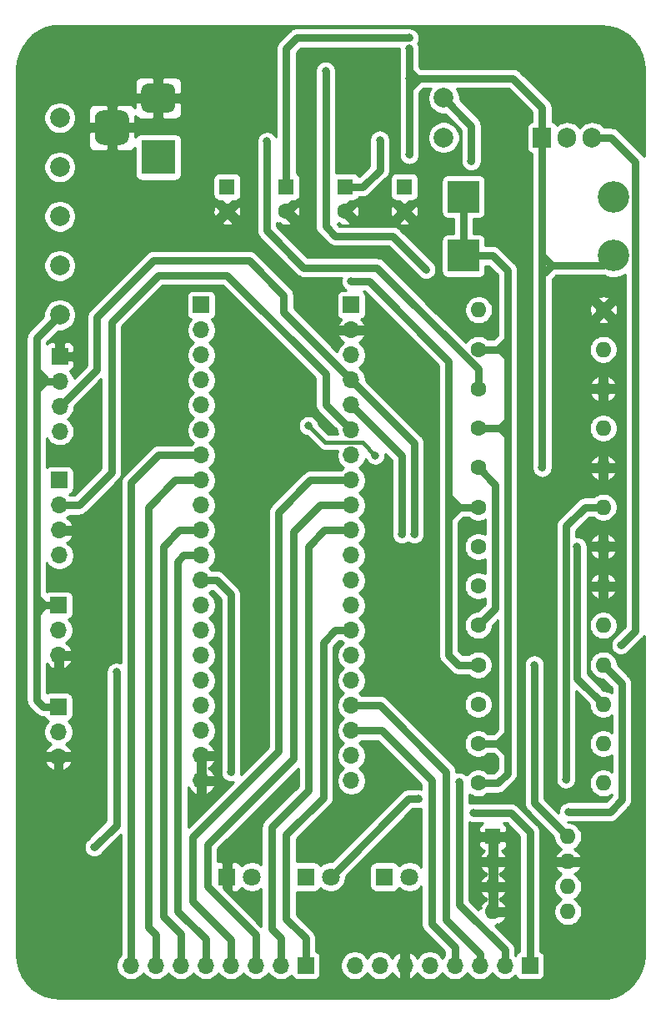
<source format=gbr>
%TF.GenerationSoftware,KiCad,Pcbnew,5.1.10-88a1d61d58~90~ubuntu20.04.1*%
%TF.CreationDate,2021-09-30T19:26:00-03:00*%
%TF.ProjectId,project,70726f6a-6563-4742-9e6b-696361645f70,v1.5*%
%TF.SameCoordinates,Original*%
%TF.FileFunction,Copper,L2,Bot*%
%TF.FilePolarity,Positive*%
%FSLAX46Y46*%
G04 Gerber Fmt 4.6, Leading zero omitted, Abs format (unit mm)*
G04 Created by KiCad (PCBNEW 5.1.10-88a1d61d58~90~ubuntu20.04.1) date 2021-09-30 19:26:00*
%MOMM*%
%LPD*%
G01*
G04 APERTURE LIST*
%TA.AperFunction,ComponentPad*%
%ADD10C,2.000000*%
%TD*%
%TA.AperFunction,ComponentPad*%
%ADD11O,1.700000X1.700000*%
%TD*%
%TA.AperFunction,ComponentPad*%
%ADD12R,1.700000X1.700000*%
%TD*%
%TA.AperFunction,ComponentPad*%
%ADD13O,1.600000X1.600000*%
%TD*%
%TA.AperFunction,ComponentPad*%
%ADD14R,1.600000X1.600000*%
%TD*%
%TA.AperFunction,ComponentPad*%
%ADD15O,3.200000X3.200000*%
%TD*%
%TA.AperFunction,ComponentPad*%
%ADD16R,3.200000X3.200000*%
%TD*%
%TA.AperFunction,ComponentPad*%
%ADD17C,1.600000*%
%TD*%
%TA.AperFunction,ComponentPad*%
%ADD18O,1.905000X2.000000*%
%TD*%
%TA.AperFunction,ComponentPad*%
%ADD19R,1.905000X2.000000*%
%TD*%
%TA.AperFunction,ComponentPad*%
%ADD20C,1.800000*%
%TD*%
%TA.AperFunction,ComponentPad*%
%ADD21R,1.800000X1.800000*%
%TD*%
%TA.AperFunction,ComponentPad*%
%ADD22R,3.500000X3.500000*%
%TD*%
%TA.AperFunction,ConnectorPad*%
%ADD23C,5.600000*%
%TD*%
%TA.AperFunction,ComponentPad*%
%ADD24C,3.600000*%
%TD*%
%TA.AperFunction,ViaPad*%
%ADD25C,0.800000*%
%TD*%
%TA.AperFunction,Conductor*%
%ADD26C,0.800000*%
%TD*%
%TA.AperFunction,Conductor*%
%ADD27C,0.400000*%
%TD*%
%TA.AperFunction,Conductor*%
%ADD28C,0.254000*%
%TD*%
%TA.AperFunction,Conductor*%
%ADD29C,0.100000*%
%TD*%
G04 APERTURE END LIST*
D10*
%TO.P,TP1,1*%
%TO.N,+3V3*%
X100000000Y-75000000D03*
%TD*%
D11*
%TO.P,U5,34*%
%TO.N,/blupill/SPI2_MOSI*%
X129620000Y-119640000D03*
%TO.P,U5,36*%
%TO.N,/blupill/SPI2_MISO*%
X129620000Y-122180000D03*
%TO.P,U5,38*%
%TO.N,/blupill/SPI2_SCK*%
X129620000Y-124720000D03*
%TO.P,U5,40*%
%TO.N,/blupill/SPI2_NSS*%
X129620000Y-127260000D03*
%TO.P,U5,14*%
%TO.N,/UART1_TX*%
X129620000Y-94240000D03*
%TO.P,U5,6*%
%TO.N,+5V*%
X129620000Y-84080000D03*
D12*
%TO.P,U5,2*%
%TO.N,Net-(U5-Pad2)*%
X129620000Y-79000000D03*
D11*
%TO.P,U5,8*%
%TO.N,/I2C1_SDA*%
X129620000Y-86620000D03*
%TO.P,U5,18*%
%TO.N,/blupill/C2_GPIO*%
X129620000Y-99320000D03*
%TO.P,U5,26*%
%TO.N,Net-(U5-Pad26)*%
X129620000Y-109480000D03*
%TO.P,U5,28*%
%TO.N,/blupill/C4_GPIO*%
X129620000Y-112020000D03*
%TO.P,U5,30*%
%TO.N,/blupill/SENSOR1_GPIO*%
X129620000Y-114560000D03*
%TO.P,U5,32*%
%TO.N,/blupill/SENSOR2_GPIO*%
X129620000Y-117100000D03*
%TO.P,U5,12*%
%TO.N,/UART1_RX*%
X129620000Y-91700000D03*
%TO.P,U5,16*%
%TO.N,/blupill/C1_GPIO*%
X129620000Y-96780000D03*
%TO.P,U5,20*%
%TO.N,/blupill/C3_GPIO*%
X129620000Y-101860000D03*
%TO.P,U5,10*%
%TO.N,/I2C1_SCL*%
X129620000Y-89160000D03*
%TO.P,U5,22*%
%TO.N,Net-(U5-Pad22)*%
X129620000Y-104400000D03*
%TO.P,U5,24*%
%TO.N,Net-(U5-Pad24)*%
X129620000Y-106940000D03*
%TO.P,U5,4*%
%TO.N,Earth*%
X129620000Y-81540000D03*
%TO.P,U5,33*%
%TO.N,Net-(U5-Pad33)*%
X114380000Y-119640000D03*
%TO.P,U5,35*%
%TO.N,Net-(U5-Pad35)*%
X114380000Y-122180000D03*
%TO.P,U5,37*%
%TO.N,Earth*%
X114380000Y-124720000D03*
%TO.P,U5,39*%
X114380000Y-127260000D03*
%TO.P,U5,13*%
%TO.N,/blupill/L1_GPIO*%
X114380000Y-94240000D03*
%TO.P,U5,5*%
%TO.N,Net-(U5-Pad5)*%
X114380000Y-84080000D03*
D12*
%TO.P,U5,1*%
%TO.N,+3V3*%
X114380000Y-79000000D03*
D11*
%TO.P,U5,7*%
%TO.N,Net-(U5-Pad7)*%
X114380000Y-86620000D03*
%TO.P,U5,17*%
%TO.N,Net-(U5-Pad17)*%
X114380000Y-99320000D03*
%TO.P,U5,25*%
%TO.N,Net-(U5-Pad25)*%
X114380000Y-109480000D03*
%TO.P,U5,27*%
%TO.N,/Buzzer*%
X114380000Y-112020000D03*
%TO.P,U5,29*%
%TO.N,/blupill/LED2_GPIO*%
X114380000Y-114560000D03*
%TO.P,U5,31*%
%TO.N,Net-(U5-Pad31)*%
X114380000Y-117100000D03*
%TO.P,U5,11*%
%TO.N,/blupill/ADC12_IN1*%
X114380000Y-91700000D03*
%TO.P,U5,15*%
%TO.N,/blupill/L2_GPIO*%
X114380000Y-96780000D03*
%TO.P,U5,19*%
%TO.N,/blupill/L3_GPIO*%
X114380000Y-101860000D03*
%TO.P,U5,9*%
%TO.N,/blupill/ADC12_IN0*%
X114380000Y-89160000D03*
%TO.P,U5,21*%
%TO.N,/blupill/L4_GPIO*%
X114380000Y-104400000D03*
%TO.P,U5,23*%
%TO.N,/blupill/LED1_GPIO*%
X114380000Y-106940000D03*
%TO.P,U5,3*%
%TO.N,Net-(U5-Pad3)*%
X114380000Y-81540000D03*
%TD*%
D13*
%TO.P,U1,8*%
%TO.N,+3V3*%
X151620000Y-132920000D03*
%TO.P,U1,4*%
%TO.N,Earth*%
X144000000Y-140540000D03*
%TO.P,U1,7*%
X151620000Y-135460000D03*
%TO.P,U1,3*%
X144000000Y-138000000D03*
%TO.P,U1,6*%
%TO.N,/I2C1_SCL*%
X151620000Y-138000000D03*
%TO.P,U1,2*%
%TO.N,Earth*%
X144000000Y-135460000D03*
%TO.P,U1,5*%
%TO.N,/I2C1_SDA*%
X151620000Y-140540000D03*
D14*
%TO.P,U1,1*%
%TO.N,Earth*%
X144000000Y-132920000D03*
%TD*%
D15*
%TO.P,D4,2*%
%TO.N,Net-(D4-Pad2)*%
X156240000Y-68000000D03*
D16*
%TO.P,D4,1*%
%TO.N,+5V*%
X141000000Y-68000000D03*
%TD*%
D15*
%TO.P,D3,2*%
%TO.N,/MEASURE*%
X156240000Y-74000000D03*
D16*
%TO.P,D3,1*%
%TO.N,+5V*%
X141000000Y-74000000D03*
%TD*%
D13*
%TO.P,R5,2*%
%TO.N,/I2C1_SCL*%
X155200000Y-127500000D03*
D17*
%TO.P,R5,1*%
%TO.N,+5V*%
X142500000Y-127500000D03*
%TD*%
D13*
%TO.P,R2,2*%
%TO.N,/I2C1_SDA*%
X155200000Y-123500000D03*
D17*
%TO.P,R2,1*%
%TO.N,+5V*%
X142500000Y-123500000D03*
%TD*%
D13*
%TO.P,R12,2*%
%TO.N,Earth*%
X155200000Y-87500000D03*
D17*
%TO.P,R12,1*%
%TO.N,Net-(R11-Pad2)*%
X142500000Y-87500000D03*
%TD*%
D13*
%TO.P,R11,2*%
%TO.N,Net-(R11-Pad2)*%
X155200000Y-91500000D03*
D17*
%TO.P,R11,1*%
%TO.N,+5V*%
X142500000Y-91500000D03*
%TD*%
D13*
%TO.P,R8,2*%
%TO.N,Earth*%
X155200000Y-103500000D03*
D17*
%TO.P,R8,1*%
%TO.N,/blupill/ADC12_IN1*%
X142500000Y-103500000D03*
%TD*%
D13*
%TO.P,R7,2*%
%TO.N,/blupill/ADC12_IN1*%
X155200000Y-119500000D03*
D17*
%TO.P,R7,1*%
%TO.N,/BATT*%
X142500000Y-119500000D03*
%TD*%
D13*
%TO.P,R13,2*%
%TO.N,Net-(D5-Pad2)*%
X155200000Y-83500000D03*
D17*
%TO.P,R13,1*%
%TO.N,+5V*%
X142500000Y-83500000D03*
%TD*%
D13*
%TO.P,R4,2*%
%TO.N,Earth*%
X155200000Y-107500000D03*
D17*
%TO.P,R4,1*%
%TO.N,/blupill/ADC12_IN0*%
X142500000Y-107500000D03*
%TD*%
D13*
%TO.P,R3,2*%
%TO.N,/blupill/ADC12_IN0*%
X155200000Y-111500000D03*
D17*
%TO.P,R3,1*%
%TO.N,/MEASURE*%
X142500000Y-111500000D03*
%TD*%
D13*
%TO.P,R10,2*%
%TO.N,Earth*%
X155200000Y-95500000D03*
D17*
%TO.P,R10,1*%
%TO.N,/MEASURE*%
X142500000Y-95500000D03*
%TD*%
D13*
%TO.P,R9,2*%
%TO.N,Net-(R9-Pad2)*%
X142550000Y-79500000D03*
D17*
%TO.P,R9,1*%
%TO.N,Earth*%
X155250000Y-79500000D03*
%TD*%
D13*
%TO.P,R6,2*%
%TO.N,Net-(D2-Pad2)*%
X155200000Y-115500000D03*
D17*
%TO.P,R6,1*%
%TO.N,+3V3*%
X142500000Y-115500000D03*
%TD*%
D13*
%TO.P,R1,2*%
%TO.N,Net-(D1-Pad2)*%
X155200000Y-99500000D03*
D17*
%TO.P,R1,1*%
%TO.N,+3V3*%
X142500000Y-99500000D03*
%TD*%
%TO.P,C6,2*%
%TO.N,Earth*%
X135000000Y-69500000D03*
D14*
%TO.P,C6,1*%
%TO.N,+5V*%
X135000000Y-67000000D03*
%TD*%
D17*
%TO.P,C5,2*%
%TO.N,Earth*%
X129000000Y-69500000D03*
D14*
%TO.P,C5,1*%
%TO.N,Net-(C5-Pad1)*%
X129000000Y-67000000D03*
%TD*%
D17*
%TO.P,C4,2*%
%TO.N,Earth*%
X123000000Y-69500000D03*
D14*
%TO.P,C4,1*%
%TO.N,/BATT*%
X123000000Y-67000000D03*
%TD*%
D17*
%TO.P,C1,2*%
%TO.N,Earth*%
X117000000Y-69500000D03*
D14*
%TO.P,C1,1*%
%TO.N,/MEASURE*%
X117000000Y-67000000D03*
%TD*%
D11*
%TO.P,J3,3*%
%TO.N,Earth*%
X99859000Y-124834000D03*
%TO.P,J3,2*%
%TO.N,/blupill/SENSOR2_GPIO*%
X99859000Y-122294000D03*
D12*
%TO.P,J3,1*%
%TO.N,+5V*%
X99859000Y-119754000D03*
%TD*%
D11*
%TO.P,J2,3*%
%TO.N,Earth*%
X99876000Y-114534000D03*
%TO.P,J2,2*%
%TO.N,/blupill/SENSOR1_GPIO*%
X99876000Y-111994000D03*
D12*
%TO.P,J2,1*%
%TO.N,+5V*%
X99876000Y-109454000D03*
%TD*%
D11*
%TO.P,J6,4*%
%TO.N,+3V3*%
X99949000Y-104394000D03*
%TO.P,J6,3*%
%TO.N,Earth*%
X99949000Y-101854000D03*
%TO.P,J6,2*%
%TO.N,/UART1_RX*%
X99949000Y-99314000D03*
D12*
%TO.P,J6,1*%
%TO.N,/UART1_TX*%
X99949000Y-96774000D03*
%TD*%
D11*
%TO.P,J5,4*%
%TO.N,/I2C1_SCL*%
X100000000Y-91821000D03*
%TO.P,J5,3*%
%TO.N,/I2C1_SDA*%
X100000000Y-89281000D03*
%TO.P,J5,2*%
%TO.N,+5V*%
X100000000Y-86741000D03*
D12*
%TO.P,J5,1*%
%TO.N,Earth*%
X100000000Y-84201000D03*
%TD*%
D18*
%TO.P,Q1,3*%
%TO.N,/BATT*%
X154080000Y-62000000D03*
%TO.P,Q1,2*%
%TO.N,Net-(C5-Pad1)*%
X151540000Y-62000000D03*
D19*
%TO.P,Q1,1*%
%TO.N,/MEASURE*%
X149000000Y-62000000D03*
%TD*%
D10*
%TO.P,TP5,1*%
%TO.N,+5V*%
X100000000Y-80000000D03*
%TD*%
%TO.P,TP4,1*%
%TO.N,Net-(C5-Pad1)*%
X100000000Y-70000000D03*
%TD*%
%TO.P,TP3,1*%
%TO.N,/BATT*%
X100000000Y-65000000D03*
%TD*%
%TO.P,TP2,1*%
%TO.N,/MEASURE*%
X100000000Y-60000000D03*
%TD*%
D20*
%TO.P,D5,2*%
%TO.N,Net-(D5-Pad2)*%
X119540000Y-137000000D03*
D21*
%TO.P,D5,1*%
%TO.N,Earth*%
X117000000Y-137000000D03*
%TD*%
%TO.P,J7,3*%
%TO.N,Earth*%
%TA.AperFunction,ComponentPad*%
G36*
G01*
X104425000Y-59250000D02*
X106175000Y-59250000D01*
G75*
G02*
X107050000Y-60125000I0J-875000D01*
G01*
X107050000Y-61875000D01*
G75*
G02*
X106175000Y-62750000I-875000J0D01*
G01*
X104425000Y-62750000D01*
G75*
G02*
X103550000Y-61875000I0J875000D01*
G01*
X103550000Y-60125000D01*
G75*
G02*
X104425000Y-59250000I875000J0D01*
G01*
G37*
%TD.AperFunction*%
%TO.P,J7,2*%
%TA.AperFunction,ComponentPad*%
G36*
G01*
X109000000Y-56500000D02*
X111000000Y-56500000D01*
G75*
G02*
X111750000Y-57250000I0J-750000D01*
G01*
X111750000Y-58750000D01*
G75*
G02*
X111000000Y-59500000I-750000J0D01*
G01*
X109000000Y-59500000D01*
G75*
G02*
X108250000Y-58750000I0J750000D01*
G01*
X108250000Y-57250000D01*
G75*
G02*
X109000000Y-56500000I750000J0D01*
G01*
G37*
%TD.AperFunction*%
D22*
%TO.P,J7,1*%
%TO.N,Net-(J7-Pad1)*%
X110000000Y-64000000D03*
%TD*%
D11*
%TO.P,J4,8*%
%TO.N,+3V3*%
X129960000Y-146000000D03*
%TO.P,J4,7*%
%TO.N,Net-(J4-Pad7)*%
X132500000Y-146000000D03*
%TO.P,J4,6*%
%TO.N,Earth*%
X135040000Y-146000000D03*
%TO.P,J4,5*%
%TO.N,Net-(J4-Pad5)*%
X137580000Y-146000000D03*
%TO.P,J4,4*%
%TO.N,/blupill/SPI2_MISO*%
X140120000Y-146000000D03*
%TO.P,J4,3*%
%TO.N,/blupill/SPI2_MOSI*%
X142660000Y-146000000D03*
%TO.P,J4,2*%
%TO.N,/blupill/SPI2_SCK*%
X145200000Y-146000000D03*
D12*
%TO.P,J4,1*%
%TO.N,/blupill/SPI2_NSS*%
X147740000Y-146000000D03*
%TD*%
D11*
%TO.P,J1,8*%
%TO.N,/blupill/L1_GPIO*%
X107220000Y-146000000D03*
%TO.P,J1,7*%
%TO.N,/blupill/L2_GPIO*%
X109760000Y-146000000D03*
%TO.P,J1,6*%
%TO.N,/blupill/L3_GPIO*%
X112300000Y-146000000D03*
%TO.P,J1,5*%
%TO.N,/blupill/L4_GPIO*%
X114840000Y-146000000D03*
%TO.P,J1,4*%
%TO.N,/blupill/C1_GPIO*%
X117380000Y-146000000D03*
%TO.P,J1,3*%
%TO.N,/blupill/C2_GPIO*%
X119920000Y-146000000D03*
%TO.P,J1,2*%
%TO.N,/blupill/C3_GPIO*%
X122460000Y-146000000D03*
D12*
%TO.P,J1,1*%
%TO.N,/blupill/C4_GPIO*%
X125000000Y-146000000D03*
%TD*%
D20*
%TO.P,D2,2*%
%TO.N,Net-(D2-Pad2)*%
X135540000Y-137000000D03*
D21*
%TO.P,D2,1*%
%TO.N,/blupill/LED2_GPIO*%
X133000000Y-137000000D03*
%TD*%
D20*
%TO.P,D1,2*%
%TO.N,Net-(D1-Pad2)*%
X127540000Y-137000000D03*
D21*
%TO.P,D1,1*%
%TO.N,/blupill/LED1_GPIO*%
X125000000Y-137000000D03*
%TD*%
D10*
%TO.P,L1,2*%
%TO.N,Net-(D4-Pad2)*%
X139000000Y-58000000D03*
%TO.P,L1,1*%
%TO.N,Net-(C5-Pad1)*%
X139000000Y-62000000D03*
%TD*%
D23*
%TO.P,H4,1*%
%TO.N,Earth*%
X100000000Y-145000000D03*
D24*
X100000000Y-145000000D03*
%TD*%
D23*
%TO.P,H3,1*%
%TO.N,Earth*%
X155000000Y-145000000D03*
D24*
X155000000Y-145000000D03*
%TD*%
D23*
%TO.P,H2,1*%
%TO.N,Earth*%
X100000000Y-55000000D03*
D24*
X100000000Y-55000000D03*
%TD*%
D23*
%TO.P,H1,1*%
%TO.N,Earth*%
X155000000Y-55000000D03*
D24*
X155000000Y-55000000D03*
%TD*%
D25*
%TO.N,Earth*%
X128200000Y-128400000D03*
X128200000Y-126000000D03*
X128200000Y-123400000D03*
X128200000Y-121000000D03*
X128200000Y-118400000D03*
X117000000Y-97000000D03*
X124500000Y-56250000D03*
X117000000Y-84250000D03*
X117000000Y-86250000D03*
X117000000Y-82250000D03*
X117000000Y-88250000D03*
X119000000Y-97000000D03*
X119000000Y-99000000D03*
X119000000Y-101000000D03*
X117000000Y-101000000D03*
X117000000Y-99000000D03*
X119000000Y-107000000D03*
X119000000Y-109000000D03*
X119000000Y-111000000D03*
X120500000Y-111000000D03*
X120500000Y-109000000D03*
X120500000Y-107000000D03*
X129250000Y-130500000D03*
X133000000Y-126000000D03*
X108000000Y-93500000D03*
X103750000Y-94500000D03*
X102500000Y-94500000D03*
X102500000Y-93250000D03*
X103750000Y-93250000D03*
X106750000Y-93500000D03*
X137500000Y-105500000D03*
X133000000Y-105500000D03*
X133000000Y-108250000D03*
X137500000Y-108250000D03*
X133000000Y-110750000D03*
X137500000Y-110750000D03*
X133000000Y-113250000D03*
X133000000Y-115750000D03*
X137500000Y-113250000D03*
X145000000Y-60000000D03*
X145000000Y-61000000D03*
X145000000Y-62000000D03*
X119750000Y-81250000D03*
X117000000Y-80500000D03*
X118250000Y-81250000D03*
X135300000Y-87900000D03*
X119800000Y-118800000D03*
X119800000Y-124200000D03*
%TO.N,/BATT*%
X135500000Y-51900000D03*
X157000000Y-113500000D03*
%TO.N,/Buzzer*%
X105750000Y-116250000D03*
X103500006Y-134000000D03*
%TO.N,/MEASURE*%
X149000000Y-95500000D03*
X135500000Y-63750000D03*
X135500000Y-53000000D03*
X135500000Y-56000010D03*
%TO.N,Net-(D1-Pad2)*%
X151400000Y-127100000D03*
X136400000Y-129100000D03*
%TO.N,/blupill/LED1_GPIO*%
X117375002Y-126375002D03*
%TO.N,Net-(D2-Pad2)*%
X151700000Y-130400000D03*
%TO.N,Net-(D4-Pad2)*%
X141800000Y-64400000D03*
%TO.N,+3V3*%
X129600000Y-76600000D03*
X148200000Y-115500000D03*
%TO.N,/blupill/SPI2_SCK*%
X140599998Y-127400000D03*
%TO.N,/blupill/SPI2_NSS*%
X142000000Y-130500000D03*
%TO.N,/I2C1_SCL*%
X134750000Y-102250000D03*
%TO.N,/I2C1_SDA*%
X136000000Y-102250004D03*
%TO.N,/blupill/ADC12_IN0*%
X132050000Y-94250000D03*
X125250000Y-91250000D03*
%TO.N,/blupill/ADC12_IN1*%
X152550010Y-103499996D03*
%TO.N,Net-(R9-Pad2)*%
X127000000Y-55250000D03*
X137199998Y-75400000D03*
%TO.N,Net-(R11-Pad2)*%
X121050000Y-62400000D03*
%TO.N,Net-(C5-Pad1)*%
X132500000Y-62250000D03*
%TD*%
D26*
%TO.N,/BATT*%
X123000000Y-65500000D02*
X123000000Y-53000000D01*
X124100000Y-51900000D02*
X135500000Y-51900000D01*
X123000000Y-53000000D02*
X124100000Y-51900000D01*
X123000000Y-65500000D02*
X123000000Y-67000000D01*
X156000000Y-62000000D02*
X154080000Y-62000000D01*
X158440001Y-112059999D02*
X158440001Y-64440001D01*
X158440001Y-64440001D02*
X156000000Y-62000000D01*
X157000000Y-113500000D02*
X158440001Y-112059999D01*
%TO.N,/Buzzer*%
X105750000Y-116250000D02*
X105750000Y-131750006D01*
X105750000Y-131750006D02*
X103500006Y-134000000D01*
%TO.N,/MEASURE*%
X149000000Y-74000000D02*
X150000000Y-75000000D01*
X150000000Y-75000000D02*
X155200000Y-75000000D01*
X149000000Y-73750000D02*
X149000000Y-74000000D01*
X149250000Y-75750000D02*
X150000000Y-75000000D01*
X149000000Y-75750000D02*
X149250000Y-75750000D01*
X149000000Y-75750000D02*
X149000000Y-95500000D01*
X142500000Y-111500000D02*
X144250000Y-109750000D01*
X144250000Y-97250000D02*
X142500000Y-95500000D01*
X144250000Y-109750000D02*
X144250000Y-97250000D01*
X135500000Y-57000000D02*
X136500000Y-56000000D01*
X135500000Y-63750000D02*
X135500000Y-57000000D01*
X136250000Y-56000000D02*
X135500000Y-55250000D01*
X136500000Y-56000000D02*
X136250000Y-56000000D01*
X135500000Y-55250000D02*
X135500000Y-53000000D01*
X135500000Y-55250000D02*
X135500000Y-56000010D01*
X135500000Y-57000000D02*
X135500000Y-56000010D01*
X149000000Y-59000000D02*
X149000000Y-62000000D01*
X146000000Y-56000000D02*
X149000000Y-59000000D01*
X136500000Y-56000000D02*
X146000000Y-56000000D01*
X149000000Y-62000000D02*
X149000000Y-74500000D01*
X149000000Y-74500000D02*
X149000000Y-75750000D01*
X149000000Y-73750000D02*
X149000000Y-74500000D01*
%TO.N,+5V*%
X145500000Y-90750000D02*
X144750000Y-91500000D01*
X144750000Y-83500000D02*
X145500000Y-84250000D01*
X144500000Y-83500000D02*
X145500000Y-82500000D01*
X144250000Y-83500000D02*
X144500000Y-83500000D01*
X145500000Y-84250000D02*
X145500000Y-82500000D01*
X142500000Y-83500000D02*
X144250000Y-83500000D01*
X144250000Y-83500000D02*
X144750000Y-83500000D01*
X142500000Y-127500000D02*
X144500000Y-127500000D01*
X144500000Y-127500000D02*
X145500000Y-126500000D01*
X145500000Y-90250000D02*
X145500000Y-90750000D01*
X145500000Y-84250000D02*
X145500000Y-90250000D01*
X144750000Y-91500000D02*
X142500000Y-91500000D01*
X145500000Y-92250000D02*
X144750000Y-91500000D01*
X145500000Y-92750000D02*
X145500000Y-92250000D01*
X145500000Y-92750000D02*
X145500000Y-90250000D01*
X144500000Y-123500000D02*
X145500000Y-122500000D01*
X145500000Y-122500000D02*
X145500000Y-92750000D01*
X145500000Y-123500000D02*
X145500000Y-122500000D01*
X142500000Y-123500000D02*
X144500000Y-123500000D01*
X144500000Y-123500000D02*
X145500000Y-123500000D01*
X144500000Y-123500000D02*
X145500000Y-124500000D01*
X145500000Y-124500000D02*
X145500000Y-123500000D01*
X145500000Y-126500000D02*
X145500000Y-124500000D01*
X98319000Y-119754000D02*
X99859000Y-119754000D01*
X97626000Y-110004000D02*
X97626000Y-109904000D01*
X97626000Y-109004000D02*
X97626000Y-108254000D01*
X97676000Y-109454000D02*
X97626000Y-109504000D01*
X97626000Y-109504000D02*
X97626000Y-108254000D01*
X97626000Y-110004000D02*
X97626000Y-109504000D01*
X97626000Y-108654000D02*
X98426000Y-109454000D01*
X97626000Y-108254000D02*
X97626000Y-108654000D01*
X98426000Y-109454000D02*
X97676000Y-109454000D01*
X99876000Y-109454000D02*
X98426000Y-109454000D01*
X97626000Y-110254000D02*
X98426000Y-109454000D01*
X97626000Y-110504000D02*
X97626000Y-110254000D01*
X97626000Y-110504000D02*
X97626000Y-110004000D01*
X97626000Y-119061000D02*
X97626000Y-110504000D01*
X98319000Y-119754000D02*
X97626000Y-119061000D01*
X97759000Y-86741000D02*
X97626000Y-86874000D01*
X98509000Y-86507000D02*
X97626000Y-85624000D01*
X98509000Y-86741000D02*
X98509000Y-86507000D01*
X100000000Y-86741000D02*
X98509000Y-86741000D01*
X97626000Y-86874000D02*
X97626000Y-85624000D01*
X98509000Y-86741000D02*
X97759000Y-86741000D01*
X98509000Y-86743000D02*
X97626000Y-87626000D01*
X98509000Y-86741000D02*
X98509000Y-86743000D01*
X97626000Y-87626000D02*
X97626000Y-86874000D01*
X97626000Y-108254000D02*
X97626000Y-87626000D01*
X145500000Y-124500000D02*
X145500000Y-124400000D01*
X145500000Y-122500000D02*
X145500000Y-122600000D01*
X144000000Y-74000000D02*
X141000000Y-74000000D01*
X145500000Y-75500000D02*
X144000000Y-74000000D01*
X145500000Y-82500000D02*
X145500000Y-75500000D01*
X141000000Y-74000000D02*
X141000000Y-68000000D01*
X97626000Y-82374000D02*
X100000000Y-80000000D01*
X97626000Y-85624000D02*
X97626000Y-82374000D01*
%TO.N,Net-(D1-Pad2)*%
X153335774Y-99500000D02*
X151400000Y-101435774D01*
X155200000Y-99500000D02*
X153335774Y-99500000D01*
X151400000Y-101435774D02*
X151400000Y-127100000D01*
X135440000Y-129100000D02*
X136400000Y-129100000D01*
X127540000Y-137000000D02*
X135440000Y-129100000D01*
%TO.N,/blupill/LED1_GPIO*%
X117375002Y-108375002D02*
X117375002Y-126375002D01*
X115940000Y-106940000D02*
X117375002Y-108375002D01*
X114380000Y-106940000D02*
X115940000Y-106940000D01*
%TO.N,Net-(D2-Pad2)*%
X155200000Y-115500000D02*
X157100000Y-117400000D01*
X157100000Y-117400000D02*
X157100000Y-129200000D01*
X155900000Y-130400000D02*
X151700000Y-130400000D01*
X157100000Y-129200000D02*
X155900000Y-130400000D01*
%TO.N,Net-(D4-Pad2)*%
X141800000Y-60800000D02*
X141800000Y-64400000D01*
X139000000Y-58000000D02*
X141800000Y-60800000D01*
%TO.N,/blupill/L1_GPIO*%
X110010000Y-94240000D02*
X114380000Y-94240000D01*
X107250000Y-97000000D02*
X110010000Y-94240000D01*
X107250000Y-144970000D02*
X107250000Y-97000000D01*
X107250000Y-145970000D02*
X107220000Y-146000000D01*
X107250000Y-144970000D02*
X107250000Y-145970000D01*
%TO.N,/blupill/L2_GPIO*%
X109760000Y-142860000D02*
X109760000Y-145000000D01*
X109000000Y-142100000D02*
X109760000Y-142860000D01*
X109000000Y-99500000D02*
X109000000Y-142100000D01*
X111720000Y-96780000D02*
X109000000Y-99500000D01*
X114380000Y-96780000D02*
X111720000Y-96780000D01*
X109760000Y-145000000D02*
X109760000Y-146000000D01*
%TO.N,/blupill/L3_GPIO*%
X110500000Y-141000000D02*
X112300000Y-142800000D01*
X110500000Y-103500000D02*
X110500000Y-141000000D01*
X112300000Y-142800000D02*
X112300000Y-145000000D01*
X112140000Y-101860000D02*
X110500000Y-103500000D01*
X114380000Y-101860000D02*
X112140000Y-101860000D01*
X112300000Y-145000000D02*
X112300000Y-146000000D01*
%TO.N,/blupill/L4_GPIO*%
X114840000Y-143340000D02*
X114840000Y-145000000D01*
X112000000Y-140500000D02*
X114840000Y-143340000D01*
X112000000Y-105000000D02*
X112000000Y-140500000D01*
X112600000Y-104400000D02*
X112000000Y-105000000D01*
X114380000Y-104400000D02*
X112600000Y-104400000D01*
X114840000Y-145000000D02*
X114840000Y-146000000D01*
%TO.N,/blupill/C1_GPIO*%
X117380000Y-143380000D02*
X117380000Y-145000000D01*
X113500000Y-133000000D02*
X113500000Y-139500000D01*
X122250000Y-124250000D02*
X113500000Y-133000000D01*
X113500000Y-139500000D02*
X117380000Y-143380000D01*
X122250000Y-100000000D02*
X122250000Y-124250000D01*
X125470000Y-96780000D02*
X122250000Y-100000000D01*
X129620000Y-96780000D02*
X125470000Y-96780000D01*
X117380000Y-145000000D02*
X117380000Y-146000000D01*
%TO.N,/blupill/C2_GPIO*%
X115000000Y-138000000D02*
X119920000Y-142920000D01*
X115000000Y-133750000D02*
X115000000Y-138000000D01*
X123750000Y-102000000D02*
X123750000Y-125000000D01*
X123750000Y-125000000D02*
X115000000Y-133750000D01*
X126430000Y-99320000D02*
X123750000Y-102000000D01*
X119920000Y-142920000D02*
X119920000Y-145000000D01*
X129620000Y-99320000D02*
X126430000Y-99320000D01*
X119920000Y-145000000D02*
X119920000Y-146000000D01*
%TO.N,/blupill/C3_GPIO*%
X126890000Y-101860000D02*
X129620000Y-101860000D01*
X125250000Y-103500000D02*
X126890000Y-101860000D01*
X125250000Y-128250000D02*
X125250000Y-103500000D01*
X121500000Y-132000000D02*
X125250000Y-128250000D01*
X121500000Y-142250000D02*
X121500000Y-132000000D01*
X122460000Y-143210000D02*
X122460000Y-145000000D01*
X121500000Y-142250000D02*
X122460000Y-143210000D01*
X122460000Y-145000000D02*
X122460000Y-146000000D01*
%TO.N,/blupill/C4_GPIO*%
X127980000Y-112020000D02*
X129620000Y-112020000D01*
X126750000Y-113250000D02*
X127980000Y-112020000D01*
X126750000Y-129000000D02*
X126750000Y-113250000D01*
X123000000Y-132750000D02*
X126750000Y-129000000D01*
X123000000Y-141250000D02*
X123000000Y-132750000D01*
X123000000Y-141250000D02*
X125000000Y-143250000D01*
X125000000Y-143250000D02*
X125000000Y-145000000D01*
X125000000Y-145000000D02*
X125000000Y-146000000D01*
%TO.N,+3V3*%
X142500000Y-115500000D02*
X140500000Y-115500000D01*
X140500000Y-115500000D02*
X139500000Y-114500000D01*
X139500000Y-98400000D02*
X140600000Y-99500000D01*
X139500000Y-98250000D02*
X139500000Y-98400000D01*
X140600000Y-99500000D02*
X139500000Y-99500000D01*
X142500000Y-99500000D02*
X140600000Y-99500000D01*
X139500000Y-99500000D02*
X139500000Y-98250000D01*
X139500000Y-100600000D02*
X140600000Y-99500000D01*
X139500000Y-100700000D02*
X139500000Y-100600000D01*
X139500000Y-114500000D02*
X139500000Y-100700000D01*
X139500000Y-100700000D02*
X139500000Y-99500000D01*
X131400000Y-76600000D02*
X129600000Y-76600000D01*
X139500000Y-84700000D02*
X131400000Y-76600000D01*
X139500000Y-98250000D02*
X139500000Y-84700000D01*
X148200000Y-129500000D02*
X151620000Y-132920000D01*
X148200000Y-115500000D02*
X148200000Y-129500000D01*
%TO.N,/blupill/SPI2_MISO*%
X140120000Y-144120000D02*
X140120000Y-146000000D01*
X137750000Y-141750000D02*
X140120000Y-144120000D01*
X137750000Y-127250000D02*
X137750000Y-141750000D01*
X132680000Y-122180000D02*
X137750000Y-127250000D01*
X129620000Y-122180000D02*
X132680000Y-122180000D01*
%TO.N,/blupill/SPI2_MOSI*%
X142660000Y-144797919D02*
X142660000Y-146000000D01*
X129620000Y-119640000D02*
X132559998Y-119640000D01*
X139250000Y-126330002D02*
X139250000Y-141387919D01*
X139250000Y-141387919D02*
X142660000Y-144797919D01*
X132559998Y-119640000D02*
X139250000Y-126330002D01*
%TO.N,/blupill/SPI2_SCK*%
X140599998Y-139799998D02*
X140599998Y-127400000D01*
X145200000Y-144400000D02*
X140599998Y-139799998D01*
X145200000Y-146000000D02*
X145200000Y-144400000D01*
%TO.N,/blupill/SPI2_NSS*%
X147740000Y-146000000D02*
X147740000Y-132440000D01*
X145800000Y-130500000D02*
X142000000Y-130500000D01*
X147740000Y-132440000D02*
X145800000Y-130500000D01*
%TO.N,/I2C1_SCL*%
X129620000Y-89160000D02*
X134750000Y-94290000D01*
X134750000Y-94290000D02*
X134750000Y-102250000D01*
%TO.N,/I2C1_SDA*%
X129620000Y-86620000D02*
X136000000Y-93000000D01*
X136000000Y-93000000D02*
X136000000Y-102250004D01*
X129620000Y-86620000D02*
X122750000Y-79750000D01*
X122750000Y-79750000D02*
X122750000Y-78000000D01*
X122750000Y-78000000D02*
X119250000Y-74500000D01*
X109500000Y-74500000D02*
X119250000Y-74500000D01*
X103750000Y-80250000D02*
X109500000Y-74500000D01*
X103750000Y-85531000D02*
X103750000Y-80250000D01*
X100000000Y-89281000D02*
X103750000Y-85531000D01*
%TO.N,/UART1_RX*%
X117000000Y-76000000D02*
X127000000Y-86000000D01*
X127000000Y-89080000D02*
X129620000Y-91700000D01*
X110000000Y-76000000D02*
X117000000Y-76000000D01*
X105250000Y-80750000D02*
X110000000Y-76000000D01*
X105250000Y-96000000D02*
X105250000Y-80750000D01*
X101936000Y-99314000D02*
X105250000Y-96000000D01*
X127000000Y-86000000D02*
X127000000Y-89080000D01*
X99949000Y-99314000D02*
X101936000Y-99314000D01*
D27*
%TO.N,/blupill/ADC12_IN0*%
X132050000Y-94250000D02*
X130750001Y-92950001D01*
X126950001Y-92950001D02*
X125250000Y-91250000D01*
X130750001Y-92950001D02*
X126950001Y-92950001D01*
D26*
%TO.N,/blupill/ADC12_IN1*%
X155200000Y-119500000D02*
X152550011Y-116850011D01*
X152550011Y-116850011D02*
X152550010Y-103499996D01*
%TO.N,Net-(R9-Pad2)*%
X127000000Y-55250000D02*
X127000000Y-69600000D01*
X137199998Y-75400000D02*
X133800000Y-72000002D01*
X133800000Y-72000002D02*
X128000002Y-72000002D01*
X127000000Y-71000000D02*
X127000000Y-69600000D01*
X128000002Y-72000002D02*
X127000000Y-71000000D01*
%TO.N,Net-(R11-Pad2)*%
X124785774Y-75200000D02*
X121050000Y-71464226D01*
X132200000Y-75200000D02*
X124785774Y-75200000D01*
X142500000Y-85500000D02*
X132200000Y-75200000D01*
X121050000Y-71464226D02*
X121050000Y-62400000D01*
X142500000Y-87500000D02*
X142500000Y-85500000D01*
%TO.N,Net-(C5-Pad1)*%
X130800000Y-67000000D02*
X129000000Y-67000000D01*
X132500000Y-65300000D02*
X130800000Y-67000000D01*
X132500000Y-62250000D02*
X132500000Y-65300000D01*
%TD*%
D28*
%TO.N,Earth*%
X155768083Y-50731173D02*
X156511891Y-50934656D01*
X157207905Y-51266638D01*
X157834130Y-51716626D01*
X158370777Y-52270403D01*
X158800871Y-52910451D01*
X159110829Y-53616553D01*
X159292065Y-54371457D01*
X159340000Y-55024207D01*
X159340000Y-63928180D01*
X159304735Y-63862203D01*
X159207804Y-63744093D01*
X159175397Y-63704605D01*
X159135909Y-63672198D01*
X156767807Y-61304097D01*
X156735396Y-61264604D01*
X156577797Y-61135266D01*
X156397993Y-61039159D01*
X156202895Y-60979976D01*
X156050838Y-60965000D01*
X156050828Y-60965000D01*
X156000000Y-60959994D01*
X155949172Y-60965000D01*
X155323239Y-60965000D01*
X155207963Y-60824537D01*
X154966234Y-60626155D01*
X154690448Y-60478745D01*
X154391203Y-60387970D01*
X154080000Y-60357319D01*
X153768796Y-60387970D01*
X153469551Y-60478745D01*
X153193765Y-60626155D01*
X152952037Y-60824537D01*
X152810000Y-60997609D01*
X152667963Y-60824537D01*
X152426234Y-60626155D01*
X152150448Y-60478745D01*
X151851203Y-60387970D01*
X151540000Y-60357319D01*
X151228796Y-60387970D01*
X150929551Y-60478745D01*
X150653765Y-60626155D01*
X150527905Y-60729446D01*
X150483037Y-60645506D01*
X150403685Y-60548815D01*
X150306994Y-60469463D01*
X150196680Y-60410498D01*
X150076982Y-60374188D01*
X150035000Y-60370053D01*
X150035000Y-59050835D01*
X150040007Y-59000000D01*
X150029715Y-58895506D01*
X150020024Y-58797105D01*
X149960841Y-58602007D01*
X149916104Y-58518309D01*
X149864734Y-58422202D01*
X149767803Y-58304092D01*
X149735396Y-58264604D01*
X149695908Y-58232197D01*
X146767807Y-55304097D01*
X146735396Y-55264604D01*
X146577797Y-55135266D01*
X146397993Y-55039159D01*
X146202895Y-54979976D01*
X146050838Y-54965000D01*
X146050828Y-54965000D01*
X146000000Y-54959994D01*
X145949172Y-54965000D01*
X136678711Y-54965000D01*
X136535000Y-54821290D01*
X136535000Y-52898061D01*
X136525031Y-52847943D01*
X136520024Y-52797105D01*
X136505196Y-52748223D01*
X136495226Y-52698102D01*
X136475669Y-52650887D01*
X136460841Y-52602007D01*
X136436762Y-52556958D01*
X136417205Y-52509744D01*
X136388814Y-52467254D01*
X136379592Y-52450000D01*
X136388814Y-52432746D01*
X136417205Y-52390256D01*
X136436762Y-52343042D01*
X136460841Y-52297993D01*
X136475669Y-52249113D01*
X136495226Y-52201898D01*
X136505196Y-52151777D01*
X136520024Y-52102895D01*
X136525031Y-52052057D01*
X136535000Y-52001939D01*
X136535000Y-51950838D01*
X136540007Y-51900000D01*
X136535000Y-51849162D01*
X136535000Y-51798061D01*
X136525031Y-51747943D01*
X136520024Y-51697105D01*
X136505196Y-51648223D01*
X136495226Y-51598102D01*
X136475669Y-51550887D01*
X136460841Y-51502007D01*
X136436762Y-51456958D01*
X136417205Y-51409744D01*
X136388814Y-51367254D01*
X136364734Y-51322203D01*
X136332328Y-51282716D01*
X136303937Y-51240226D01*
X136267803Y-51204092D01*
X136235396Y-51164604D01*
X136195908Y-51132197D01*
X136159774Y-51096063D01*
X136117284Y-51067672D01*
X136077797Y-51035266D01*
X136032746Y-51011186D01*
X135990256Y-50982795D01*
X135943042Y-50963238D01*
X135897993Y-50939159D01*
X135849113Y-50924331D01*
X135801898Y-50904774D01*
X135751777Y-50894804D01*
X135702895Y-50879976D01*
X135652057Y-50874969D01*
X135601939Y-50865000D01*
X124150835Y-50865000D01*
X124100000Y-50859993D01*
X124049164Y-50865000D01*
X124049162Y-50865000D01*
X123897105Y-50879976D01*
X123702007Y-50939159D01*
X123660070Y-50961575D01*
X123522202Y-51035266D01*
X123445672Y-51098073D01*
X123364604Y-51164604D01*
X123332197Y-51204092D01*
X122304092Y-52232198D01*
X122264605Y-52264604D01*
X122232198Y-52304092D01*
X122232197Y-52304093D01*
X122135266Y-52422203D01*
X122039160Y-52602007D01*
X121979977Y-52797105D01*
X121959994Y-53000000D01*
X121965001Y-53050838D01*
X121965000Y-61906444D01*
X121938814Y-61867254D01*
X121914734Y-61822203D01*
X121882328Y-61782716D01*
X121853937Y-61740226D01*
X121817803Y-61704092D01*
X121785396Y-61664604D01*
X121745908Y-61632197D01*
X121709774Y-61596063D01*
X121667284Y-61567672D01*
X121627797Y-61535266D01*
X121582746Y-61511186D01*
X121540256Y-61482795D01*
X121493042Y-61463238D01*
X121447993Y-61439159D01*
X121399113Y-61424331D01*
X121351898Y-61404774D01*
X121301777Y-61394804D01*
X121252895Y-61379976D01*
X121202057Y-61374969D01*
X121151939Y-61365000D01*
X121100838Y-61365000D01*
X121050000Y-61359993D01*
X120999162Y-61365000D01*
X120948061Y-61365000D01*
X120897942Y-61374969D01*
X120847106Y-61379976D01*
X120798226Y-61394804D01*
X120748102Y-61404774D01*
X120700884Y-61424332D01*
X120652008Y-61439159D01*
X120606962Y-61463237D01*
X120559744Y-61482795D01*
X120517250Y-61511188D01*
X120472204Y-61535266D01*
X120432721Y-61567669D01*
X120390226Y-61596063D01*
X120354087Y-61632202D01*
X120314605Y-61664604D01*
X120282203Y-61704086D01*
X120246063Y-61740226D01*
X120217668Y-61782722D01*
X120185267Y-61822203D01*
X120161191Y-61867247D01*
X120132795Y-61909744D01*
X120113235Y-61956966D01*
X120089160Y-62002007D01*
X120074335Y-62050878D01*
X120054774Y-62098102D01*
X120044803Y-62148232D01*
X120029977Y-62197105D01*
X120024971Y-62247933D01*
X120015000Y-62298061D01*
X120015000Y-62501939D01*
X120015001Y-62501944D01*
X120015000Y-71413398D01*
X120009994Y-71464226D01*
X120015000Y-71515054D01*
X120015000Y-71515063D01*
X120029976Y-71667120D01*
X120089159Y-71862218D01*
X120185266Y-72042023D01*
X120314604Y-72199622D01*
X120354097Y-72232033D01*
X124017970Y-75895907D01*
X124050378Y-75935396D01*
X124089866Y-75967803D01*
X124207976Y-76064734D01*
X124292185Y-76109744D01*
X124387781Y-76160841D01*
X124582879Y-76220024D01*
X124734936Y-76235000D01*
X124734945Y-76235000D01*
X124785773Y-76240006D01*
X124836601Y-76235000D01*
X128629151Y-76235000D01*
X128624331Y-76250887D01*
X128604774Y-76298102D01*
X128594804Y-76348223D01*
X128579976Y-76397105D01*
X128574969Y-76447943D01*
X128565000Y-76498061D01*
X128565000Y-76549162D01*
X128559993Y-76600000D01*
X128565000Y-76650838D01*
X128565000Y-76701939D01*
X128574969Y-76752057D01*
X128579976Y-76802895D01*
X128594804Y-76851777D01*
X128604774Y-76901898D01*
X128624331Y-76949113D01*
X128639159Y-76997993D01*
X128663238Y-77043042D01*
X128682795Y-77090256D01*
X128711186Y-77132746D01*
X128735266Y-77177797D01*
X128767672Y-77217284D01*
X128796063Y-77259774D01*
X128832196Y-77295907D01*
X128864604Y-77335396D01*
X128904092Y-77367803D01*
X128940226Y-77403937D01*
X128982716Y-77432328D01*
X129022203Y-77464734D01*
X129067254Y-77488814D01*
X129101846Y-77511928D01*
X128770000Y-77511928D01*
X128645518Y-77524188D01*
X128525820Y-77560498D01*
X128415506Y-77619463D01*
X128318815Y-77698815D01*
X128239463Y-77795506D01*
X128180498Y-77905820D01*
X128144188Y-78025518D01*
X128131928Y-78150000D01*
X128131928Y-79850000D01*
X128144188Y-79974482D01*
X128180498Y-80094180D01*
X128239463Y-80204494D01*
X128318815Y-80301185D01*
X128415506Y-80380537D01*
X128525820Y-80439502D01*
X128604758Y-80463447D01*
X128550922Y-80509301D01*
X128370385Y-80737672D01*
X128258655Y-80946735D01*
X128347282Y-81167000D01*
X129247000Y-81167000D01*
X129247000Y-81147000D01*
X129993000Y-81147000D01*
X129993000Y-81167000D01*
X130892718Y-81167000D01*
X130981345Y-80946735D01*
X130869615Y-80737672D01*
X130689078Y-80509301D01*
X130635242Y-80463447D01*
X130714180Y-80439502D01*
X130824494Y-80380537D01*
X130921185Y-80301185D01*
X131000537Y-80204494D01*
X131059502Y-80094180D01*
X131095812Y-79974482D01*
X131108072Y-79850000D01*
X131108072Y-78150000D01*
X131095812Y-78025518D01*
X131059502Y-77905820D01*
X131000537Y-77795506D01*
X130921185Y-77698815D01*
X130843426Y-77635000D01*
X130971290Y-77635000D01*
X138465001Y-85128712D01*
X138465000Y-98199162D01*
X138465000Y-98349172D01*
X138459994Y-98400000D01*
X138465000Y-98450828D01*
X138465000Y-98450838D01*
X138465001Y-98450846D01*
X138465000Y-99449161D01*
X138459993Y-99500000D01*
X138465001Y-99550847D01*
X138465000Y-100549171D01*
X138459994Y-100600000D01*
X138465000Y-100650829D01*
X138465000Y-100750837D01*
X138465001Y-100750847D01*
X138465000Y-114449172D01*
X138459994Y-114500000D01*
X138465000Y-114550828D01*
X138465000Y-114550837D01*
X138479976Y-114702894D01*
X138539159Y-114897992D01*
X138635266Y-115077797D01*
X138764604Y-115235396D01*
X138804097Y-115267807D01*
X139732196Y-116195907D01*
X139764604Y-116235396D01*
X139804092Y-116267803D01*
X139922202Y-116364734D01*
X140102006Y-116460841D01*
X140147415Y-116474615D01*
X140297105Y-116520024D01*
X140449162Y-116535000D01*
X140449165Y-116535000D01*
X140500000Y-116540007D01*
X140550835Y-116535000D01*
X141505604Y-116535000D01*
X141585241Y-116614637D01*
X141820273Y-116771680D01*
X142081426Y-116879853D01*
X142358665Y-116935000D01*
X142641335Y-116935000D01*
X142918574Y-116879853D01*
X143179727Y-116771680D01*
X143414759Y-116614637D01*
X143614637Y-116414759D01*
X143771680Y-116179727D01*
X143879853Y-115918574D01*
X143935000Y-115641335D01*
X143935000Y-115358665D01*
X143879853Y-115081426D01*
X143771680Y-114820273D01*
X143614637Y-114585241D01*
X143414759Y-114385363D01*
X143179727Y-114228320D01*
X142918574Y-114120147D01*
X142641335Y-114065000D01*
X142358665Y-114065000D01*
X142081426Y-114120147D01*
X141820273Y-114228320D01*
X141585241Y-114385363D01*
X141505604Y-114465000D01*
X140928711Y-114465000D01*
X140535000Y-114071290D01*
X140535000Y-101028710D01*
X141028711Y-100535000D01*
X141505604Y-100535000D01*
X141585241Y-100614637D01*
X141820273Y-100771680D01*
X142081426Y-100879853D01*
X142358665Y-100935000D01*
X142641335Y-100935000D01*
X142918574Y-100879853D01*
X143179727Y-100771680D01*
X143215001Y-100748111D01*
X143215001Y-102251889D01*
X143179727Y-102228320D01*
X142918574Y-102120147D01*
X142641335Y-102065000D01*
X142358665Y-102065000D01*
X142081426Y-102120147D01*
X141820273Y-102228320D01*
X141585241Y-102385363D01*
X141385363Y-102585241D01*
X141228320Y-102820273D01*
X141120147Y-103081426D01*
X141065000Y-103358665D01*
X141065000Y-103641335D01*
X141120147Y-103918574D01*
X141228320Y-104179727D01*
X141385363Y-104414759D01*
X141585241Y-104614637D01*
X141820273Y-104771680D01*
X142081426Y-104879853D01*
X142358665Y-104935000D01*
X142641335Y-104935000D01*
X142918574Y-104879853D01*
X143179727Y-104771680D01*
X143215000Y-104748111D01*
X143215000Y-106251889D01*
X143179727Y-106228320D01*
X142918574Y-106120147D01*
X142641335Y-106065000D01*
X142358665Y-106065000D01*
X142081426Y-106120147D01*
X141820273Y-106228320D01*
X141585241Y-106385363D01*
X141385363Y-106585241D01*
X141228320Y-106820273D01*
X141120147Y-107081426D01*
X141065000Y-107358665D01*
X141065000Y-107641335D01*
X141120147Y-107918574D01*
X141228320Y-108179727D01*
X141385363Y-108414759D01*
X141585241Y-108614637D01*
X141820273Y-108771680D01*
X142081426Y-108879853D01*
X142358665Y-108935000D01*
X142641335Y-108935000D01*
X142918574Y-108879853D01*
X143179727Y-108771680D01*
X143215000Y-108748111D01*
X143215000Y-109321289D01*
X142471290Y-110065000D01*
X142358665Y-110065000D01*
X142081426Y-110120147D01*
X141820273Y-110228320D01*
X141585241Y-110385363D01*
X141385363Y-110585241D01*
X141228320Y-110820273D01*
X141120147Y-111081426D01*
X141065000Y-111358665D01*
X141065000Y-111641335D01*
X141120147Y-111918574D01*
X141228320Y-112179727D01*
X141385363Y-112414759D01*
X141585241Y-112614637D01*
X141820273Y-112771680D01*
X142081426Y-112879853D01*
X142358665Y-112935000D01*
X142641335Y-112935000D01*
X142918574Y-112879853D01*
X143179727Y-112771680D01*
X143414759Y-112614637D01*
X143614637Y-112414759D01*
X143771680Y-112179727D01*
X143879853Y-111918574D01*
X143935000Y-111641335D01*
X143935000Y-111528710D01*
X144465000Y-110998710D01*
X144465000Y-122071289D01*
X144071290Y-122465000D01*
X143494396Y-122465000D01*
X143414759Y-122385363D01*
X143179727Y-122228320D01*
X142918574Y-122120147D01*
X142641335Y-122065000D01*
X142358665Y-122065000D01*
X142081426Y-122120147D01*
X141820273Y-122228320D01*
X141585241Y-122385363D01*
X141385363Y-122585241D01*
X141228320Y-122820273D01*
X141120147Y-123081426D01*
X141065000Y-123358665D01*
X141065000Y-123641335D01*
X141120147Y-123918574D01*
X141228320Y-124179727D01*
X141385363Y-124414759D01*
X141585241Y-124614637D01*
X141820273Y-124771680D01*
X142081426Y-124879853D01*
X142358665Y-124935000D01*
X142641335Y-124935000D01*
X142918574Y-124879853D01*
X143179727Y-124771680D01*
X143414759Y-124614637D01*
X143494396Y-124535000D01*
X144071290Y-124535000D01*
X144465001Y-124928711D01*
X144465000Y-126071289D01*
X144071290Y-126465000D01*
X143494396Y-126465000D01*
X143414759Y-126385363D01*
X143179727Y-126228320D01*
X142918574Y-126120147D01*
X142641335Y-126065000D01*
X142358665Y-126065000D01*
X142081426Y-126120147D01*
X141820273Y-126228320D01*
X141585241Y-126385363D01*
X141385363Y-126585241D01*
X141333418Y-126662982D01*
X141295906Y-126632197D01*
X141259772Y-126596063D01*
X141217282Y-126567672D01*
X141177795Y-126535266D01*
X141132744Y-126511186D01*
X141090254Y-126482795D01*
X141043040Y-126463238D01*
X140997991Y-126439159D01*
X140949111Y-126424331D01*
X140901896Y-126404774D01*
X140851775Y-126394804D01*
X140802893Y-126379976D01*
X140752055Y-126374969D01*
X140701937Y-126365000D01*
X140650836Y-126365000D01*
X140599998Y-126359993D01*
X140549160Y-126365000D01*
X140498059Y-126365000D01*
X140447940Y-126374969D01*
X140397104Y-126379976D01*
X140348224Y-126394804D01*
X140298100Y-126404774D01*
X140285000Y-126410200D01*
X140285000Y-126380837D01*
X140290007Y-126330002D01*
X140284399Y-126273063D01*
X140270024Y-126127107D01*
X140213102Y-125939461D01*
X140210841Y-125932008D01*
X140114734Y-125752204D01*
X140017803Y-125634094D01*
X139985396Y-125594606D01*
X139945908Y-125562199D01*
X133742374Y-119358665D01*
X141065000Y-119358665D01*
X141065000Y-119641335D01*
X141120147Y-119918574D01*
X141228320Y-120179727D01*
X141385363Y-120414759D01*
X141585241Y-120614637D01*
X141820273Y-120771680D01*
X142081426Y-120879853D01*
X142358665Y-120935000D01*
X142641335Y-120935000D01*
X142918574Y-120879853D01*
X143179727Y-120771680D01*
X143414759Y-120614637D01*
X143614637Y-120414759D01*
X143771680Y-120179727D01*
X143879853Y-119918574D01*
X143935000Y-119641335D01*
X143935000Y-119358665D01*
X143879853Y-119081426D01*
X143771680Y-118820273D01*
X143614637Y-118585241D01*
X143414759Y-118385363D01*
X143179727Y-118228320D01*
X142918574Y-118120147D01*
X142641335Y-118065000D01*
X142358665Y-118065000D01*
X142081426Y-118120147D01*
X141820273Y-118228320D01*
X141585241Y-118385363D01*
X141385363Y-118585241D01*
X141228320Y-118820273D01*
X141120147Y-119081426D01*
X141065000Y-119358665D01*
X133742374Y-119358665D01*
X133327805Y-118944097D01*
X133295394Y-118904604D01*
X133137795Y-118775266D01*
X132957991Y-118679159D01*
X132762893Y-118619976D01*
X132610836Y-118605000D01*
X132610826Y-118605000D01*
X132559998Y-118599994D01*
X132509170Y-118605000D01*
X130685107Y-118605000D01*
X130566632Y-118486525D01*
X130392240Y-118370000D01*
X130566632Y-118253475D01*
X130773475Y-118046632D01*
X130935990Y-117803411D01*
X131047932Y-117533158D01*
X131105000Y-117246260D01*
X131105000Y-116953740D01*
X131047932Y-116666842D01*
X130935990Y-116396589D01*
X130773475Y-116153368D01*
X130566632Y-115946525D01*
X130392240Y-115830000D01*
X130566632Y-115713475D01*
X130773475Y-115506632D01*
X130935990Y-115263411D01*
X131047932Y-114993158D01*
X131105000Y-114706260D01*
X131105000Y-114413740D01*
X131047932Y-114126842D01*
X130935990Y-113856589D01*
X130773475Y-113613368D01*
X130566632Y-113406525D01*
X130392240Y-113290000D01*
X130566632Y-113173475D01*
X130773475Y-112966632D01*
X130935990Y-112723411D01*
X131047932Y-112453158D01*
X131105000Y-112166260D01*
X131105000Y-111873740D01*
X131047932Y-111586842D01*
X130935990Y-111316589D01*
X130773475Y-111073368D01*
X130566632Y-110866525D01*
X130392240Y-110750000D01*
X130566632Y-110633475D01*
X130773475Y-110426632D01*
X130935990Y-110183411D01*
X131047932Y-109913158D01*
X131105000Y-109626260D01*
X131105000Y-109333740D01*
X131047932Y-109046842D01*
X130935990Y-108776589D01*
X130773475Y-108533368D01*
X130566632Y-108326525D01*
X130392240Y-108210000D01*
X130566632Y-108093475D01*
X130773475Y-107886632D01*
X130935990Y-107643411D01*
X131047932Y-107373158D01*
X131105000Y-107086260D01*
X131105000Y-106793740D01*
X131047932Y-106506842D01*
X130935990Y-106236589D01*
X130773475Y-105993368D01*
X130566632Y-105786525D01*
X130392240Y-105670000D01*
X130566632Y-105553475D01*
X130773475Y-105346632D01*
X130935990Y-105103411D01*
X131047932Y-104833158D01*
X131105000Y-104546260D01*
X131105000Y-104253740D01*
X131047932Y-103966842D01*
X130935990Y-103696589D01*
X130773475Y-103453368D01*
X130566632Y-103246525D01*
X130392240Y-103130000D01*
X130566632Y-103013475D01*
X130773475Y-102806632D01*
X130935990Y-102563411D01*
X131047932Y-102293158D01*
X131105000Y-102006260D01*
X131105000Y-101713740D01*
X131047932Y-101426842D01*
X130935990Y-101156589D01*
X130773475Y-100913368D01*
X130566632Y-100706525D01*
X130392240Y-100590000D01*
X130566632Y-100473475D01*
X130773475Y-100266632D01*
X130935990Y-100023411D01*
X131047932Y-99753158D01*
X131105000Y-99466260D01*
X131105000Y-99173740D01*
X131047932Y-98886842D01*
X130935990Y-98616589D01*
X130773475Y-98373368D01*
X130566632Y-98166525D01*
X130392240Y-98050000D01*
X130566632Y-97933475D01*
X130773475Y-97726632D01*
X130935990Y-97483411D01*
X131047932Y-97213158D01*
X131105000Y-96926260D01*
X131105000Y-96633740D01*
X131047932Y-96346842D01*
X130935990Y-96076589D01*
X130773475Y-95833368D01*
X130566632Y-95626525D01*
X130392240Y-95510000D01*
X130566632Y-95393475D01*
X130773475Y-95186632D01*
X130935990Y-94943411D01*
X131047932Y-94673158D01*
X131066447Y-94580078D01*
X131132795Y-94740256D01*
X131246063Y-94909774D01*
X131390226Y-95053937D01*
X131559744Y-95167205D01*
X131748102Y-95245226D01*
X131948061Y-95285000D01*
X132151939Y-95285000D01*
X132351898Y-95245226D01*
X132540256Y-95167205D01*
X132709774Y-95053937D01*
X132853937Y-94909774D01*
X132967205Y-94740256D01*
X133045226Y-94551898D01*
X133085000Y-94351939D01*
X133085000Y-94148061D01*
X133070263Y-94073974D01*
X133715000Y-94718711D01*
X133715001Y-102148056D01*
X133715000Y-102148061D01*
X133715000Y-102351939D01*
X133724971Y-102402067D01*
X133729977Y-102452895D01*
X133744803Y-102501768D01*
X133754774Y-102551898D01*
X133774335Y-102599122D01*
X133789160Y-102647993D01*
X133813235Y-102693034D01*
X133832795Y-102740256D01*
X133861191Y-102782753D01*
X133885267Y-102827797D01*
X133917668Y-102867278D01*
X133946063Y-102909774D01*
X133982203Y-102945914D01*
X134014605Y-102985396D01*
X134054087Y-103017798D01*
X134090226Y-103053937D01*
X134132721Y-103082331D01*
X134172204Y-103114734D01*
X134217250Y-103138812D01*
X134259744Y-103167205D01*
X134306962Y-103186763D01*
X134352008Y-103210841D01*
X134400884Y-103225668D01*
X134448102Y-103245226D01*
X134498226Y-103255196D01*
X134547106Y-103270024D01*
X134597942Y-103275031D01*
X134648061Y-103285000D01*
X134699162Y-103285000D01*
X134750000Y-103290007D01*
X134800838Y-103285000D01*
X134851939Y-103285000D01*
X134902057Y-103275031D01*
X134952895Y-103270024D01*
X135001777Y-103255196D01*
X135051898Y-103245226D01*
X135099113Y-103225669D01*
X135147993Y-103210841D01*
X135193042Y-103186762D01*
X135240256Y-103167205D01*
X135282746Y-103138814D01*
X135327797Y-103114734D01*
X135367284Y-103082328D01*
X135374997Y-103077174D01*
X135382721Y-103082335D01*
X135422204Y-103114738D01*
X135467250Y-103138816D01*
X135509744Y-103167209D01*
X135556962Y-103186767D01*
X135602008Y-103210845D01*
X135650884Y-103225672D01*
X135698102Y-103245230D01*
X135748226Y-103255200D01*
X135797106Y-103270028D01*
X135847942Y-103275035D01*
X135898061Y-103285004D01*
X135949162Y-103285004D01*
X136000000Y-103290011D01*
X136050838Y-103285004D01*
X136101939Y-103285004D01*
X136152057Y-103275035D01*
X136202895Y-103270028D01*
X136251777Y-103255200D01*
X136301898Y-103245230D01*
X136349113Y-103225673D01*
X136397993Y-103210845D01*
X136443042Y-103186766D01*
X136490256Y-103167209D01*
X136532746Y-103138818D01*
X136577797Y-103114738D01*
X136617284Y-103082332D01*
X136659774Y-103053941D01*
X136695908Y-103017807D01*
X136735396Y-102985400D01*
X136767803Y-102945912D01*
X136803937Y-102909778D01*
X136832328Y-102867288D01*
X136864734Y-102827801D01*
X136888814Y-102782750D01*
X136917205Y-102740260D01*
X136936762Y-102693046D01*
X136960841Y-102647997D01*
X136975669Y-102599117D01*
X136995226Y-102551902D01*
X137005196Y-102501781D01*
X137020024Y-102452899D01*
X137025031Y-102402061D01*
X137035000Y-102351943D01*
X137035000Y-93050835D01*
X137040007Y-93000000D01*
X137033605Y-92935000D01*
X137020024Y-92797105D01*
X136969003Y-92628914D01*
X136960841Y-92602006D01*
X136864734Y-92422202D01*
X136767803Y-92304092D01*
X136735396Y-92264604D01*
X136695908Y-92232197D01*
X131105000Y-86641290D01*
X131105000Y-86473740D01*
X131047932Y-86186842D01*
X130935990Y-85916589D01*
X130773475Y-85673368D01*
X130566632Y-85466525D01*
X130392240Y-85350000D01*
X130566632Y-85233475D01*
X130773475Y-85026632D01*
X130935990Y-84783411D01*
X131047932Y-84513158D01*
X131105000Y-84226260D01*
X131105000Y-83933740D01*
X131047932Y-83646842D01*
X130935990Y-83376589D01*
X130773475Y-83133368D01*
X130566632Y-82926525D01*
X130385269Y-82805342D01*
X130467457Y-82759461D01*
X130689078Y-82570699D01*
X130869615Y-82342328D01*
X130981345Y-82133265D01*
X130892718Y-81913000D01*
X129993000Y-81913000D01*
X129993000Y-81933000D01*
X129247000Y-81933000D01*
X129247000Y-81913000D01*
X128347282Y-81913000D01*
X128258655Y-82133265D01*
X128370385Y-82342328D01*
X128550922Y-82570699D01*
X128772543Y-82759461D01*
X128854731Y-82805342D01*
X128673368Y-82926525D01*
X128466525Y-83133368D01*
X128304010Y-83376589D01*
X128192068Y-83646842D01*
X128178544Y-83714833D01*
X123785000Y-79321290D01*
X123785000Y-78050827D01*
X123790006Y-77999999D01*
X123785000Y-77949171D01*
X123785000Y-77949162D01*
X123770024Y-77797105D01*
X123710841Y-77602007D01*
X123614734Y-77422203D01*
X123485396Y-77264604D01*
X123445908Y-77232197D01*
X120017807Y-73804097D01*
X119985396Y-73764604D01*
X119827797Y-73635266D01*
X119647993Y-73539159D01*
X119452895Y-73479976D01*
X119300838Y-73465000D01*
X119300828Y-73465000D01*
X119250000Y-73459994D01*
X119199172Y-73465000D01*
X109550835Y-73465000D01*
X109500000Y-73459993D01*
X109449164Y-73465000D01*
X109449162Y-73465000D01*
X109297105Y-73479976D01*
X109102007Y-73539159D01*
X109079701Y-73551082D01*
X108922202Y-73635266D01*
X108844345Y-73699162D01*
X108764604Y-73764604D01*
X108732197Y-73804092D01*
X103054093Y-79482197D01*
X103014605Y-79514604D01*
X102982198Y-79554092D01*
X102982197Y-79554093D01*
X102885266Y-79672203D01*
X102789160Y-79852007D01*
X102729977Y-80047105D01*
X102709994Y-80250000D01*
X102715001Y-80300838D01*
X102715000Y-85102289D01*
X101441456Y-86375833D01*
X101427932Y-86307842D01*
X101315990Y-86037589D01*
X101153475Y-85794368D01*
X101021620Y-85662513D01*
X101094180Y-85640502D01*
X101204494Y-85581537D01*
X101301185Y-85502185D01*
X101380537Y-85405494D01*
X101439502Y-85295180D01*
X101475812Y-85175482D01*
X101488072Y-85051000D01*
X101485000Y-84732750D01*
X101326250Y-84574000D01*
X100373000Y-84574000D01*
X100373000Y-84594000D01*
X99627000Y-84594000D01*
X99627000Y-84574000D01*
X99607000Y-84574000D01*
X99607000Y-83828000D01*
X99627000Y-83828000D01*
X99627000Y-82874750D01*
X100373000Y-82874750D01*
X100373000Y-83828000D01*
X101326250Y-83828000D01*
X101485000Y-83669250D01*
X101488072Y-83351000D01*
X101475812Y-83226518D01*
X101439502Y-83106820D01*
X101380537Y-82996506D01*
X101301185Y-82899815D01*
X101204494Y-82820463D01*
X101094180Y-82761498D01*
X100974482Y-82725188D01*
X100850000Y-82712928D01*
X100531750Y-82716000D01*
X100373000Y-82874750D01*
X99627000Y-82874750D01*
X99468250Y-82716000D01*
X99150000Y-82712928D01*
X99025518Y-82725188D01*
X98905820Y-82761498D01*
X98795506Y-82820463D01*
X98698815Y-82899815D01*
X98661000Y-82945893D01*
X98661000Y-82802710D01*
X99830412Y-81633298D01*
X99838967Y-81635000D01*
X100161033Y-81635000D01*
X100476912Y-81572168D01*
X100774463Y-81448918D01*
X101042252Y-81269987D01*
X101269987Y-81042252D01*
X101448918Y-80774463D01*
X101572168Y-80476912D01*
X101635000Y-80161033D01*
X101635000Y-79838967D01*
X101572168Y-79523088D01*
X101448918Y-79225537D01*
X101269987Y-78957748D01*
X101042252Y-78730013D01*
X100774463Y-78551082D01*
X100476912Y-78427832D01*
X100161033Y-78365000D01*
X99838967Y-78365000D01*
X99523088Y-78427832D01*
X99225537Y-78551082D01*
X98957748Y-78730013D01*
X98730013Y-78957748D01*
X98551082Y-79225537D01*
X98427832Y-79523088D01*
X98365000Y-79838967D01*
X98365000Y-80161033D01*
X98366702Y-80169588D01*
X96930092Y-81606198D01*
X96890605Y-81638604D01*
X96858198Y-81678092D01*
X96858197Y-81678093D01*
X96761266Y-81796203D01*
X96665160Y-81976007D01*
X96605977Y-82171105D01*
X96585994Y-82374000D01*
X96591001Y-82424838D01*
X96591000Y-85573172D01*
X96585994Y-85624000D01*
X96591000Y-85674828D01*
X96591000Y-85674837D01*
X96591001Y-85674846D01*
X96591000Y-86823161D01*
X96591000Y-86823172D01*
X96585994Y-86874000D01*
X96591000Y-86924828D01*
X96591000Y-87575172D01*
X96585994Y-87626000D01*
X96591000Y-87676828D01*
X96591000Y-87676837D01*
X96591001Y-87676847D01*
X96591000Y-108203162D01*
X96591000Y-108603172D01*
X96585994Y-108654000D01*
X96591000Y-108704828D01*
X96591000Y-109453172D01*
X96585994Y-109504000D01*
X96591000Y-109554828D01*
X96591000Y-110203172D01*
X96585994Y-110254000D01*
X96591000Y-110304828D01*
X96591000Y-110554837D01*
X96591001Y-110554847D01*
X96591000Y-119010172D01*
X96585994Y-119061000D01*
X96591000Y-119111828D01*
X96591000Y-119111837D01*
X96605976Y-119263894D01*
X96665159Y-119458992D01*
X96761266Y-119638797D01*
X96890604Y-119796396D01*
X96930097Y-119828807D01*
X97551193Y-120449903D01*
X97583604Y-120489396D01*
X97645273Y-120540006D01*
X97741202Y-120618734D01*
X97818451Y-120660024D01*
X97921007Y-120714841D01*
X98116105Y-120774024D01*
X98268162Y-120789000D01*
X98268172Y-120789000D01*
X98319000Y-120794006D01*
X98369828Y-120789000D01*
X98401546Y-120789000D01*
X98419498Y-120848180D01*
X98478463Y-120958494D01*
X98557815Y-121055185D01*
X98654506Y-121134537D01*
X98764820Y-121193502D01*
X98837380Y-121215513D01*
X98705525Y-121347368D01*
X98543010Y-121590589D01*
X98431068Y-121860842D01*
X98374000Y-122147740D01*
X98374000Y-122440260D01*
X98431068Y-122727158D01*
X98543010Y-122997411D01*
X98705525Y-123240632D01*
X98912368Y-123447475D01*
X99093731Y-123568658D01*
X99011543Y-123614539D01*
X98789922Y-123803301D01*
X98609385Y-124031672D01*
X98497655Y-124240735D01*
X98586282Y-124461000D01*
X99486000Y-124461000D01*
X99486000Y-124441000D01*
X100232000Y-124441000D01*
X100232000Y-124461000D01*
X101131718Y-124461000D01*
X101220345Y-124240735D01*
X101108615Y-124031672D01*
X100928078Y-123803301D01*
X100706457Y-123614539D01*
X100624269Y-123568658D01*
X100805632Y-123447475D01*
X101012475Y-123240632D01*
X101174990Y-122997411D01*
X101286932Y-122727158D01*
X101344000Y-122440260D01*
X101344000Y-122147740D01*
X101286932Y-121860842D01*
X101174990Y-121590589D01*
X101012475Y-121347368D01*
X100880620Y-121215513D01*
X100953180Y-121193502D01*
X101063494Y-121134537D01*
X101160185Y-121055185D01*
X101239537Y-120958494D01*
X101298502Y-120848180D01*
X101334812Y-120728482D01*
X101347072Y-120604000D01*
X101347072Y-118904000D01*
X101334812Y-118779518D01*
X101298502Y-118659820D01*
X101239537Y-118549506D01*
X101160185Y-118452815D01*
X101063494Y-118373463D01*
X100953180Y-118314498D01*
X100833482Y-118278188D01*
X100709000Y-118265928D01*
X99009000Y-118265928D01*
X98884518Y-118278188D01*
X98764820Y-118314498D01*
X98661000Y-118369992D01*
X98661000Y-115380114D01*
X98806922Y-115564699D01*
X99028543Y-115753461D01*
X99282732Y-115895360D01*
X99503000Y-115812657D01*
X99503000Y-114907000D01*
X100249000Y-114907000D01*
X100249000Y-115812657D01*
X100469268Y-115895360D01*
X100723457Y-115753461D01*
X100945078Y-115564699D01*
X101125615Y-115336328D01*
X101237345Y-115127265D01*
X101148718Y-114907000D01*
X100249000Y-114907000D01*
X99503000Y-114907000D01*
X99483000Y-114907000D01*
X99483000Y-114161000D01*
X99503000Y-114161000D01*
X99503000Y-114141000D01*
X100249000Y-114141000D01*
X100249000Y-114161000D01*
X101148718Y-114161000D01*
X101237345Y-113940735D01*
X101125615Y-113731672D01*
X100945078Y-113503301D01*
X100723457Y-113314539D01*
X100641269Y-113268658D01*
X100822632Y-113147475D01*
X101029475Y-112940632D01*
X101191990Y-112697411D01*
X101303932Y-112427158D01*
X101361000Y-112140260D01*
X101361000Y-111847740D01*
X101303932Y-111560842D01*
X101191990Y-111290589D01*
X101029475Y-111047368D01*
X100897620Y-110915513D01*
X100970180Y-110893502D01*
X101080494Y-110834537D01*
X101177185Y-110755185D01*
X101256537Y-110658494D01*
X101315502Y-110548180D01*
X101351812Y-110428482D01*
X101364072Y-110304000D01*
X101364072Y-108604000D01*
X101351812Y-108479518D01*
X101315502Y-108359820D01*
X101256537Y-108249506D01*
X101177185Y-108152815D01*
X101080494Y-108073463D01*
X100970180Y-108014498D01*
X100850482Y-107978188D01*
X100726000Y-107965928D01*
X99026000Y-107965928D01*
X98901518Y-107978188D01*
X98781820Y-108014498D01*
X98671506Y-108073463D01*
X98661000Y-108082085D01*
X98661000Y-105139301D01*
X98795525Y-105340632D01*
X99002368Y-105547475D01*
X99245589Y-105709990D01*
X99515842Y-105821932D01*
X99802740Y-105879000D01*
X100095260Y-105879000D01*
X100382158Y-105821932D01*
X100652411Y-105709990D01*
X100895632Y-105547475D01*
X101102475Y-105340632D01*
X101264990Y-105097411D01*
X101376932Y-104827158D01*
X101434000Y-104540260D01*
X101434000Y-104247740D01*
X101376932Y-103960842D01*
X101264990Y-103690589D01*
X101102475Y-103447368D01*
X100895632Y-103240525D01*
X100714269Y-103119342D01*
X100796457Y-103073461D01*
X101018078Y-102884699D01*
X101198615Y-102656328D01*
X101310345Y-102447265D01*
X101221718Y-102227000D01*
X100322000Y-102227000D01*
X100322000Y-102247000D01*
X99576000Y-102247000D01*
X99576000Y-102227000D01*
X99556000Y-102227000D01*
X99556000Y-101481000D01*
X99576000Y-101481000D01*
X99576000Y-101461000D01*
X100322000Y-101461000D01*
X100322000Y-101481000D01*
X101221718Y-101481000D01*
X101310345Y-101260735D01*
X101198615Y-101051672D01*
X101018078Y-100823301D01*
X100796457Y-100634539D01*
X100714269Y-100588658D01*
X100895632Y-100467475D01*
X101014107Y-100349000D01*
X101885172Y-100349000D01*
X101936000Y-100354006D01*
X101986828Y-100349000D01*
X101986838Y-100349000D01*
X102138895Y-100334024D01*
X102333993Y-100274841D01*
X102513797Y-100178734D01*
X102671396Y-100049396D01*
X102703807Y-100009903D01*
X105945908Y-96767803D01*
X105985396Y-96735396D01*
X106068823Y-96633740D01*
X106114734Y-96577798D01*
X106177248Y-96460841D01*
X106210841Y-96397993D01*
X106270024Y-96202895D01*
X106285000Y-96050838D01*
X106285000Y-96050835D01*
X106290007Y-96000000D01*
X106285000Y-95949165D01*
X106285000Y-81178710D01*
X110428711Y-77035000D01*
X116571290Y-77035000D01*
X125965000Y-86428711D01*
X125965001Y-89029162D01*
X125959994Y-89080000D01*
X125979977Y-89282895D01*
X126039160Y-89477993D01*
X126135266Y-89657797D01*
X126200921Y-89737797D01*
X126264605Y-89815396D01*
X126304092Y-89847802D01*
X128135000Y-91678711D01*
X128135000Y-91846260D01*
X128188456Y-92115001D01*
X127295869Y-92115001D01*
X126274093Y-91093225D01*
X126245226Y-90948102D01*
X126167205Y-90759744D01*
X126053937Y-90590226D01*
X125909774Y-90446063D01*
X125740256Y-90332795D01*
X125551898Y-90254774D01*
X125351939Y-90215000D01*
X125148061Y-90215000D01*
X124948102Y-90254774D01*
X124759744Y-90332795D01*
X124590226Y-90446063D01*
X124446063Y-90590226D01*
X124332795Y-90759744D01*
X124254774Y-90948102D01*
X124215000Y-91148061D01*
X124215000Y-91351939D01*
X124254774Y-91551898D01*
X124332795Y-91740256D01*
X124446063Y-91909774D01*
X124590226Y-92053937D01*
X124759744Y-92167205D01*
X124948102Y-92245226D01*
X125093225Y-92274093D01*
X126330560Y-93511427D01*
X126356710Y-93543292D01*
X126483855Y-93647637D01*
X126628914Y-93725173D01*
X126786312Y-93772919D01*
X126908982Y-93785001D01*
X126908992Y-93785001D01*
X126950000Y-93789040D01*
X126991008Y-93785001D01*
X128201115Y-93785001D01*
X128192068Y-93806842D01*
X128135000Y-94093740D01*
X128135000Y-94386260D01*
X128192068Y-94673158D01*
X128304010Y-94943411D01*
X128466525Y-95186632D01*
X128673368Y-95393475D01*
X128847760Y-95510000D01*
X128673368Y-95626525D01*
X128554893Y-95745000D01*
X125520835Y-95745000D01*
X125470000Y-95739993D01*
X125419165Y-95745000D01*
X125419162Y-95745000D01*
X125267105Y-95759976D01*
X125072007Y-95819159D01*
X125045424Y-95833368D01*
X124892202Y-95915266D01*
X124800827Y-95990256D01*
X124734604Y-96044604D01*
X124702197Y-96084092D01*
X121554097Y-99232193D01*
X121514604Y-99264604D01*
X121385266Y-99422203D01*
X121289159Y-99602008D01*
X121229976Y-99797106D01*
X121215000Y-99949163D01*
X121215000Y-99949172D01*
X121209994Y-100000000D01*
X121215000Y-100050828D01*
X121215001Y-123821288D01*
X118372919Y-126663370D01*
X118380198Y-126626779D01*
X118395026Y-126577897D01*
X118400033Y-126527059D01*
X118410002Y-126476941D01*
X118410002Y-108425829D01*
X118415008Y-108375001D01*
X118410002Y-108324173D01*
X118410002Y-108324164D01*
X118395026Y-108172107D01*
X118335843Y-107977009D01*
X118271166Y-107856007D01*
X118239736Y-107797204D01*
X118142805Y-107679094D01*
X118110398Y-107639606D01*
X118070910Y-107607199D01*
X116707807Y-106244097D01*
X116675396Y-106204604D01*
X116517797Y-106075266D01*
X116337993Y-105979159D01*
X116142895Y-105919976D01*
X115990838Y-105905000D01*
X115990828Y-105905000D01*
X115940000Y-105899994D01*
X115889172Y-105905000D01*
X115445107Y-105905000D01*
X115326632Y-105786525D01*
X115152240Y-105670000D01*
X115326632Y-105553475D01*
X115533475Y-105346632D01*
X115695990Y-105103411D01*
X115807932Y-104833158D01*
X115865000Y-104546260D01*
X115865000Y-104253740D01*
X115807932Y-103966842D01*
X115695990Y-103696589D01*
X115533475Y-103453368D01*
X115326632Y-103246525D01*
X115152240Y-103130000D01*
X115326632Y-103013475D01*
X115533475Y-102806632D01*
X115695990Y-102563411D01*
X115807932Y-102293158D01*
X115865000Y-102006260D01*
X115865000Y-101713740D01*
X115807932Y-101426842D01*
X115695990Y-101156589D01*
X115533475Y-100913368D01*
X115326632Y-100706525D01*
X115152240Y-100590000D01*
X115326632Y-100473475D01*
X115533475Y-100266632D01*
X115695990Y-100023411D01*
X115807932Y-99753158D01*
X115865000Y-99466260D01*
X115865000Y-99173740D01*
X115807932Y-98886842D01*
X115695990Y-98616589D01*
X115533475Y-98373368D01*
X115326632Y-98166525D01*
X115152240Y-98050000D01*
X115326632Y-97933475D01*
X115533475Y-97726632D01*
X115695990Y-97483411D01*
X115807932Y-97213158D01*
X115865000Y-96926260D01*
X115865000Y-96633740D01*
X115807932Y-96346842D01*
X115695990Y-96076589D01*
X115533475Y-95833368D01*
X115326632Y-95626525D01*
X115152240Y-95510000D01*
X115326632Y-95393475D01*
X115533475Y-95186632D01*
X115695990Y-94943411D01*
X115807932Y-94673158D01*
X115865000Y-94386260D01*
X115865000Y-94093740D01*
X115807932Y-93806842D01*
X115695990Y-93536589D01*
X115533475Y-93293368D01*
X115326632Y-93086525D01*
X115152240Y-92970000D01*
X115326632Y-92853475D01*
X115533475Y-92646632D01*
X115695990Y-92403411D01*
X115807932Y-92133158D01*
X115865000Y-91846260D01*
X115865000Y-91553740D01*
X115807932Y-91266842D01*
X115695990Y-90996589D01*
X115533475Y-90753368D01*
X115326632Y-90546525D01*
X115152240Y-90430000D01*
X115326632Y-90313475D01*
X115533475Y-90106632D01*
X115695990Y-89863411D01*
X115807932Y-89593158D01*
X115865000Y-89306260D01*
X115865000Y-89013740D01*
X115807932Y-88726842D01*
X115695990Y-88456589D01*
X115533475Y-88213368D01*
X115326632Y-88006525D01*
X115152240Y-87890000D01*
X115326632Y-87773475D01*
X115533475Y-87566632D01*
X115695990Y-87323411D01*
X115807932Y-87053158D01*
X115865000Y-86766260D01*
X115865000Y-86473740D01*
X115807932Y-86186842D01*
X115695990Y-85916589D01*
X115533475Y-85673368D01*
X115326632Y-85466525D01*
X115152240Y-85350000D01*
X115326632Y-85233475D01*
X115533475Y-85026632D01*
X115695990Y-84783411D01*
X115807932Y-84513158D01*
X115865000Y-84226260D01*
X115865000Y-83933740D01*
X115807932Y-83646842D01*
X115695990Y-83376589D01*
X115533475Y-83133368D01*
X115326632Y-82926525D01*
X115152240Y-82810000D01*
X115326632Y-82693475D01*
X115533475Y-82486632D01*
X115695990Y-82243411D01*
X115807932Y-81973158D01*
X115865000Y-81686260D01*
X115865000Y-81393740D01*
X115807932Y-81106842D01*
X115695990Y-80836589D01*
X115533475Y-80593368D01*
X115401620Y-80461513D01*
X115474180Y-80439502D01*
X115584494Y-80380537D01*
X115681185Y-80301185D01*
X115760537Y-80204494D01*
X115819502Y-80094180D01*
X115855812Y-79974482D01*
X115868072Y-79850000D01*
X115868072Y-78150000D01*
X115855812Y-78025518D01*
X115819502Y-77905820D01*
X115760537Y-77795506D01*
X115681185Y-77698815D01*
X115584494Y-77619463D01*
X115474180Y-77560498D01*
X115354482Y-77524188D01*
X115230000Y-77511928D01*
X113530000Y-77511928D01*
X113405518Y-77524188D01*
X113285820Y-77560498D01*
X113175506Y-77619463D01*
X113078815Y-77698815D01*
X112999463Y-77795506D01*
X112940498Y-77905820D01*
X112904188Y-78025518D01*
X112891928Y-78150000D01*
X112891928Y-79850000D01*
X112904188Y-79974482D01*
X112940498Y-80094180D01*
X112999463Y-80204494D01*
X113078815Y-80301185D01*
X113175506Y-80380537D01*
X113285820Y-80439502D01*
X113358380Y-80461513D01*
X113226525Y-80593368D01*
X113064010Y-80836589D01*
X112952068Y-81106842D01*
X112895000Y-81393740D01*
X112895000Y-81686260D01*
X112952068Y-81973158D01*
X113064010Y-82243411D01*
X113226525Y-82486632D01*
X113433368Y-82693475D01*
X113607760Y-82810000D01*
X113433368Y-82926525D01*
X113226525Y-83133368D01*
X113064010Y-83376589D01*
X112952068Y-83646842D01*
X112895000Y-83933740D01*
X112895000Y-84226260D01*
X112952068Y-84513158D01*
X113064010Y-84783411D01*
X113226525Y-85026632D01*
X113433368Y-85233475D01*
X113607760Y-85350000D01*
X113433368Y-85466525D01*
X113226525Y-85673368D01*
X113064010Y-85916589D01*
X112952068Y-86186842D01*
X112895000Y-86473740D01*
X112895000Y-86766260D01*
X112952068Y-87053158D01*
X113064010Y-87323411D01*
X113226525Y-87566632D01*
X113433368Y-87773475D01*
X113607760Y-87890000D01*
X113433368Y-88006525D01*
X113226525Y-88213368D01*
X113064010Y-88456589D01*
X112952068Y-88726842D01*
X112895000Y-89013740D01*
X112895000Y-89306260D01*
X112952068Y-89593158D01*
X113064010Y-89863411D01*
X113226525Y-90106632D01*
X113433368Y-90313475D01*
X113607760Y-90430000D01*
X113433368Y-90546525D01*
X113226525Y-90753368D01*
X113064010Y-90996589D01*
X112952068Y-91266842D01*
X112895000Y-91553740D01*
X112895000Y-91846260D01*
X112952068Y-92133158D01*
X113064010Y-92403411D01*
X113226525Y-92646632D01*
X113433368Y-92853475D01*
X113607760Y-92970000D01*
X113433368Y-93086525D01*
X113314893Y-93205000D01*
X110060827Y-93205000D01*
X110009999Y-93199994D01*
X109959171Y-93205000D01*
X109959162Y-93205000D01*
X109807105Y-93219976D01*
X109612007Y-93279159D01*
X109591714Y-93290006D01*
X109432202Y-93375266D01*
X109314092Y-93472197D01*
X109274604Y-93504604D01*
X109242197Y-93544092D01*
X106554092Y-96232198D01*
X106514605Y-96264604D01*
X106482198Y-96304092D01*
X106482197Y-96304093D01*
X106385266Y-96422203D01*
X106289160Y-96602007D01*
X106229977Y-96797105D01*
X106209994Y-97000000D01*
X106215001Y-97050838D01*
X106215001Y-115322334D01*
X106193039Y-115313237D01*
X106147992Y-115289159D01*
X106099116Y-115274332D01*
X106051898Y-115254774D01*
X106001774Y-115244804D01*
X105952894Y-115229976D01*
X105902058Y-115224969D01*
X105851939Y-115215000D01*
X105800838Y-115215000D01*
X105750000Y-115209993D01*
X105699162Y-115215000D01*
X105648061Y-115215000D01*
X105597943Y-115224969D01*
X105547105Y-115229976D01*
X105498223Y-115244804D01*
X105448102Y-115254774D01*
X105400887Y-115274331D01*
X105352007Y-115289159D01*
X105306958Y-115313238D01*
X105259744Y-115332795D01*
X105217254Y-115361186D01*
X105172203Y-115385266D01*
X105132716Y-115417672D01*
X105090226Y-115446063D01*
X105054092Y-115482197D01*
X105014604Y-115514604D01*
X104982197Y-115554092D01*
X104946063Y-115590226D01*
X104917672Y-115632716D01*
X104885266Y-115672203D01*
X104861186Y-115717253D01*
X104832795Y-115759744D01*
X104813237Y-115806961D01*
X104789159Y-115852008D01*
X104774332Y-115900884D01*
X104754774Y-115948102D01*
X104744804Y-115998226D01*
X104729976Y-116047106D01*
X104724969Y-116097942D01*
X104715000Y-116148061D01*
X104715000Y-116199163D01*
X104715001Y-131321294D01*
X102840235Y-133196061D01*
X102840232Y-133196063D01*
X102696069Y-133340226D01*
X102667677Y-133382717D01*
X102635272Y-133422203D01*
X102611193Y-133467252D01*
X102582801Y-133509744D01*
X102563242Y-133556964D01*
X102539166Y-133602007D01*
X102524341Y-133650878D01*
X102504780Y-133698102D01*
X102494809Y-133748232D01*
X102479983Y-133797105D01*
X102474977Y-133847933D01*
X102465006Y-133898061D01*
X102465006Y-133949172D01*
X102460000Y-134000000D01*
X102465006Y-134050828D01*
X102465006Y-134101939D01*
X102474977Y-134152067D01*
X102479983Y-134202895D01*
X102494809Y-134251768D01*
X102504780Y-134301898D01*
X102524341Y-134349122D01*
X102539166Y-134397993D01*
X102563242Y-134443036D01*
X102582801Y-134490256D01*
X102611193Y-134532748D01*
X102635272Y-134577797D01*
X102667678Y-134617284D01*
X102696069Y-134659774D01*
X102732203Y-134695908D01*
X102764610Y-134735396D01*
X102804098Y-134767803D01*
X102840232Y-134803937D01*
X102882722Y-134832328D01*
X102922209Y-134864734D01*
X102967258Y-134888813D01*
X103009750Y-134917205D01*
X103056970Y-134936764D01*
X103102013Y-134960840D01*
X103150884Y-134975665D01*
X103198108Y-134995226D01*
X103248238Y-135005197D01*
X103297111Y-135020023D01*
X103347939Y-135025029D01*
X103398067Y-135035000D01*
X103449178Y-135035000D01*
X103500006Y-135040006D01*
X103550834Y-135035000D01*
X103601945Y-135035000D01*
X103652073Y-135025029D01*
X103702901Y-135020023D01*
X103751774Y-135005197D01*
X103801904Y-134995226D01*
X103849128Y-134975665D01*
X103897999Y-134960840D01*
X103943042Y-134936764D01*
X103990262Y-134917205D01*
X104032754Y-134888813D01*
X104077803Y-134864734D01*
X104117289Y-134832329D01*
X104159780Y-134803937D01*
X104303943Y-134659774D01*
X104303945Y-134659771D01*
X106215000Y-132748717D01*
X106215000Y-144904893D01*
X106066525Y-145053368D01*
X105904010Y-145296589D01*
X105792068Y-145566842D01*
X105735000Y-145853740D01*
X105735000Y-146146260D01*
X105792068Y-146433158D01*
X105904010Y-146703411D01*
X106066525Y-146946632D01*
X106273368Y-147153475D01*
X106516589Y-147315990D01*
X106786842Y-147427932D01*
X107073740Y-147485000D01*
X107366260Y-147485000D01*
X107653158Y-147427932D01*
X107923411Y-147315990D01*
X108166632Y-147153475D01*
X108373475Y-146946632D01*
X108490000Y-146772240D01*
X108606525Y-146946632D01*
X108813368Y-147153475D01*
X109056589Y-147315990D01*
X109326842Y-147427932D01*
X109613740Y-147485000D01*
X109906260Y-147485000D01*
X110193158Y-147427932D01*
X110463411Y-147315990D01*
X110706632Y-147153475D01*
X110913475Y-146946632D01*
X111030000Y-146772240D01*
X111146525Y-146946632D01*
X111353368Y-147153475D01*
X111596589Y-147315990D01*
X111866842Y-147427932D01*
X112153740Y-147485000D01*
X112446260Y-147485000D01*
X112733158Y-147427932D01*
X113003411Y-147315990D01*
X113246632Y-147153475D01*
X113453475Y-146946632D01*
X113570000Y-146772240D01*
X113686525Y-146946632D01*
X113893368Y-147153475D01*
X114136589Y-147315990D01*
X114406842Y-147427932D01*
X114693740Y-147485000D01*
X114986260Y-147485000D01*
X115273158Y-147427932D01*
X115543411Y-147315990D01*
X115786632Y-147153475D01*
X115993475Y-146946632D01*
X116110000Y-146772240D01*
X116226525Y-146946632D01*
X116433368Y-147153475D01*
X116676589Y-147315990D01*
X116946842Y-147427932D01*
X117233740Y-147485000D01*
X117526260Y-147485000D01*
X117813158Y-147427932D01*
X118083411Y-147315990D01*
X118326632Y-147153475D01*
X118533475Y-146946632D01*
X118650000Y-146772240D01*
X118766525Y-146946632D01*
X118973368Y-147153475D01*
X119216589Y-147315990D01*
X119486842Y-147427932D01*
X119773740Y-147485000D01*
X120066260Y-147485000D01*
X120353158Y-147427932D01*
X120623411Y-147315990D01*
X120866632Y-147153475D01*
X121073475Y-146946632D01*
X121190000Y-146772240D01*
X121306525Y-146946632D01*
X121513368Y-147153475D01*
X121756589Y-147315990D01*
X122026842Y-147427932D01*
X122313740Y-147485000D01*
X122606260Y-147485000D01*
X122893158Y-147427932D01*
X123163411Y-147315990D01*
X123406632Y-147153475D01*
X123538487Y-147021620D01*
X123560498Y-147094180D01*
X123619463Y-147204494D01*
X123698815Y-147301185D01*
X123795506Y-147380537D01*
X123905820Y-147439502D01*
X124025518Y-147475812D01*
X124150000Y-147488072D01*
X125850000Y-147488072D01*
X125974482Y-147475812D01*
X126094180Y-147439502D01*
X126204494Y-147380537D01*
X126301185Y-147301185D01*
X126380537Y-147204494D01*
X126439502Y-147094180D01*
X126475812Y-146974482D01*
X126488072Y-146850000D01*
X126488072Y-145853740D01*
X128475000Y-145853740D01*
X128475000Y-146146260D01*
X128532068Y-146433158D01*
X128644010Y-146703411D01*
X128806525Y-146946632D01*
X129013368Y-147153475D01*
X129256589Y-147315990D01*
X129526842Y-147427932D01*
X129813740Y-147485000D01*
X130106260Y-147485000D01*
X130393158Y-147427932D01*
X130663411Y-147315990D01*
X130906632Y-147153475D01*
X131113475Y-146946632D01*
X131230000Y-146772240D01*
X131346525Y-146946632D01*
X131553368Y-147153475D01*
X131796589Y-147315990D01*
X132066842Y-147427932D01*
X132353740Y-147485000D01*
X132646260Y-147485000D01*
X132933158Y-147427932D01*
X133203411Y-147315990D01*
X133446632Y-147153475D01*
X133653475Y-146946632D01*
X133774658Y-146765269D01*
X133820539Y-146847457D01*
X134009301Y-147069078D01*
X134237672Y-147249615D01*
X134446735Y-147361345D01*
X134667000Y-147272718D01*
X134667000Y-146373000D01*
X134647000Y-146373000D01*
X134647000Y-145627000D01*
X134667000Y-145627000D01*
X134667000Y-144727282D01*
X134446735Y-144638655D01*
X134237672Y-144750385D01*
X134009301Y-144930922D01*
X133820539Y-145152543D01*
X133774658Y-145234731D01*
X133653475Y-145053368D01*
X133446632Y-144846525D01*
X133203411Y-144684010D01*
X132933158Y-144572068D01*
X132646260Y-144515000D01*
X132353740Y-144515000D01*
X132066842Y-144572068D01*
X131796589Y-144684010D01*
X131553368Y-144846525D01*
X131346525Y-145053368D01*
X131230000Y-145227760D01*
X131113475Y-145053368D01*
X130906632Y-144846525D01*
X130663411Y-144684010D01*
X130393158Y-144572068D01*
X130106260Y-144515000D01*
X129813740Y-144515000D01*
X129526842Y-144572068D01*
X129256589Y-144684010D01*
X129013368Y-144846525D01*
X128806525Y-145053368D01*
X128644010Y-145296589D01*
X128532068Y-145566842D01*
X128475000Y-145853740D01*
X126488072Y-145853740D01*
X126488072Y-145150000D01*
X126475812Y-145025518D01*
X126439502Y-144905820D01*
X126380537Y-144795506D01*
X126301185Y-144698815D01*
X126204494Y-144619463D01*
X126094180Y-144560498D01*
X126035000Y-144542546D01*
X126035000Y-143300827D01*
X126040006Y-143249999D01*
X126035000Y-143199171D01*
X126035000Y-143199162D01*
X126020024Y-143047105D01*
X125960841Y-142852007D01*
X125888735Y-142717105D01*
X125864734Y-142672202D01*
X125767803Y-142554092D01*
X125735396Y-142514604D01*
X125695908Y-142482197D01*
X124035000Y-140821290D01*
X124035000Y-138531670D01*
X124100000Y-138538072D01*
X125900000Y-138538072D01*
X126024482Y-138525812D01*
X126144180Y-138489502D01*
X126254494Y-138430537D01*
X126351185Y-138351185D01*
X126430537Y-138254494D01*
X126489502Y-138144180D01*
X126495056Y-138125873D01*
X126561495Y-138192312D01*
X126812905Y-138360299D01*
X127092257Y-138476011D01*
X127388816Y-138535000D01*
X127691184Y-138535000D01*
X127987743Y-138476011D01*
X128267095Y-138360299D01*
X128518505Y-138192312D01*
X128732312Y-137978505D01*
X128900299Y-137727095D01*
X129016011Y-137447743D01*
X129075000Y-137151184D01*
X129075000Y-136928710D01*
X135868711Y-130135000D01*
X136501939Y-130135000D01*
X136552057Y-130125031D01*
X136602895Y-130120024D01*
X136651777Y-130105196D01*
X136701898Y-130095226D01*
X136715000Y-130089799D01*
X136715001Y-136004184D01*
X136518505Y-135807688D01*
X136267095Y-135639701D01*
X135987743Y-135523989D01*
X135691184Y-135465000D01*
X135388816Y-135465000D01*
X135092257Y-135523989D01*
X134812905Y-135639701D01*
X134561495Y-135807688D01*
X134495056Y-135874127D01*
X134489502Y-135855820D01*
X134430537Y-135745506D01*
X134351185Y-135648815D01*
X134254494Y-135569463D01*
X134144180Y-135510498D01*
X134024482Y-135474188D01*
X133900000Y-135461928D01*
X132100000Y-135461928D01*
X131975518Y-135474188D01*
X131855820Y-135510498D01*
X131745506Y-135569463D01*
X131648815Y-135648815D01*
X131569463Y-135745506D01*
X131510498Y-135855820D01*
X131474188Y-135975518D01*
X131461928Y-136100000D01*
X131461928Y-137900000D01*
X131474188Y-138024482D01*
X131510498Y-138144180D01*
X131569463Y-138254494D01*
X131648815Y-138351185D01*
X131745506Y-138430537D01*
X131855820Y-138489502D01*
X131975518Y-138525812D01*
X132100000Y-138538072D01*
X133900000Y-138538072D01*
X134024482Y-138525812D01*
X134144180Y-138489502D01*
X134254494Y-138430537D01*
X134351185Y-138351185D01*
X134430537Y-138254494D01*
X134489502Y-138144180D01*
X134495056Y-138125873D01*
X134561495Y-138192312D01*
X134812905Y-138360299D01*
X135092257Y-138476011D01*
X135388816Y-138535000D01*
X135691184Y-138535000D01*
X135987743Y-138476011D01*
X136267095Y-138360299D01*
X136518505Y-138192312D01*
X136715001Y-137995816D01*
X136715001Y-141699162D01*
X136709994Y-141750000D01*
X136729977Y-141952895D01*
X136789160Y-142147993D01*
X136885266Y-142327797D01*
X136982197Y-142445907D01*
X137014605Y-142485396D01*
X137054092Y-142517802D01*
X139085000Y-144548711D01*
X139085000Y-144934893D01*
X138966525Y-145053368D01*
X138850000Y-145227760D01*
X138733475Y-145053368D01*
X138526632Y-144846525D01*
X138283411Y-144684010D01*
X138013158Y-144572068D01*
X137726260Y-144515000D01*
X137433740Y-144515000D01*
X137146842Y-144572068D01*
X136876589Y-144684010D01*
X136633368Y-144846525D01*
X136426525Y-145053368D01*
X136305342Y-145234731D01*
X136259461Y-145152543D01*
X136070699Y-144930922D01*
X135842328Y-144750385D01*
X135633265Y-144638655D01*
X135413000Y-144727282D01*
X135413000Y-145627000D01*
X135433000Y-145627000D01*
X135433000Y-146373000D01*
X135413000Y-146373000D01*
X135413000Y-147272718D01*
X135633265Y-147361345D01*
X135842328Y-147249615D01*
X136070699Y-147069078D01*
X136259461Y-146847457D01*
X136305342Y-146765269D01*
X136426525Y-146946632D01*
X136633368Y-147153475D01*
X136876589Y-147315990D01*
X137146842Y-147427932D01*
X137433740Y-147485000D01*
X137726260Y-147485000D01*
X138013158Y-147427932D01*
X138283411Y-147315990D01*
X138526632Y-147153475D01*
X138733475Y-146946632D01*
X138850000Y-146772240D01*
X138966525Y-146946632D01*
X139173368Y-147153475D01*
X139416589Y-147315990D01*
X139686842Y-147427932D01*
X139973740Y-147485000D01*
X140266260Y-147485000D01*
X140553158Y-147427932D01*
X140823411Y-147315990D01*
X141066632Y-147153475D01*
X141273475Y-146946632D01*
X141390000Y-146772240D01*
X141506525Y-146946632D01*
X141713368Y-147153475D01*
X141956589Y-147315990D01*
X142226842Y-147427932D01*
X142513740Y-147485000D01*
X142806260Y-147485000D01*
X143093158Y-147427932D01*
X143363411Y-147315990D01*
X143606632Y-147153475D01*
X143813475Y-146946632D01*
X143930000Y-146772240D01*
X144046525Y-146946632D01*
X144253368Y-147153475D01*
X144496589Y-147315990D01*
X144766842Y-147427932D01*
X145053740Y-147485000D01*
X145346260Y-147485000D01*
X145633158Y-147427932D01*
X145903411Y-147315990D01*
X146146632Y-147153475D01*
X146278487Y-147021620D01*
X146300498Y-147094180D01*
X146359463Y-147204494D01*
X146438815Y-147301185D01*
X146535506Y-147380537D01*
X146645820Y-147439502D01*
X146765518Y-147475812D01*
X146890000Y-147488072D01*
X148590000Y-147488072D01*
X148714482Y-147475812D01*
X148834180Y-147439502D01*
X148944494Y-147380537D01*
X149041185Y-147301185D01*
X149120537Y-147204494D01*
X149179502Y-147094180D01*
X149215812Y-146974482D01*
X149228072Y-146850000D01*
X149228072Y-145150000D01*
X149215812Y-145025518D01*
X149179502Y-144905820D01*
X149120537Y-144795506D01*
X149041185Y-144698815D01*
X148944494Y-144619463D01*
X148834180Y-144560498D01*
X148775000Y-144542546D01*
X148775000Y-137858665D01*
X150185000Y-137858665D01*
X150185000Y-138141335D01*
X150240147Y-138418574D01*
X150348320Y-138679727D01*
X150505363Y-138914759D01*
X150705241Y-139114637D01*
X150937759Y-139270000D01*
X150705241Y-139425363D01*
X150505363Y-139625241D01*
X150348320Y-139860273D01*
X150240147Y-140121426D01*
X150185000Y-140398665D01*
X150185000Y-140681335D01*
X150240147Y-140958574D01*
X150348320Y-141219727D01*
X150505363Y-141454759D01*
X150705241Y-141654637D01*
X150940273Y-141811680D01*
X151201426Y-141919853D01*
X151478665Y-141975000D01*
X151761335Y-141975000D01*
X152038574Y-141919853D01*
X152299727Y-141811680D01*
X152534759Y-141654637D01*
X152734637Y-141454759D01*
X152891680Y-141219727D01*
X152999853Y-140958574D01*
X153055000Y-140681335D01*
X153055000Y-140398665D01*
X152999853Y-140121426D01*
X152891680Y-139860273D01*
X152734637Y-139625241D01*
X152534759Y-139425363D01*
X152302241Y-139270000D01*
X152534759Y-139114637D01*
X152734637Y-138914759D01*
X152891680Y-138679727D01*
X152999853Y-138418574D01*
X153055000Y-138141335D01*
X153055000Y-137858665D01*
X152999853Y-137581426D01*
X152891680Y-137320273D01*
X152734637Y-137085241D01*
X152534759Y-136885363D01*
X152299727Y-136728320D01*
X152287587Y-136723292D01*
X152449556Y-136630941D01*
X152662056Y-136446603D01*
X152834510Y-136224351D01*
X152930265Y-136045175D01*
X152840527Y-135833000D01*
X151993000Y-135833000D01*
X151993000Y-135853000D01*
X151247000Y-135853000D01*
X151247000Y-135833000D01*
X150399473Y-135833000D01*
X150309735Y-136045175D01*
X150405490Y-136224351D01*
X150577944Y-136446603D01*
X150790444Y-136630941D01*
X150952413Y-136723292D01*
X150940273Y-136728320D01*
X150705241Y-136885363D01*
X150505363Y-137085241D01*
X150348320Y-137320273D01*
X150240147Y-137581426D01*
X150185000Y-137858665D01*
X148775000Y-137858665D01*
X148775000Y-132490827D01*
X148780006Y-132439999D01*
X148775000Y-132389171D01*
X148775000Y-132389162D01*
X148760024Y-132237105D01*
X148700841Y-132042007D01*
X148651214Y-131949162D01*
X148604734Y-131862202D01*
X148507803Y-131744092D01*
X148475396Y-131704604D01*
X148435908Y-131672197D01*
X146567807Y-129804097D01*
X146535396Y-129764604D01*
X146377797Y-129635266D01*
X146197993Y-129539159D01*
X146068905Y-129500000D01*
X147159994Y-129500000D01*
X147179977Y-129702895D01*
X147239160Y-129897993D01*
X147335266Y-130077797D01*
X147382212Y-130135000D01*
X147464605Y-130235396D01*
X147504092Y-130267802D01*
X150185000Y-132948711D01*
X150185000Y-133061335D01*
X150240147Y-133338574D01*
X150348320Y-133599727D01*
X150505363Y-133834759D01*
X150705241Y-134034637D01*
X150940273Y-134191680D01*
X150952413Y-134196708D01*
X150790444Y-134289059D01*
X150577944Y-134473397D01*
X150405490Y-134695649D01*
X150309735Y-134874825D01*
X150399473Y-135087000D01*
X151247000Y-135087000D01*
X151247000Y-135067000D01*
X151993000Y-135067000D01*
X151993000Y-135087000D01*
X152840527Y-135087000D01*
X152930265Y-134874825D01*
X152834510Y-134695649D01*
X152662056Y-134473397D01*
X152449556Y-134289059D01*
X152287587Y-134196708D01*
X152299727Y-134191680D01*
X152534759Y-134034637D01*
X152734637Y-133834759D01*
X152891680Y-133599727D01*
X152999853Y-133338574D01*
X153055000Y-133061335D01*
X153055000Y-132778665D01*
X152999853Y-132501426D01*
X152891680Y-132240273D01*
X152734637Y-132005241D01*
X152534759Y-131805363D01*
X152299727Y-131648320D01*
X152038574Y-131540147D01*
X151761335Y-131485000D01*
X151648711Y-131485000D01*
X151598711Y-131435000D01*
X155849172Y-131435000D01*
X155900000Y-131440006D01*
X155950828Y-131435000D01*
X155950838Y-131435000D01*
X156102895Y-131420024D01*
X156297993Y-131360841D01*
X156477797Y-131264734D01*
X156635396Y-131135396D01*
X156667807Y-131095903D01*
X157795908Y-129967803D01*
X157835396Y-129935396D01*
X157917464Y-129835396D01*
X157964734Y-129777798D01*
X158060840Y-129597994D01*
X158060841Y-129597993D01*
X158120024Y-129402895D01*
X158135000Y-129250838D01*
X158135000Y-129250829D01*
X158140006Y-129200001D01*
X158135000Y-129149173D01*
X158135000Y-117450835D01*
X158140007Y-117400000D01*
X158135000Y-117349162D01*
X158120024Y-117197105D01*
X158060841Y-117002007D01*
X158006771Y-116900848D01*
X157964734Y-116822202D01*
X157867803Y-116704092D01*
X157835396Y-116664604D01*
X157795908Y-116632197D01*
X156635000Y-115471290D01*
X156635000Y-115358665D01*
X156579853Y-115081426D01*
X156471680Y-114820273D01*
X156314637Y-114585241D01*
X156114759Y-114385363D01*
X155879727Y-114228320D01*
X155618574Y-114120147D01*
X155341335Y-114065000D01*
X155058665Y-114065000D01*
X154781426Y-114120147D01*
X154520273Y-114228320D01*
X154285241Y-114385363D01*
X154085363Y-114585241D01*
X153928320Y-114820273D01*
X153820147Y-115081426D01*
X153765000Y-115358665D01*
X153765000Y-115641335D01*
X153820147Y-115918574D01*
X153928320Y-116179727D01*
X154085363Y-116414759D01*
X154285241Y-116614637D01*
X154520273Y-116771680D01*
X154781426Y-116879853D01*
X155058665Y-116935000D01*
X155171290Y-116935000D01*
X156065000Y-117828711D01*
X156065000Y-118352115D01*
X155879727Y-118228320D01*
X155618574Y-118120147D01*
X155341335Y-118065000D01*
X155228711Y-118065000D01*
X153585011Y-116421301D01*
X153585011Y-111358665D01*
X153765000Y-111358665D01*
X153765000Y-111641335D01*
X153820147Y-111918574D01*
X153928320Y-112179727D01*
X154085363Y-112414759D01*
X154285241Y-112614637D01*
X154520273Y-112771680D01*
X154781426Y-112879853D01*
X155058665Y-112935000D01*
X155341335Y-112935000D01*
X155618574Y-112879853D01*
X155879727Y-112771680D01*
X156114759Y-112614637D01*
X156314637Y-112414759D01*
X156471680Y-112179727D01*
X156579853Y-111918574D01*
X156635000Y-111641335D01*
X156635000Y-111358665D01*
X156579853Y-111081426D01*
X156471680Y-110820273D01*
X156314637Y-110585241D01*
X156114759Y-110385363D01*
X155879727Y-110228320D01*
X155618574Y-110120147D01*
X155341335Y-110065000D01*
X155058665Y-110065000D01*
X154781426Y-110120147D01*
X154520273Y-110228320D01*
X154285241Y-110385363D01*
X154085363Y-110585241D01*
X153928320Y-110820273D01*
X153820147Y-111081426D01*
X153765000Y-111358665D01*
X153585011Y-111358665D01*
X153585011Y-108085175D01*
X153889735Y-108085175D01*
X153985490Y-108264351D01*
X154157944Y-108486603D01*
X154370444Y-108670941D01*
X154614823Y-108810280D01*
X154827000Y-108726940D01*
X154827000Y-107873000D01*
X155573000Y-107873000D01*
X155573000Y-108726940D01*
X155785177Y-108810280D01*
X156029556Y-108670941D01*
X156242056Y-108486603D01*
X156414510Y-108264351D01*
X156510265Y-108085175D01*
X156420527Y-107873000D01*
X155573000Y-107873000D01*
X154827000Y-107873000D01*
X153979473Y-107873000D01*
X153889735Y-108085175D01*
X153585011Y-108085175D01*
X153585011Y-106914825D01*
X153889735Y-106914825D01*
X153979473Y-107127000D01*
X154827000Y-107127000D01*
X154827000Y-106273060D01*
X155573000Y-106273060D01*
X155573000Y-107127000D01*
X156420527Y-107127000D01*
X156510265Y-106914825D01*
X156414510Y-106735649D01*
X156242056Y-106513397D01*
X156029556Y-106329059D01*
X155785177Y-106189720D01*
X155573000Y-106273060D01*
X154827000Y-106273060D01*
X154614823Y-106189720D01*
X154370444Y-106329059D01*
X154157944Y-106513397D01*
X153985490Y-106735649D01*
X153889735Y-106914825D01*
X153585011Y-106914825D01*
X153585010Y-104085175D01*
X153889735Y-104085175D01*
X153985490Y-104264351D01*
X154157944Y-104486603D01*
X154370444Y-104670941D01*
X154614823Y-104810280D01*
X154827000Y-104726940D01*
X154827000Y-103873000D01*
X155573000Y-103873000D01*
X155573000Y-104726940D01*
X155785177Y-104810280D01*
X156029556Y-104670941D01*
X156242056Y-104486603D01*
X156414510Y-104264351D01*
X156510265Y-104085175D01*
X156420527Y-103873000D01*
X155573000Y-103873000D01*
X154827000Y-103873000D01*
X153979473Y-103873000D01*
X153889735Y-104085175D01*
X153585010Y-104085175D01*
X153585009Y-103601940D01*
X153585010Y-103601935D01*
X153585010Y-103398057D01*
X153575039Y-103347929D01*
X153570033Y-103297101D01*
X153555207Y-103248228D01*
X153545236Y-103198098D01*
X153525675Y-103150874D01*
X153510850Y-103102003D01*
X153486775Y-103056962D01*
X153467215Y-103009740D01*
X153438819Y-102967243D01*
X153414743Y-102922199D01*
X153408692Y-102914825D01*
X153889735Y-102914825D01*
X153979473Y-103127000D01*
X154827000Y-103127000D01*
X154827000Y-102273060D01*
X155573000Y-102273060D01*
X155573000Y-103127000D01*
X156420527Y-103127000D01*
X156510265Y-102914825D01*
X156414510Y-102735649D01*
X156242056Y-102513397D01*
X156029556Y-102329059D01*
X155785177Y-102189720D01*
X155573000Y-102273060D01*
X154827000Y-102273060D01*
X154614823Y-102189720D01*
X154370444Y-102329059D01*
X154157944Y-102513397D01*
X153985490Y-102735649D01*
X153889735Y-102914825D01*
X153408692Y-102914825D01*
X153382342Y-102882718D01*
X153353947Y-102840222D01*
X153317807Y-102804082D01*
X153285405Y-102764600D01*
X153245923Y-102732198D01*
X153209784Y-102696059D01*
X153167289Y-102667665D01*
X153127806Y-102635262D01*
X153082760Y-102611184D01*
X153040266Y-102582791D01*
X152993048Y-102563233D01*
X152948002Y-102539155D01*
X152899126Y-102524328D01*
X152851908Y-102504770D01*
X152801784Y-102494800D01*
X152752904Y-102479972D01*
X152702070Y-102474966D01*
X152651949Y-102464996D01*
X152600840Y-102464996D01*
X152550010Y-102459990D01*
X152499182Y-102464996D01*
X152448071Y-102464996D01*
X152435000Y-102467596D01*
X152435000Y-101864484D01*
X153764485Y-100535000D01*
X154205604Y-100535000D01*
X154285241Y-100614637D01*
X154520273Y-100771680D01*
X154781426Y-100879853D01*
X155058665Y-100935000D01*
X155341335Y-100935000D01*
X155618574Y-100879853D01*
X155879727Y-100771680D01*
X156114759Y-100614637D01*
X156314637Y-100414759D01*
X156471680Y-100179727D01*
X156579853Y-99918574D01*
X156635000Y-99641335D01*
X156635000Y-99358665D01*
X156579853Y-99081426D01*
X156471680Y-98820273D01*
X156314637Y-98585241D01*
X156114759Y-98385363D01*
X155879727Y-98228320D01*
X155618574Y-98120147D01*
X155341335Y-98065000D01*
X155058665Y-98065000D01*
X154781426Y-98120147D01*
X154520273Y-98228320D01*
X154285241Y-98385363D01*
X154205604Y-98465000D01*
X153386609Y-98465000D01*
X153335774Y-98459993D01*
X153284939Y-98465000D01*
X153284936Y-98465000D01*
X153132879Y-98479976D01*
X152937781Y-98539159D01*
X152854083Y-98583896D01*
X152757976Y-98635266D01*
X152639866Y-98732197D01*
X152600378Y-98764604D01*
X152567971Y-98804092D01*
X150704097Y-100667967D01*
X150664604Y-100700378D01*
X150535266Y-100857977D01*
X150439159Y-101037782D01*
X150379976Y-101232880D01*
X150365000Y-101384937D01*
X150365000Y-101384946D01*
X150359994Y-101435774D01*
X150365000Y-101486602D01*
X150365001Y-126998056D01*
X150365000Y-126998061D01*
X150365000Y-127201939D01*
X150374971Y-127252067D01*
X150379977Y-127302895D01*
X150394803Y-127351768D01*
X150404774Y-127401898D01*
X150424335Y-127449122D01*
X150439160Y-127497993D01*
X150463235Y-127543034D01*
X150482795Y-127590256D01*
X150511191Y-127632753D01*
X150535267Y-127677797D01*
X150567668Y-127717278D01*
X150596063Y-127759774D01*
X150632203Y-127795914D01*
X150664605Y-127835396D01*
X150704087Y-127867798D01*
X150740226Y-127903937D01*
X150782721Y-127932331D01*
X150822204Y-127964734D01*
X150867250Y-127988812D01*
X150909744Y-128017205D01*
X150956962Y-128036763D01*
X151002008Y-128060841D01*
X151050884Y-128075668D01*
X151098102Y-128095226D01*
X151148226Y-128105196D01*
X151197106Y-128120024D01*
X151247942Y-128125031D01*
X151298061Y-128135000D01*
X151349162Y-128135000D01*
X151400000Y-128140007D01*
X151450838Y-128135000D01*
X151501939Y-128135000D01*
X151552057Y-128125031D01*
X151602895Y-128120024D01*
X151651777Y-128105196D01*
X151701898Y-128095226D01*
X151749113Y-128075669D01*
X151797993Y-128060841D01*
X151843042Y-128036762D01*
X151890256Y-128017205D01*
X151932746Y-127988814D01*
X151977797Y-127964734D01*
X152017284Y-127932328D01*
X152059774Y-127903937D01*
X152095908Y-127867803D01*
X152135396Y-127835396D01*
X152167803Y-127795908D01*
X152203937Y-127759774D01*
X152232328Y-127717284D01*
X152264734Y-127677797D01*
X152288814Y-127632746D01*
X152317205Y-127590256D01*
X152336762Y-127543042D01*
X152360841Y-127497993D01*
X152375669Y-127449113D01*
X152395226Y-127401898D01*
X152405196Y-127351777D01*
X152420024Y-127302895D01*
X152425031Y-127252057D01*
X152435000Y-127201939D01*
X152435000Y-118198710D01*
X153765000Y-119528711D01*
X153765000Y-119641335D01*
X153820147Y-119918574D01*
X153928320Y-120179727D01*
X154085363Y-120414759D01*
X154285241Y-120614637D01*
X154520273Y-120771680D01*
X154781426Y-120879853D01*
X155058665Y-120935000D01*
X155341335Y-120935000D01*
X155618574Y-120879853D01*
X155879727Y-120771680D01*
X156065000Y-120647885D01*
X156065000Y-122352115D01*
X155879727Y-122228320D01*
X155618574Y-122120147D01*
X155341335Y-122065000D01*
X155058665Y-122065000D01*
X154781426Y-122120147D01*
X154520273Y-122228320D01*
X154285241Y-122385363D01*
X154085363Y-122585241D01*
X153928320Y-122820273D01*
X153820147Y-123081426D01*
X153765000Y-123358665D01*
X153765000Y-123641335D01*
X153820147Y-123918574D01*
X153928320Y-124179727D01*
X154085363Y-124414759D01*
X154285241Y-124614637D01*
X154520273Y-124771680D01*
X154781426Y-124879853D01*
X155058665Y-124935000D01*
X155341335Y-124935000D01*
X155618574Y-124879853D01*
X155879727Y-124771680D01*
X156065001Y-124647884D01*
X156065001Y-126352116D01*
X155879727Y-126228320D01*
X155618574Y-126120147D01*
X155341335Y-126065000D01*
X155058665Y-126065000D01*
X154781426Y-126120147D01*
X154520273Y-126228320D01*
X154285241Y-126385363D01*
X154085363Y-126585241D01*
X153928320Y-126820273D01*
X153820147Y-127081426D01*
X153765000Y-127358665D01*
X153765000Y-127641335D01*
X153820147Y-127918574D01*
X153928320Y-128179727D01*
X154085363Y-128414759D01*
X154285241Y-128614637D01*
X154520273Y-128771680D01*
X154781426Y-128879853D01*
X155058665Y-128935000D01*
X155341335Y-128935000D01*
X155618574Y-128879853D01*
X155879727Y-128771680D01*
X156065001Y-128647884D01*
X156065001Y-128771288D01*
X155471290Y-129365000D01*
X151598061Y-129365000D01*
X151547943Y-129374969D01*
X151497105Y-129379976D01*
X151448223Y-129394804D01*
X151398102Y-129404774D01*
X151350887Y-129424331D01*
X151302007Y-129439159D01*
X151256958Y-129463238D01*
X151209744Y-129482795D01*
X151167254Y-129511186D01*
X151122203Y-129535266D01*
X151082716Y-129567672D01*
X151040226Y-129596063D01*
X151004092Y-129632197D01*
X150964604Y-129664604D01*
X150932197Y-129704092D01*
X150896063Y-129740226D01*
X150867672Y-129782716D01*
X150835266Y-129822203D01*
X150811186Y-129867254D01*
X150782795Y-129909744D01*
X150763238Y-129956958D01*
X150739159Y-130002007D01*
X150724331Y-130050887D01*
X150704774Y-130098102D01*
X150694804Y-130148223D01*
X150679976Y-130197105D01*
X150674969Y-130247943D01*
X150665000Y-130298061D01*
X150665000Y-130349162D01*
X150659993Y-130400000D01*
X150665000Y-130450838D01*
X150665000Y-130501289D01*
X149235000Y-129071290D01*
X149235000Y-115398061D01*
X149225031Y-115347943D01*
X149220024Y-115297105D01*
X149205196Y-115248223D01*
X149195226Y-115198102D01*
X149175669Y-115150887D01*
X149160841Y-115102007D01*
X149136762Y-115056958D01*
X149117205Y-115009744D01*
X149088814Y-114967254D01*
X149064734Y-114922203D01*
X149032328Y-114882716D01*
X149003937Y-114840226D01*
X148967803Y-114804092D01*
X148935396Y-114764604D01*
X148895908Y-114732197D01*
X148859774Y-114696063D01*
X148817284Y-114667672D01*
X148777797Y-114635266D01*
X148732747Y-114611186D01*
X148690256Y-114582795D01*
X148643039Y-114563237D01*
X148597992Y-114539159D01*
X148549116Y-114524332D01*
X148501898Y-114504774D01*
X148451774Y-114494804D01*
X148402894Y-114479976D01*
X148352058Y-114474969D01*
X148301939Y-114465000D01*
X148250838Y-114465000D01*
X148200000Y-114459993D01*
X148149162Y-114465000D01*
X148098061Y-114465000D01*
X148047943Y-114474969D01*
X147997105Y-114479976D01*
X147948223Y-114494804D01*
X147898102Y-114504774D01*
X147850887Y-114524331D01*
X147802007Y-114539159D01*
X147756958Y-114563238D01*
X147709744Y-114582795D01*
X147667254Y-114611186D01*
X147622203Y-114635266D01*
X147582716Y-114667672D01*
X147540226Y-114696063D01*
X147504092Y-114732197D01*
X147464604Y-114764604D01*
X147432197Y-114804092D01*
X147396063Y-114840226D01*
X147367672Y-114882716D01*
X147335266Y-114922203D01*
X147311186Y-114967253D01*
X147282795Y-115009744D01*
X147263237Y-115056961D01*
X147239159Y-115102008D01*
X147224332Y-115150884D01*
X147204774Y-115198102D01*
X147194804Y-115248226D01*
X147179976Y-115297106D01*
X147174969Y-115347942D01*
X147165000Y-115398061D01*
X147165000Y-115449163D01*
X147165001Y-129449162D01*
X147159994Y-129500000D01*
X146068905Y-129500000D01*
X146002895Y-129479976D01*
X145850838Y-129465000D01*
X145850828Y-129465000D01*
X145800000Y-129459994D01*
X145749172Y-129465000D01*
X141898061Y-129465000D01*
X141847943Y-129474969D01*
X141797105Y-129479976D01*
X141748223Y-129494804D01*
X141698102Y-129504774D01*
X141650887Y-129524331D01*
X141634998Y-129529151D01*
X141634998Y-128647883D01*
X141820273Y-128771680D01*
X142081426Y-128879853D01*
X142358665Y-128935000D01*
X142641335Y-128935000D01*
X142918574Y-128879853D01*
X143179727Y-128771680D01*
X143414759Y-128614637D01*
X143494396Y-128535000D01*
X144449172Y-128535000D01*
X144500000Y-128540006D01*
X144550828Y-128535000D01*
X144550838Y-128535000D01*
X144702895Y-128520024D01*
X144897993Y-128460841D01*
X145077797Y-128364734D01*
X145235396Y-128235396D01*
X145267807Y-128195903D01*
X146195908Y-127267803D01*
X146235396Y-127235396D01*
X146304791Y-127150838D01*
X146364734Y-127077798D01*
X146460841Y-126897994D01*
X146474791Y-126852006D01*
X146520024Y-126702895D01*
X146535000Y-126550838D01*
X146535000Y-126550835D01*
X146540007Y-126500000D01*
X146535000Y-126449165D01*
X146535000Y-124550835D01*
X146540007Y-124500000D01*
X146535000Y-124449162D01*
X146535000Y-123550837D01*
X146540007Y-123500000D01*
X146535000Y-123449162D01*
X146535000Y-122550835D01*
X146540007Y-122500000D01*
X146535000Y-122449162D01*
X146535000Y-92300827D01*
X146540006Y-92249999D01*
X146535000Y-92199171D01*
X146535000Y-90800829D01*
X146540006Y-90750001D01*
X146535000Y-90699173D01*
X146535000Y-84300827D01*
X146540006Y-84249999D01*
X146535000Y-84199171D01*
X146535000Y-82550835D01*
X146540007Y-82500000D01*
X146535000Y-82449162D01*
X146535000Y-75550827D01*
X146540006Y-75499999D01*
X146535000Y-75449171D01*
X146535000Y-75449162D01*
X146520024Y-75297105D01*
X146460841Y-75102007D01*
X146414123Y-75014604D01*
X146364734Y-74922202D01*
X146267803Y-74804092D01*
X146235396Y-74764604D01*
X146195908Y-74732197D01*
X144767807Y-73304097D01*
X144735396Y-73264604D01*
X144577797Y-73135266D01*
X144397993Y-73039159D01*
X144202895Y-72979976D01*
X144050838Y-72965000D01*
X144050828Y-72965000D01*
X144000000Y-72959994D01*
X143949172Y-72965000D01*
X143238072Y-72965000D01*
X143238072Y-72400000D01*
X143225812Y-72275518D01*
X143189502Y-72155820D01*
X143130537Y-72045506D01*
X143051185Y-71948815D01*
X142954494Y-71869463D01*
X142844180Y-71810498D01*
X142724482Y-71774188D01*
X142600000Y-71761928D01*
X142035000Y-71761928D01*
X142035000Y-70238072D01*
X142600000Y-70238072D01*
X142724482Y-70225812D01*
X142844180Y-70189502D01*
X142954494Y-70130537D01*
X143051185Y-70051185D01*
X143130537Y-69954494D01*
X143189502Y-69844180D01*
X143225812Y-69724482D01*
X143238072Y-69600000D01*
X143238072Y-66400000D01*
X143225812Y-66275518D01*
X143189502Y-66155820D01*
X143130537Y-66045506D01*
X143051185Y-65948815D01*
X142954494Y-65869463D01*
X142844180Y-65810498D01*
X142724482Y-65774188D01*
X142600000Y-65761928D01*
X139400000Y-65761928D01*
X139275518Y-65774188D01*
X139155820Y-65810498D01*
X139045506Y-65869463D01*
X138948815Y-65948815D01*
X138869463Y-66045506D01*
X138810498Y-66155820D01*
X138774188Y-66275518D01*
X138761928Y-66400000D01*
X138761928Y-69600000D01*
X138774188Y-69724482D01*
X138810498Y-69844180D01*
X138869463Y-69954494D01*
X138948815Y-70051185D01*
X139045506Y-70130537D01*
X139155820Y-70189502D01*
X139275518Y-70225812D01*
X139400000Y-70238072D01*
X139965001Y-70238072D01*
X139965000Y-71761928D01*
X139400000Y-71761928D01*
X139275518Y-71774188D01*
X139155820Y-71810498D01*
X139045506Y-71869463D01*
X138948815Y-71948815D01*
X138869463Y-72045506D01*
X138810498Y-72155820D01*
X138774188Y-72275518D01*
X138761928Y-72400000D01*
X138761928Y-75600000D01*
X138774188Y-75724482D01*
X138810498Y-75844180D01*
X138869463Y-75954494D01*
X138948815Y-76051185D01*
X139045506Y-76130537D01*
X139155820Y-76189502D01*
X139275518Y-76225812D01*
X139400000Y-76238072D01*
X142600000Y-76238072D01*
X142724482Y-76225812D01*
X142844180Y-76189502D01*
X142954494Y-76130537D01*
X143051185Y-76051185D01*
X143130537Y-75954494D01*
X143189502Y-75844180D01*
X143225812Y-75724482D01*
X143238072Y-75600000D01*
X143238072Y-75035000D01*
X143571290Y-75035000D01*
X144465001Y-75928712D01*
X144465000Y-82071289D01*
X144071290Y-82465000D01*
X143494396Y-82465000D01*
X143414759Y-82385363D01*
X143179727Y-82228320D01*
X142918574Y-82120147D01*
X142641335Y-82065000D01*
X142358665Y-82065000D01*
X142081426Y-82120147D01*
X141820273Y-82228320D01*
X141585241Y-82385363D01*
X141385363Y-82585241D01*
X141250616Y-82786905D01*
X137822376Y-79358665D01*
X141115000Y-79358665D01*
X141115000Y-79641335D01*
X141170147Y-79918574D01*
X141278320Y-80179727D01*
X141435363Y-80414759D01*
X141635241Y-80614637D01*
X141870273Y-80771680D01*
X142131426Y-80879853D01*
X142408665Y-80935000D01*
X142691335Y-80935000D01*
X142968574Y-80879853D01*
X143229727Y-80771680D01*
X143464759Y-80614637D01*
X143664637Y-80414759D01*
X143821680Y-80179727D01*
X143929853Y-79918574D01*
X143985000Y-79641335D01*
X143985000Y-79358665D01*
X143929853Y-79081426D01*
X143821680Y-78820273D01*
X143664637Y-78585241D01*
X143464759Y-78385363D01*
X143229727Y-78228320D01*
X142968574Y-78120147D01*
X142691335Y-78065000D01*
X142408665Y-78065000D01*
X142131426Y-78120147D01*
X141870273Y-78228320D01*
X141635241Y-78385363D01*
X141435363Y-78585241D01*
X141278320Y-78820273D01*
X141170147Y-79081426D01*
X141115000Y-79358665D01*
X137822376Y-79358665D01*
X132967807Y-74504097D01*
X132935396Y-74464604D01*
X132777797Y-74335266D01*
X132597993Y-74239159D01*
X132402895Y-74179976D01*
X132250838Y-74165000D01*
X132250828Y-74165000D01*
X132200000Y-74159994D01*
X132149172Y-74165000D01*
X125214485Y-74165000D01*
X122085000Y-71035516D01*
X122085000Y-71000000D01*
X125959994Y-71000000D01*
X125965000Y-71050828D01*
X125965000Y-71050837D01*
X125979976Y-71202894D01*
X126039159Y-71397992D01*
X126135266Y-71577797D01*
X126264604Y-71735396D01*
X126304097Y-71767807D01*
X127232198Y-72695909D01*
X127264606Y-72735398D01*
X127304094Y-72767805D01*
X127422204Y-72864736D01*
X127518311Y-72916106D01*
X127602009Y-72960843D01*
X127797107Y-73020026D01*
X127949164Y-73035002D01*
X127949173Y-73035002D01*
X128000001Y-73040008D01*
X128050829Y-73035002D01*
X133371290Y-73035002D01*
X136396061Y-76059774D01*
X136540224Y-76203937D01*
X136582710Y-76232325D01*
X136622200Y-76264734D01*
X136667254Y-76288816D01*
X136709742Y-76317205D01*
X136756957Y-76336762D01*
X136802004Y-76360840D01*
X136850879Y-76375666D01*
X136898100Y-76395226D01*
X136948227Y-76405197D01*
X136997102Y-76420023D01*
X137047932Y-76425029D01*
X137098059Y-76435000D01*
X137149169Y-76435000D01*
X137199997Y-76440006D01*
X137250825Y-76435000D01*
X137301937Y-76435000D01*
X137352066Y-76425029D01*
X137402892Y-76420023D01*
X137451764Y-76405198D01*
X137501896Y-76395226D01*
X137549121Y-76375665D01*
X137597991Y-76360840D01*
X137643034Y-76336764D01*
X137690254Y-76317205D01*
X137732746Y-76288813D01*
X137777795Y-76264734D01*
X137817279Y-76232330D01*
X137859772Y-76203937D01*
X137895914Y-76167795D01*
X137935393Y-76135395D01*
X137967793Y-76095916D01*
X138003935Y-76059774D01*
X138032328Y-76017281D01*
X138064732Y-75977797D01*
X138088811Y-75932748D01*
X138117203Y-75890256D01*
X138136762Y-75843036D01*
X138160838Y-75797993D01*
X138175663Y-75749123D01*
X138195224Y-75701898D01*
X138205196Y-75651766D01*
X138220021Y-75602894D01*
X138225027Y-75552068D01*
X138234998Y-75501939D01*
X138234998Y-75450827D01*
X138240004Y-75399999D01*
X138234998Y-75349171D01*
X138234998Y-75298061D01*
X138225027Y-75247934D01*
X138220021Y-75197104D01*
X138205195Y-75148229D01*
X138195224Y-75098102D01*
X138175664Y-75050881D01*
X138160838Y-75002006D01*
X138136760Y-74956959D01*
X138117203Y-74909744D01*
X138088814Y-74867256D01*
X138064732Y-74822202D01*
X138032323Y-74782712D01*
X138003935Y-74740226D01*
X137859772Y-74596063D01*
X134567807Y-71304099D01*
X134535396Y-71264606D01*
X134377797Y-71135268D01*
X134197993Y-71039161D01*
X134002895Y-70979978D01*
X133850838Y-70965002D01*
X133850828Y-70965002D01*
X133800000Y-70959996D01*
X133749172Y-70965002D01*
X128428713Y-70965002D01*
X128245608Y-70781897D01*
X128395577Y-70631928D01*
X128483059Y-70846094D01*
X128755602Y-70921080D01*
X129037537Y-70941454D01*
X129318030Y-70906434D01*
X129516941Y-70846094D01*
X129604424Y-70631926D01*
X134395576Y-70631926D01*
X134483059Y-70846094D01*
X134755602Y-70921080D01*
X135037537Y-70941454D01*
X135318030Y-70906434D01*
X135516941Y-70846094D01*
X135604424Y-70631926D01*
X135000000Y-70027502D01*
X134395576Y-70631926D01*
X129604424Y-70631926D01*
X129000000Y-70027502D01*
X128985858Y-70041644D01*
X128458356Y-69514142D01*
X128472498Y-69500000D01*
X129527502Y-69500000D01*
X130131926Y-70104424D01*
X130346094Y-70016941D01*
X130421080Y-69744398D01*
X130436028Y-69537537D01*
X133558546Y-69537537D01*
X133593566Y-69818030D01*
X133653906Y-70016941D01*
X133868074Y-70104424D01*
X134472498Y-69500000D01*
X135527502Y-69500000D01*
X136131926Y-70104424D01*
X136346094Y-70016941D01*
X136421080Y-69744398D01*
X136441454Y-69462463D01*
X136406434Y-69181970D01*
X136346094Y-68983059D01*
X136131926Y-68895576D01*
X135527502Y-69500000D01*
X134472498Y-69500000D01*
X133868074Y-68895576D01*
X133653906Y-68983059D01*
X133578920Y-69255602D01*
X133558546Y-69537537D01*
X130436028Y-69537537D01*
X130441454Y-69462463D01*
X130406434Y-69181970D01*
X130346094Y-68983059D01*
X130131926Y-68895576D01*
X129527502Y-69500000D01*
X128472498Y-69500000D01*
X128458356Y-69485858D01*
X128985858Y-68958356D01*
X129000000Y-68972498D01*
X129534426Y-68438072D01*
X129800000Y-68438072D01*
X129924482Y-68425812D01*
X130044180Y-68389502D01*
X130154494Y-68330537D01*
X130251185Y-68251185D01*
X130330537Y-68154494D01*
X130389502Y-68044180D01*
X130392287Y-68035000D01*
X130749172Y-68035000D01*
X130800000Y-68040006D01*
X130850828Y-68035000D01*
X130850838Y-68035000D01*
X131002895Y-68020024D01*
X131197993Y-67960841D01*
X131377797Y-67864734D01*
X131535396Y-67735396D01*
X131567807Y-67695903D01*
X133063710Y-66200000D01*
X133561928Y-66200000D01*
X133561928Y-67800000D01*
X133574188Y-67924482D01*
X133610498Y-68044180D01*
X133669463Y-68154494D01*
X133748815Y-68251185D01*
X133845506Y-68330537D01*
X133955820Y-68389502D01*
X134075518Y-68425812D01*
X134200000Y-68438072D01*
X134465574Y-68438072D01*
X135000000Y-68972498D01*
X135534426Y-68438072D01*
X135800000Y-68438072D01*
X135924482Y-68425812D01*
X136044180Y-68389502D01*
X136154494Y-68330537D01*
X136251185Y-68251185D01*
X136330537Y-68154494D01*
X136389502Y-68044180D01*
X136425812Y-67924482D01*
X136438072Y-67800000D01*
X136438072Y-66200000D01*
X136425812Y-66075518D01*
X136389502Y-65955820D01*
X136330537Y-65845506D01*
X136251185Y-65748815D01*
X136154494Y-65669463D01*
X136044180Y-65610498D01*
X135924482Y-65574188D01*
X135800000Y-65561928D01*
X134200000Y-65561928D01*
X134075518Y-65574188D01*
X133955820Y-65610498D01*
X133845506Y-65669463D01*
X133748815Y-65748815D01*
X133669463Y-65845506D01*
X133610498Y-65955820D01*
X133574188Y-66075518D01*
X133561928Y-66200000D01*
X133063710Y-66200000D01*
X133195908Y-66067803D01*
X133235396Y-66035396D01*
X133280878Y-65979976D01*
X133364734Y-65877798D01*
X133433676Y-65748815D01*
X133460841Y-65697993D01*
X133520024Y-65502895D01*
X133535000Y-65350838D01*
X133535000Y-65350829D01*
X133540006Y-65300001D01*
X133535000Y-65249173D01*
X133535000Y-62148061D01*
X133525031Y-62097943D01*
X133520024Y-62047105D01*
X133505196Y-61998223D01*
X133495226Y-61948102D01*
X133475669Y-61900887D01*
X133460841Y-61852007D01*
X133436762Y-61806958D01*
X133417205Y-61759744D01*
X133388814Y-61717254D01*
X133364734Y-61672203D01*
X133332328Y-61632716D01*
X133303937Y-61590226D01*
X133267803Y-61554092D01*
X133235396Y-61514604D01*
X133195908Y-61482197D01*
X133159774Y-61446063D01*
X133117284Y-61417672D01*
X133077797Y-61385266D01*
X133032747Y-61361186D01*
X132990256Y-61332795D01*
X132943039Y-61313237D01*
X132897992Y-61289159D01*
X132849116Y-61274332D01*
X132801898Y-61254774D01*
X132751774Y-61244804D01*
X132702894Y-61229976D01*
X132652058Y-61224969D01*
X132601939Y-61215000D01*
X132550838Y-61215000D01*
X132500000Y-61209993D01*
X132449162Y-61215000D01*
X132398061Y-61215000D01*
X132347943Y-61224969D01*
X132297105Y-61229976D01*
X132248223Y-61244804D01*
X132198102Y-61254774D01*
X132150887Y-61274331D01*
X132102007Y-61289159D01*
X132056958Y-61313238D01*
X132009744Y-61332795D01*
X131967254Y-61361186D01*
X131922203Y-61385266D01*
X131882716Y-61417672D01*
X131840226Y-61446063D01*
X131804092Y-61482197D01*
X131764604Y-61514604D01*
X131732197Y-61554092D01*
X131696063Y-61590226D01*
X131667672Y-61632716D01*
X131635266Y-61672203D01*
X131611186Y-61717253D01*
X131582795Y-61759744D01*
X131563237Y-61806961D01*
X131539159Y-61852008D01*
X131524332Y-61900884D01*
X131504774Y-61948102D01*
X131494804Y-61998226D01*
X131479976Y-62047106D01*
X131474969Y-62097942D01*
X131465000Y-62148061D01*
X131465000Y-62199163D01*
X131465001Y-64871288D01*
X130386356Y-65949934D01*
X130330537Y-65845506D01*
X130251185Y-65748815D01*
X130154494Y-65669463D01*
X130044180Y-65610498D01*
X129924482Y-65574188D01*
X129800000Y-65561928D01*
X128200000Y-65561928D01*
X128075518Y-65574188D01*
X128035000Y-65586479D01*
X128035000Y-55148061D01*
X128025031Y-55097943D01*
X128020024Y-55047105D01*
X128005196Y-54998223D01*
X127995226Y-54948102D01*
X127975669Y-54900887D01*
X127960841Y-54852007D01*
X127936762Y-54806958D01*
X127917205Y-54759744D01*
X127888814Y-54717254D01*
X127864734Y-54672203D01*
X127832328Y-54632716D01*
X127803937Y-54590226D01*
X127767803Y-54554092D01*
X127735396Y-54514604D01*
X127695908Y-54482197D01*
X127659774Y-54446063D01*
X127617284Y-54417672D01*
X127577797Y-54385266D01*
X127532747Y-54361186D01*
X127490256Y-54332795D01*
X127443039Y-54313237D01*
X127397992Y-54289159D01*
X127349116Y-54274332D01*
X127301898Y-54254774D01*
X127251774Y-54244804D01*
X127202894Y-54229976D01*
X127152058Y-54224969D01*
X127101939Y-54215000D01*
X127050838Y-54215000D01*
X127000000Y-54209993D01*
X126949162Y-54215000D01*
X126898061Y-54215000D01*
X126847943Y-54224969D01*
X126797105Y-54229976D01*
X126748223Y-54244804D01*
X126698102Y-54254774D01*
X126650887Y-54274331D01*
X126602007Y-54289159D01*
X126556958Y-54313238D01*
X126509744Y-54332795D01*
X126467254Y-54361186D01*
X126422203Y-54385266D01*
X126382716Y-54417672D01*
X126340226Y-54446063D01*
X126304092Y-54482197D01*
X126264604Y-54514604D01*
X126232197Y-54554092D01*
X126196063Y-54590226D01*
X126167672Y-54632716D01*
X126135266Y-54672203D01*
X126111186Y-54717253D01*
X126082795Y-54759744D01*
X126063237Y-54806961D01*
X126039159Y-54852008D01*
X126024332Y-54900884D01*
X126004774Y-54948102D01*
X125994804Y-54998226D01*
X125979976Y-55047106D01*
X125974969Y-55097942D01*
X125965000Y-55148061D01*
X125965000Y-55199163D01*
X125965001Y-69549162D01*
X125965000Y-70949171D01*
X125959994Y-71000000D01*
X122085000Y-71000000D01*
X122085000Y-70623347D01*
X122244579Y-70782926D01*
X122395577Y-70631928D01*
X122483059Y-70846094D01*
X122755602Y-70921080D01*
X123037537Y-70941454D01*
X123318030Y-70906434D01*
X123516941Y-70846094D01*
X123604424Y-70631926D01*
X123000000Y-70027502D01*
X122985858Y-70041644D01*
X122458356Y-69514142D01*
X122472498Y-69500000D01*
X123527502Y-69500000D01*
X124131926Y-70104424D01*
X124346094Y-70016941D01*
X124421080Y-69744398D01*
X124441454Y-69462463D01*
X124406434Y-69181970D01*
X124346094Y-68983059D01*
X124131926Y-68895576D01*
X123527502Y-69500000D01*
X122472498Y-69500000D01*
X122458356Y-69485858D01*
X122985858Y-68958356D01*
X123000000Y-68972498D01*
X123534426Y-68438072D01*
X123800000Y-68438072D01*
X123924482Y-68425812D01*
X124044180Y-68389502D01*
X124154494Y-68330537D01*
X124251185Y-68251185D01*
X124330537Y-68154494D01*
X124389502Y-68044180D01*
X124425812Y-67924482D01*
X124438072Y-67800000D01*
X124438072Y-66200000D01*
X124425812Y-66075518D01*
X124389502Y-65955820D01*
X124330537Y-65845506D01*
X124251185Y-65748815D01*
X124154494Y-65669463D01*
X124044180Y-65610498D01*
X124035000Y-65607713D01*
X124035000Y-53428710D01*
X124528711Y-52935000D01*
X134465000Y-52935000D01*
X134465000Y-53101939D01*
X134465001Y-53101944D01*
X134465000Y-55199162D01*
X134465000Y-55199172D01*
X134459994Y-55250000D01*
X134465000Y-55300828D01*
X134465000Y-56101949D01*
X134465001Y-56101953D01*
X134465000Y-56949171D01*
X134459994Y-57000000D01*
X134465000Y-57050828D01*
X134465000Y-57050837D01*
X134465001Y-57050847D01*
X134465000Y-63648061D01*
X134465000Y-63851939D01*
X134474969Y-63902058D01*
X134479976Y-63952894D01*
X134494804Y-64001774D01*
X134504774Y-64051898D01*
X134524332Y-64099116D01*
X134539159Y-64147992D01*
X134563237Y-64193039D01*
X134582795Y-64240256D01*
X134611186Y-64282747D01*
X134635266Y-64327797D01*
X134667672Y-64367284D01*
X134696063Y-64409774D01*
X134732197Y-64445908D01*
X134764604Y-64485396D01*
X134804092Y-64517803D01*
X134840226Y-64553937D01*
X134882716Y-64582328D01*
X134922203Y-64614734D01*
X134967254Y-64638814D01*
X135009744Y-64667205D01*
X135056958Y-64686762D01*
X135102007Y-64710841D01*
X135150887Y-64725669D01*
X135198102Y-64745226D01*
X135248223Y-64755196D01*
X135297105Y-64770024D01*
X135347943Y-64775031D01*
X135398061Y-64785000D01*
X135449162Y-64785000D01*
X135500000Y-64790007D01*
X135550838Y-64785000D01*
X135601939Y-64785000D01*
X135652058Y-64775031D01*
X135702894Y-64770024D01*
X135751774Y-64755196D01*
X135801898Y-64745226D01*
X135849116Y-64725668D01*
X135897992Y-64710841D01*
X135943039Y-64686763D01*
X135990256Y-64667205D01*
X136032747Y-64638814D01*
X136077797Y-64614734D01*
X136117284Y-64582328D01*
X136159774Y-64553937D01*
X136195908Y-64517803D01*
X136235396Y-64485396D01*
X136267803Y-64445908D01*
X136303937Y-64409774D01*
X136332328Y-64367284D01*
X136364734Y-64327797D01*
X136388814Y-64282746D01*
X136417205Y-64240256D01*
X136436762Y-64193042D01*
X136460841Y-64147993D01*
X136475669Y-64099113D01*
X136495226Y-64051898D01*
X136505196Y-64001777D01*
X136520024Y-63952895D01*
X136525031Y-63902057D01*
X136535000Y-63851939D01*
X136535000Y-61838967D01*
X137365000Y-61838967D01*
X137365000Y-62161033D01*
X137427832Y-62476912D01*
X137551082Y-62774463D01*
X137730013Y-63042252D01*
X137957748Y-63269987D01*
X138225537Y-63448918D01*
X138523088Y-63572168D01*
X138838967Y-63635000D01*
X139161033Y-63635000D01*
X139476912Y-63572168D01*
X139774463Y-63448918D01*
X140042252Y-63269987D01*
X140269987Y-63042252D01*
X140448918Y-62774463D01*
X140572168Y-62476912D01*
X140635000Y-62161033D01*
X140635000Y-61838967D01*
X140572168Y-61523088D01*
X140448918Y-61225537D01*
X140269987Y-60957748D01*
X140042252Y-60730013D01*
X139774463Y-60551082D01*
X139476912Y-60427832D01*
X139161033Y-60365000D01*
X138838967Y-60365000D01*
X138523088Y-60427832D01*
X138225537Y-60551082D01*
X137957748Y-60730013D01*
X137730013Y-60957748D01*
X137551082Y-61225537D01*
X137427832Y-61523088D01*
X137365000Y-61838967D01*
X136535000Y-61838967D01*
X136535000Y-57428710D01*
X136928711Y-57035000D01*
X137678395Y-57035000D01*
X137551082Y-57225537D01*
X137427832Y-57523088D01*
X137365000Y-57838967D01*
X137365000Y-58161033D01*
X137427832Y-58476912D01*
X137551082Y-58774463D01*
X137730013Y-59042252D01*
X137957748Y-59269987D01*
X138225537Y-59448918D01*
X138523088Y-59572168D01*
X138838967Y-59635000D01*
X139161033Y-59635000D01*
X139169588Y-59633298D01*
X140765000Y-61228711D01*
X140765001Y-64298056D01*
X140765000Y-64298061D01*
X140765000Y-64501939D01*
X140774971Y-64552067D01*
X140779977Y-64602895D01*
X140794803Y-64651768D01*
X140804774Y-64701898D01*
X140824335Y-64749122D01*
X140839160Y-64797993D01*
X140863235Y-64843034D01*
X140882795Y-64890256D01*
X140911191Y-64932753D01*
X140935267Y-64977797D01*
X140967668Y-65017278D01*
X140996063Y-65059774D01*
X141032203Y-65095914D01*
X141064605Y-65135396D01*
X141104087Y-65167798D01*
X141140226Y-65203937D01*
X141182721Y-65232331D01*
X141222204Y-65264734D01*
X141267250Y-65288812D01*
X141309744Y-65317205D01*
X141356962Y-65336763D01*
X141402008Y-65360841D01*
X141450884Y-65375668D01*
X141498102Y-65395226D01*
X141548226Y-65405196D01*
X141597106Y-65420024D01*
X141647942Y-65425031D01*
X141698061Y-65435000D01*
X141749162Y-65435000D01*
X141800000Y-65440007D01*
X141850838Y-65435000D01*
X141901939Y-65435000D01*
X141952057Y-65425031D01*
X142002895Y-65420024D01*
X142051777Y-65405196D01*
X142101898Y-65395226D01*
X142149113Y-65375669D01*
X142197993Y-65360841D01*
X142243042Y-65336762D01*
X142290256Y-65317205D01*
X142332746Y-65288814D01*
X142377797Y-65264734D01*
X142417284Y-65232328D01*
X142459774Y-65203937D01*
X142495908Y-65167803D01*
X142535396Y-65135396D01*
X142567803Y-65095908D01*
X142603937Y-65059774D01*
X142632328Y-65017284D01*
X142664734Y-64977797D01*
X142688814Y-64932746D01*
X142717205Y-64890256D01*
X142736762Y-64843042D01*
X142760841Y-64797993D01*
X142775669Y-64749113D01*
X142795226Y-64701898D01*
X142805196Y-64651777D01*
X142820024Y-64602895D01*
X142825031Y-64552057D01*
X142835000Y-64501939D01*
X142835000Y-60850835D01*
X142840007Y-60800000D01*
X142833114Y-60730013D01*
X142820024Y-60597105D01*
X142760841Y-60402007D01*
X142716104Y-60318309D01*
X142664734Y-60222202D01*
X142567803Y-60104092D01*
X142535396Y-60064604D01*
X142495908Y-60032197D01*
X140633298Y-58169588D01*
X140635000Y-58161033D01*
X140635000Y-57838967D01*
X140572168Y-57523088D01*
X140448918Y-57225537D01*
X140321605Y-57035000D01*
X145571290Y-57035000D01*
X147965000Y-59428711D01*
X147965000Y-60370053D01*
X147923018Y-60374188D01*
X147803320Y-60410498D01*
X147693006Y-60469463D01*
X147596315Y-60548815D01*
X147516963Y-60645506D01*
X147457998Y-60755820D01*
X147421688Y-60875518D01*
X147409428Y-61000000D01*
X147409428Y-63000000D01*
X147421688Y-63124482D01*
X147457998Y-63244180D01*
X147516963Y-63354494D01*
X147596315Y-63451185D01*
X147693006Y-63530537D01*
X147803320Y-63589502D01*
X147923018Y-63625812D01*
X147965000Y-63629947D01*
X147965001Y-73699154D01*
X147965000Y-73699163D01*
X147965000Y-73949172D01*
X147959994Y-74000000D01*
X147965000Y-74050828D01*
X147965000Y-74449163D01*
X147965001Y-75699153D01*
X147959993Y-75750000D01*
X147965000Y-75800838D01*
X147965001Y-95398056D01*
X147965000Y-95398061D01*
X147965000Y-95601939D01*
X147974971Y-95652067D01*
X147979977Y-95702895D01*
X147994803Y-95751768D01*
X148004774Y-95801898D01*
X148024335Y-95849122D01*
X148039160Y-95897993D01*
X148063235Y-95943034D01*
X148082795Y-95990256D01*
X148111191Y-96032753D01*
X148135267Y-96077797D01*
X148167668Y-96117278D01*
X148196063Y-96159774D01*
X148232203Y-96195914D01*
X148264605Y-96235396D01*
X148304087Y-96267798D01*
X148340226Y-96303937D01*
X148382721Y-96332331D01*
X148422204Y-96364734D01*
X148467250Y-96388812D01*
X148509744Y-96417205D01*
X148556962Y-96436763D01*
X148602008Y-96460841D01*
X148650884Y-96475668D01*
X148698102Y-96495226D01*
X148748226Y-96505196D01*
X148797106Y-96520024D01*
X148847942Y-96525031D01*
X148898061Y-96535000D01*
X148949162Y-96535000D01*
X149000000Y-96540007D01*
X149050838Y-96535000D01*
X149101939Y-96535000D01*
X149152057Y-96525031D01*
X149202895Y-96520024D01*
X149251777Y-96505196D01*
X149301898Y-96495226D01*
X149349113Y-96475669D01*
X149397993Y-96460841D01*
X149443042Y-96436762D01*
X149490256Y-96417205D01*
X149532746Y-96388814D01*
X149577797Y-96364734D01*
X149617284Y-96332328D01*
X149659774Y-96303937D01*
X149695908Y-96267803D01*
X149735396Y-96235396D01*
X149767804Y-96195907D01*
X149803937Y-96159774D01*
X149832328Y-96117284D01*
X149858679Y-96085175D01*
X153889735Y-96085175D01*
X153985490Y-96264351D01*
X154157944Y-96486603D01*
X154370444Y-96670941D01*
X154614823Y-96810280D01*
X154827000Y-96726940D01*
X154827000Y-95873000D01*
X155573000Y-95873000D01*
X155573000Y-96726940D01*
X155785177Y-96810280D01*
X156029556Y-96670941D01*
X156242056Y-96486603D01*
X156414510Y-96264351D01*
X156510265Y-96085175D01*
X156420527Y-95873000D01*
X155573000Y-95873000D01*
X154827000Y-95873000D01*
X153979473Y-95873000D01*
X153889735Y-96085175D01*
X149858679Y-96085175D01*
X149864734Y-96077797D01*
X149888814Y-96032746D01*
X149917205Y-95990256D01*
X149936762Y-95943042D01*
X149960841Y-95897993D01*
X149975669Y-95849113D01*
X149995226Y-95801898D01*
X150005196Y-95751777D01*
X150020024Y-95702895D01*
X150025031Y-95652057D01*
X150035000Y-95601939D01*
X150035000Y-94914825D01*
X153889735Y-94914825D01*
X153979473Y-95127000D01*
X154827000Y-95127000D01*
X154827000Y-94273060D01*
X155573000Y-94273060D01*
X155573000Y-95127000D01*
X156420527Y-95127000D01*
X156510265Y-94914825D01*
X156414510Y-94735649D01*
X156242056Y-94513397D01*
X156029556Y-94329059D01*
X155785177Y-94189720D01*
X155573000Y-94273060D01*
X154827000Y-94273060D01*
X154614823Y-94189720D01*
X154370444Y-94329059D01*
X154157944Y-94513397D01*
X153985490Y-94735649D01*
X153889735Y-94914825D01*
X150035000Y-94914825D01*
X150035000Y-91358665D01*
X153765000Y-91358665D01*
X153765000Y-91641335D01*
X153820147Y-91918574D01*
X153928320Y-92179727D01*
X154085363Y-92414759D01*
X154285241Y-92614637D01*
X154520273Y-92771680D01*
X154781426Y-92879853D01*
X155058665Y-92935000D01*
X155341335Y-92935000D01*
X155618574Y-92879853D01*
X155879727Y-92771680D01*
X156114759Y-92614637D01*
X156314637Y-92414759D01*
X156471680Y-92179727D01*
X156579853Y-91918574D01*
X156635000Y-91641335D01*
X156635000Y-91358665D01*
X156579853Y-91081426D01*
X156471680Y-90820273D01*
X156314637Y-90585241D01*
X156114759Y-90385363D01*
X155879727Y-90228320D01*
X155618574Y-90120147D01*
X155341335Y-90065000D01*
X155058665Y-90065000D01*
X154781426Y-90120147D01*
X154520273Y-90228320D01*
X154285241Y-90385363D01*
X154085363Y-90585241D01*
X153928320Y-90820273D01*
X153820147Y-91081426D01*
X153765000Y-91358665D01*
X150035000Y-91358665D01*
X150035000Y-88085175D01*
X153889735Y-88085175D01*
X153985490Y-88264351D01*
X154157944Y-88486603D01*
X154370444Y-88670941D01*
X154614823Y-88810280D01*
X154827000Y-88726940D01*
X154827000Y-87873000D01*
X155573000Y-87873000D01*
X155573000Y-88726940D01*
X155785177Y-88810280D01*
X156029556Y-88670941D01*
X156242056Y-88486603D01*
X156414510Y-88264351D01*
X156510265Y-88085175D01*
X156420527Y-87873000D01*
X155573000Y-87873000D01*
X154827000Y-87873000D01*
X153979473Y-87873000D01*
X153889735Y-88085175D01*
X150035000Y-88085175D01*
X150035000Y-86914825D01*
X153889735Y-86914825D01*
X153979473Y-87127000D01*
X154827000Y-87127000D01*
X154827000Y-86273060D01*
X155573000Y-86273060D01*
X155573000Y-87127000D01*
X156420527Y-87127000D01*
X156510265Y-86914825D01*
X156414510Y-86735649D01*
X156242056Y-86513397D01*
X156029556Y-86329059D01*
X155785177Y-86189720D01*
X155573000Y-86273060D01*
X154827000Y-86273060D01*
X154614823Y-86189720D01*
X154370444Y-86329059D01*
X154157944Y-86513397D01*
X153985490Y-86735649D01*
X153889735Y-86914825D01*
X150035000Y-86914825D01*
X150035000Y-83358665D01*
X153765000Y-83358665D01*
X153765000Y-83641335D01*
X153820147Y-83918574D01*
X153928320Y-84179727D01*
X154085363Y-84414759D01*
X154285241Y-84614637D01*
X154520273Y-84771680D01*
X154781426Y-84879853D01*
X155058665Y-84935000D01*
X155341335Y-84935000D01*
X155618574Y-84879853D01*
X155879727Y-84771680D01*
X156114759Y-84614637D01*
X156314637Y-84414759D01*
X156471680Y-84179727D01*
X156579853Y-83918574D01*
X156635000Y-83641335D01*
X156635000Y-83358665D01*
X156579853Y-83081426D01*
X156471680Y-82820273D01*
X156314637Y-82585241D01*
X156114759Y-82385363D01*
X155879727Y-82228320D01*
X155618574Y-82120147D01*
X155341335Y-82065000D01*
X155058665Y-82065000D01*
X154781426Y-82120147D01*
X154520273Y-82228320D01*
X154285241Y-82385363D01*
X154085363Y-82585241D01*
X153928320Y-82820273D01*
X153820147Y-83081426D01*
X153765000Y-83358665D01*
X150035000Y-83358665D01*
X150035000Y-80631926D01*
X154645576Y-80631926D01*
X154733059Y-80846094D01*
X155005602Y-80921080D01*
X155287537Y-80941454D01*
X155568030Y-80906434D01*
X155766941Y-80846094D01*
X155854424Y-80631926D01*
X155250000Y-80027502D01*
X154645576Y-80631926D01*
X150035000Y-80631926D01*
X150035000Y-79537537D01*
X153808546Y-79537537D01*
X153843566Y-79818030D01*
X153903906Y-80016941D01*
X154118074Y-80104424D01*
X154722498Y-79500000D01*
X155777502Y-79500000D01*
X156381926Y-80104424D01*
X156596094Y-80016941D01*
X156671080Y-79744398D01*
X156691454Y-79462463D01*
X156656434Y-79181970D01*
X156596094Y-78983059D01*
X156381926Y-78895576D01*
X155777502Y-79500000D01*
X154722498Y-79500000D01*
X154118074Y-78895576D01*
X153903906Y-78983059D01*
X153828920Y-79255602D01*
X153808546Y-79537537D01*
X150035000Y-79537537D01*
X150035000Y-78368074D01*
X154645576Y-78368074D01*
X155250000Y-78972498D01*
X155854424Y-78368074D01*
X155766941Y-78153906D01*
X155494398Y-78078920D01*
X155212463Y-78058546D01*
X154931970Y-78093566D01*
X154733059Y-78153906D01*
X154645576Y-78368074D01*
X150035000Y-78368074D01*
X150035000Y-76428710D01*
X150428711Y-76035000D01*
X155250838Y-76035000D01*
X155300727Y-76030086D01*
X155588075Y-76149110D01*
X156019872Y-76235000D01*
X156460128Y-76235000D01*
X156891925Y-76149110D01*
X157298669Y-75980631D01*
X157405002Y-75909582D01*
X157405001Y-111631288D01*
X156340229Y-112696061D01*
X156340226Y-112696063D01*
X156196063Y-112840226D01*
X156167671Y-112882717D01*
X156135266Y-112922203D01*
X156111187Y-112967252D01*
X156082795Y-113009744D01*
X156063236Y-113056964D01*
X156039160Y-113102007D01*
X156024335Y-113150878D01*
X156004774Y-113198102D01*
X155994803Y-113248232D01*
X155979977Y-113297105D01*
X155974971Y-113347933D01*
X155965000Y-113398061D01*
X155965000Y-113449172D01*
X155959994Y-113500000D01*
X155965000Y-113550828D01*
X155965000Y-113601939D01*
X155974971Y-113652067D01*
X155979977Y-113702895D01*
X155994803Y-113751768D01*
X156004774Y-113801898D01*
X156024335Y-113849122D01*
X156039160Y-113897993D01*
X156063236Y-113943036D01*
X156082795Y-113990256D01*
X156111187Y-114032748D01*
X156135266Y-114077797D01*
X156167672Y-114117284D01*
X156196063Y-114159774D01*
X156232197Y-114195908D01*
X156264604Y-114235396D01*
X156304092Y-114267803D01*
X156340226Y-114303937D01*
X156382716Y-114332328D01*
X156422203Y-114364734D01*
X156467252Y-114388813D01*
X156509744Y-114417205D01*
X156556964Y-114436764D01*
X156602007Y-114460840D01*
X156650878Y-114475665D01*
X156698102Y-114495226D01*
X156748232Y-114505197D01*
X156797105Y-114520023D01*
X156847933Y-114525029D01*
X156898061Y-114535000D01*
X156949172Y-114535000D01*
X157000000Y-114540006D01*
X157050828Y-114535000D01*
X157101939Y-114535000D01*
X157152067Y-114525029D01*
X157202895Y-114520023D01*
X157251768Y-114505197D01*
X157301898Y-114495226D01*
X157349122Y-114475665D01*
X157397993Y-114460840D01*
X157443036Y-114436764D01*
X157490256Y-114417205D01*
X157532748Y-114388813D01*
X157577797Y-114364734D01*
X157617283Y-114332329D01*
X157659774Y-114303937D01*
X157803937Y-114159774D01*
X157803939Y-114159771D01*
X159135909Y-112827802D01*
X159175397Y-112795395D01*
X159234473Y-112723411D01*
X159304735Y-112637797D01*
X159340001Y-112571819D01*
X159340001Y-144970597D01*
X159268827Y-145768083D01*
X159065344Y-146511890D01*
X158733363Y-147207904D01*
X158283374Y-147834130D01*
X157729597Y-148370777D01*
X157089549Y-148800871D01*
X156383447Y-149110829D01*
X155628543Y-149292065D01*
X154975793Y-149340000D01*
X100029392Y-149340000D01*
X99231917Y-149268827D01*
X98488110Y-149065344D01*
X97792096Y-148733363D01*
X97165870Y-148283374D01*
X96629223Y-147729597D01*
X96199129Y-147089549D01*
X95889171Y-146383447D01*
X95707935Y-145628543D01*
X95660000Y-144975793D01*
X95660000Y-125427265D01*
X98497655Y-125427265D01*
X98609385Y-125636328D01*
X98789922Y-125864699D01*
X99011543Y-126053461D01*
X99265732Y-126195360D01*
X99486000Y-126112657D01*
X99486000Y-125207000D01*
X100232000Y-125207000D01*
X100232000Y-126112657D01*
X100452268Y-126195360D01*
X100706457Y-126053461D01*
X100928078Y-125864699D01*
X101108615Y-125636328D01*
X101220345Y-125427265D01*
X101131718Y-125207000D01*
X100232000Y-125207000D01*
X99486000Y-125207000D01*
X98586282Y-125207000D01*
X98497655Y-125427265D01*
X95660000Y-125427265D01*
X95660000Y-74838967D01*
X98365000Y-74838967D01*
X98365000Y-75161033D01*
X98427832Y-75476912D01*
X98551082Y-75774463D01*
X98730013Y-76042252D01*
X98957748Y-76269987D01*
X99225537Y-76448918D01*
X99523088Y-76572168D01*
X99838967Y-76635000D01*
X100161033Y-76635000D01*
X100476912Y-76572168D01*
X100774463Y-76448918D01*
X101042252Y-76269987D01*
X101269987Y-76042252D01*
X101448918Y-75774463D01*
X101572168Y-75476912D01*
X101635000Y-75161033D01*
X101635000Y-74838967D01*
X101572168Y-74523088D01*
X101448918Y-74225537D01*
X101269987Y-73957748D01*
X101042252Y-73730013D01*
X100774463Y-73551082D01*
X100476912Y-73427832D01*
X100161033Y-73365000D01*
X99838967Y-73365000D01*
X99523088Y-73427832D01*
X99225537Y-73551082D01*
X98957748Y-73730013D01*
X98730013Y-73957748D01*
X98551082Y-74225537D01*
X98427832Y-74523088D01*
X98365000Y-74838967D01*
X95660000Y-74838967D01*
X95660000Y-69838967D01*
X98365000Y-69838967D01*
X98365000Y-70161033D01*
X98427832Y-70476912D01*
X98551082Y-70774463D01*
X98730013Y-71042252D01*
X98957748Y-71269987D01*
X99225537Y-71448918D01*
X99523088Y-71572168D01*
X99838967Y-71635000D01*
X100161033Y-71635000D01*
X100476912Y-71572168D01*
X100774463Y-71448918D01*
X101042252Y-71269987D01*
X101269987Y-71042252D01*
X101448918Y-70774463D01*
X101507958Y-70631926D01*
X116395576Y-70631926D01*
X116483059Y-70846094D01*
X116755602Y-70921080D01*
X117037537Y-70941454D01*
X117318030Y-70906434D01*
X117516941Y-70846094D01*
X117604424Y-70631926D01*
X117000000Y-70027502D01*
X116395576Y-70631926D01*
X101507958Y-70631926D01*
X101572168Y-70476912D01*
X101635000Y-70161033D01*
X101635000Y-69838967D01*
X101575043Y-69537537D01*
X115558546Y-69537537D01*
X115593566Y-69818030D01*
X115653906Y-70016941D01*
X115868074Y-70104424D01*
X116472498Y-69500000D01*
X117527502Y-69500000D01*
X118131926Y-70104424D01*
X118346094Y-70016941D01*
X118421080Y-69744398D01*
X118441454Y-69462463D01*
X118406434Y-69181970D01*
X118346094Y-68983059D01*
X118131926Y-68895576D01*
X117527502Y-69500000D01*
X116472498Y-69500000D01*
X115868074Y-68895576D01*
X115653906Y-68983059D01*
X115578920Y-69255602D01*
X115558546Y-69537537D01*
X101575043Y-69537537D01*
X101572168Y-69523088D01*
X101448918Y-69225537D01*
X101269987Y-68957748D01*
X101042252Y-68730013D01*
X100774463Y-68551082D01*
X100476912Y-68427832D01*
X100161033Y-68365000D01*
X99838967Y-68365000D01*
X99523088Y-68427832D01*
X99225537Y-68551082D01*
X98957748Y-68730013D01*
X98730013Y-68957748D01*
X98551082Y-69225537D01*
X98427832Y-69523088D01*
X98365000Y-69838967D01*
X95660000Y-69838967D01*
X95660000Y-64838967D01*
X98365000Y-64838967D01*
X98365000Y-65161033D01*
X98427832Y-65476912D01*
X98551082Y-65774463D01*
X98730013Y-66042252D01*
X98957748Y-66269987D01*
X99225537Y-66448918D01*
X99523088Y-66572168D01*
X99838967Y-66635000D01*
X100161033Y-66635000D01*
X100476912Y-66572168D01*
X100774463Y-66448918D01*
X101042252Y-66269987D01*
X101269987Y-66042252D01*
X101448918Y-65774463D01*
X101572168Y-65476912D01*
X101635000Y-65161033D01*
X101635000Y-64838967D01*
X101572168Y-64523088D01*
X101448918Y-64225537D01*
X101269987Y-63957748D01*
X101042252Y-63730013D01*
X100774463Y-63551082D01*
X100476912Y-63427832D01*
X100161033Y-63365000D01*
X99838967Y-63365000D01*
X99523088Y-63427832D01*
X99225537Y-63551082D01*
X98957748Y-63730013D01*
X98730013Y-63957748D01*
X98551082Y-64225537D01*
X98427832Y-64523088D01*
X98365000Y-64838967D01*
X95660000Y-64838967D01*
X95660000Y-62750000D01*
X102911928Y-62750000D01*
X102924188Y-62874482D01*
X102960498Y-62994180D01*
X103019463Y-63104494D01*
X103098815Y-63201185D01*
X103195506Y-63280537D01*
X103305820Y-63339502D01*
X103425518Y-63375812D01*
X103550000Y-63388072D01*
X104768250Y-63385000D01*
X104927000Y-63226250D01*
X104927000Y-61373000D01*
X105673000Y-61373000D01*
X105673000Y-63226250D01*
X105831750Y-63385000D01*
X107050000Y-63388072D01*
X107174482Y-63375812D01*
X107294180Y-63339502D01*
X107404494Y-63280537D01*
X107501185Y-63201185D01*
X107580537Y-63104494D01*
X107611928Y-63045767D01*
X107611928Y-65750000D01*
X107624188Y-65874482D01*
X107660498Y-65994180D01*
X107719463Y-66104494D01*
X107798815Y-66201185D01*
X107895506Y-66280537D01*
X108005820Y-66339502D01*
X108125518Y-66375812D01*
X108250000Y-66388072D01*
X111750000Y-66388072D01*
X111874482Y-66375812D01*
X111994180Y-66339502D01*
X112104494Y-66280537D01*
X112201185Y-66201185D01*
X112202157Y-66200000D01*
X115561928Y-66200000D01*
X115561928Y-67800000D01*
X115574188Y-67924482D01*
X115610498Y-68044180D01*
X115669463Y-68154494D01*
X115748815Y-68251185D01*
X115845506Y-68330537D01*
X115955820Y-68389502D01*
X116075518Y-68425812D01*
X116200000Y-68438072D01*
X116465574Y-68438072D01*
X117000000Y-68972498D01*
X117534426Y-68438072D01*
X117800000Y-68438072D01*
X117924482Y-68425812D01*
X118044180Y-68389502D01*
X118154494Y-68330537D01*
X118251185Y-68251185D01*
X118330537Y-68154494D01*
X118389502Y-68044180D01*
X118425812Y-67924482D01*
X118438072Y-67800000D01*
X118438072Y-66200000D01*
X118425812Y-66075518D01*
X118389502Y-65955820D01*
X118330537Y-65845506D01*
X118251185Y-65748815D01*
X118154494Y-65669463D01*
X118044180Y-65610498D01*
X117924482Y-65574188D01*
X117800000Y-65561928D01*
X116200000Y-65561928D01*
X116075518Y-65574188D01*
X115955820Y-65610498D01*
X115845506Y-65669463D01*
X115748815Y-65748815D01*
X115669463Y-65845506D01*
X115610498Y-65955820D01*
X115574188Y-66075518D01*
X115561928Y-66200000D01*
X112202157Y-66200000D01*
X112280537Y-66104494D01*
X112339502Y-65994180D01*
X112375812Y-65874482D01*
X112388072Y-65750000D01*
X112388072Y-62250000D01*
X112375812Y-62125518D01*
X112339502Y-62005820D01*
X112280537Y-61895506D01*
X112201185Y-61798815D01*
X112104494Y-61719463D01*
X111994180Y-61660498D01*
X111874482Y-61624188D01*
X111750000Y-61611928D01*
X108250000Y-61611928D01*
X108125518Y-61624188D01*
X108005820Y-61660498D01*
X107895506Y-61719463D01*
X107798815Y-61798815D01*
X107719463Y-61895506D01*
X107686075Y-61957970D01*
X107685000Y-61531750D01*
X107526250Y-61373000D01*
X105673000Y-61373000D01*
X104927000Y-61373000D01*
X103073750Y-61373000D01*
X102915000Y-61531750D01*
X102911928Y-62750000D01*
X95660000Y-62750000D01*
X95660000Y-59838967D01*
X98365000Y-59838967D01*
X98365000Y-60161033D01*
X98427832Y-60476912D01*
X98551082Y-60774463D01*
X98730013Y-61042252D01*
X98957748Y-61269987D01*
X99225537Y-61448918D01*
X99523088Y-61572168D01*
X99838967Y-61635000D01*
X100161033Y-61635000D01*
X100476912Y-61572168D01*
X100774463Y-61448918D01*
X101042252Y-61269987D01*
X101269987Y-61042252D01*
X101448918Y-60774463D01*
X101572168Y-60476912D01*
X101635000Y-60161033D01*
X101635000Y-59838967D01*
X101572168Y-59523088D01*
X101459051Y-59250000D01*
X102911928Y-59250000D01*
X102915000Y-60468250D01*
X103073750Y-60627000D01*
X104927000Y-60627000D01*
X104927000Y-58773750D01*
X105673000Y-58773750D01*
X105673000Y-60627000D01*
X107526250Y-60627000D01*
X107685000Y-60468250D01*
X107686702Y-59793204D01*
X107719463Y-59854494D01*
X107798815Y-59951185D01*
X107895506Y-60030537D01*
X108005820Y-60089502D01*
X108125518Y-60125812D01*
X108250000Y-60138072D01*
X109468250Y-60135000D01*
X109627000Y-59976250D01*
X109627000Y-58373000D01*
X110373000Y-58373000D01*
X110373000Y-59976250D01*
X110531750Y-60135000D01*
X111750000Y-60138072D01*
X111874482Y-60125812D01*
X111994180Y-60089502D01*
X112104494Y-60030537D01*
X112201185Y-59951185D01*
X112280537Y-59854494D01*
X112339502Y-59744180D01*
X112375812Y-59624482D01*
X112388072Y-59500000D01*
X112385000Y-58531750D01*
X112226250Y-58373000D01*
X110373000Y-58373000D01*
X109627000Y-58373000D01*
X107773750Y-58373000D01*
X107615000Y-58531750D01*
X107613649Y-58957454D01*
X107580537Y-58895506D01*
X107501185Y-58798815D01*
X107404494Y-58719463D01*
X107294180Y-58660498D01*
X107174482Y-58624188D01*
X107050000Y-58611928D01*
X105831750Y-58615000D01*
X105673000Y-58773750D01*
X104927000Y-58773750D01*
X104768250Y-58615000D01*
X103550000Y-58611928D01*
X103425518Y-58624188D01*
X103305820Y-58660498D01*
X103195506Y-58719463D01*
X103098815Y-58798815D01*
X103019463Y-58895506D01*
X102960498Y-59005820D01*
X102924188Y-59125518D01*
X102911928Y-59250000D01*
X101459051Y-59250000D01*
X101448918Y-59225537D01*
X101269987Y-58957748D01*
X101042252Y-58730013D01*
X100774463Y-58551082D01*
X100476912Y-58427832D01*
X100161033Y-58365000D01*
X99838967Y-58365000D01*
X99523088Y-58427832D01*
X99225537Y-58551082D01*
X98957748Y-58730013D01*
X98730013Y-58957748D01*
X98551082Y-59225537D01*
X98427832Y-59523088D01*
X98365000Y-59838967D01*
X95660000Y-59838967D01*
X95660000Y-56500000D01*
X107611928Y-56500000D01*
X107615000Y-57468250D01*
X107773750Y-57627000D01*
X109627000Y-57627000D01*
X109627000Y-56023750D01*
X110373000Y-56023750D01*
X110373000Y-57627000D01*
X112226250Y-57627000D01*
X112385000Y-57468250D01*
X112388072Y-56500000D01*
X112375812Y-56375518D01*
X112339502Y-56255820D01*
X112280537Y-56145506D01*
X112201185Y-56048815D01*
X112104494Y-55969463D01*
X111994180Y-55910498D01*
X111874482Y-55874188D01*
X111750000Y-55861928D01*
X110531750Y-55865000D01*
X110373000Y-56023750D01*
X109627000Y-56023750D01*
X109468250Y-55865000D01*
X108250000Y-55861928D01*
X108125518Y-55874188D01*
X108005820Y-55910498D01*
X107895506Y-55969463D01*
X107798815Y-56048815D01*
X107719463Y-56145506D01*
X107660498Y-56255820D01*
X107624188Y-56375518D01*
X107611928Y-56500000D01*
X95660000Y-56500000D01*
X95660000Y-55029392D01*
X95731173Y-54231917D01*
X95934656Y-53488109D01*
X96266638Y-52792095D01*
X96716626Y-52165870D01*
X97270403Y-51629223D01*
X97910451Y-51199129D01*
X98616553Y-50889171D01*
X99371457Y-50707935D01*
X100024207Y-50660000D01*
X154970608Y-50660000D01*
X155768083Y-50731173D01*
%TA.AperFunction,Conductor*%
D29*
G36*
X155768083Y-50731173D02*
G01*
X156511891Y-50934656D01*
X157207905Y-51266638D01*
X157834130Y-51716626D01*
X158370777Y-52270403D01*
X158800871Y-52910451D01*
X159110829Y-53616553D01*
X159292065Y-54371457D01*
X159340000Y-55024207D01*
X159340000Y-63928180D01*
X159304735Y-63862203D01*
X159207804Y-63744093D01*
X159175397Y-63704605D01*
X159135909Y-63672198D01*
X156767807Y-61304097D01*
X156735396Y-61264604D01*
X156577797Y-61135266D01*
X156397993Y-61039159D01*
X156202895Y-60979976D01*
X156050838Y-60965000D01*
X156050828Y-60965000D01*
X156000000Y-60959994D01*
X155949172Y-60965000D01*
X155323239Y-60965000D01*
X155207963Y-60824537D01*
X154966234Y-60626155D01*
X154690448Y-60478745D01*
X154391203Y-60387970D01*
X154080000Y-60357319D01*
X153768796Y-60387970D01*
X153469551Y-60478745D01*
X153193765Y-60626155D01*
X152952037Y-60824537D01*
X152810000Y-60997609D01*
X152667963Y-60824537D01*
X152426234Y-60626155D01*
X152150448Y-60478745D01*
X151851203Y-60387970D01*
X151540000Y-60357319D01*
X151228796Y-60387970D01*
X150929551Y-60478745D01*
X150653765Y-60626155D01*
X150527905Y-60729446D01*
X150483037Y-60645506D01*
X150403685Y-60548815D01*
X150306994Y-60469463D01*
X150196680Y-60410498D01*
X150076982Y-60374188D01*
X150035000Y-60370053D01*
X150035000Y-59050835D01*
X150040007Y-59000000D01*
X150029715Y-58895506D01*
X150020024Y-58797105D01*
X149960841Y-58602007D01*
X149916104Y-58518309D01*
X149864734Y-58422202D01*
X149767803Y-58304092D01*
X149735396Y-58264604D01*
X149695908Y-58232197D01*
X146767807Y-55304097D01*
X146735396Y-55264604D01*
X146577797Y-55135266D01*
X146397993Y-55039159D01*
X146202895Y-54979976D01*
X146050838Y-54965000D01*
X146050828Y-54965000D01*
X146000000Y-54959994D01*
X145949172Y-54965000D01*
X136678711Y-54965000D01*
X136535000Y-54821290D01*
X136535000Y-52898061D01*
X136525031Y-52847943D01*
X136520024Y-52797105D01*
X136505196Y-52748223D01*
X136495226Y-52698102D01*
X136475669Y-52650887D01*
X136460841Y-52602007D01*
X136436762Y-52556958D01*
X136417205Y-52509744D01*
X136388814Y-52467254D01*
X136379592Y-52450000D01*
X136388814Y-52432746D01*
X136417205Y-52390256D01*
X136436762Y-52343042D01*
X136460841Y-52297993D01*
X136475669Y-52249113D01*
X136495226Y-52201898D01*
X136505196Y-52151777D01*
X136520024Y-52102895D01*
X136525031Y-52052057D01*
X136535000Y-52001939D01*
X136535000Y-51950838D01*
X136540007Y-51900000D01*
X136535000Y-51849162D01*
X136535000Y-51798061D01*
X136525031Y-51747943D01*
X136520024Y-51697105D01*
X136505196Y-51648223D01*
X136495226Y-51598102D01*
X136475669Y-51550887D01*
X136460841Y-51502007D01*
X136436762Y-51456958D01*
X136417205Y-51409744D01*
X136388814Y-51367254D01*
X136364734Y-51322203D01*
X136332328Y-51282716D01*
X136303937Y-51240226D01*
X136267803Y-51204092D01*
X136235396Y-51164604D01*
X136195908Y-51132197D01*
X136159774Y-51096063D01*
X136117284Y-51067672D01*
X136077797Y-51035266D01*
X136032746Y-51011186D01*
X135990256Y-50982795D01*
X135943042Y-50963238D01*
X135897993Y-50939159D01*
X135849113Y-50924331D01*
X135801898Y-50904774D01*
X135751777Y-50894804D01*
X135702895Y-50879976D01*
X135652057Y-50874969D01*
X135601939Y-50865000D01*
X124150835Y-50865000D01*
X124100000Y-50859993D01*
X124049164Y-50865000D01*
X124049162Y-50865000D01*
X123897105Y-50879976D01*
X123702007Y-50939159D01*
X123660070Y-50961575D01*
X123522202Y-51035266D01*
X123445672Y-51098073D01*
X123364604Y-51164604D01*
X123332197Y-51204092D01*
X122304092Y-52232198D01*
X122264605Y-52264604D01*
X122232198Y-52304092D01*
X122232197Y-52304093D01*
X122135266Y-52422203D01*
X122039160Y-52602007D01*
X121979977Y-52797105D01*
X121959994Y-53000000D01*
X121965001Y-53050838D01*
X121965000Y-61906444D01*
X121938814Y-61867254D01*
X121914734Y-61822203D01*
X121882328Y-61782716D01*
X121853937Y-61740226D01*
X121817803Y-61704092D01*
X121785396Y-61664604D01*
X121745908Y-61632197D01*
X121709774Y-61596063D01*
X121667284Y-61567672D01*
X121627797Y-61535266D01*
X121582746Y-61511186D01*
X121540256Y-61482795D01*
X121493042Y-61463238D01*
X121447993Y-61439159D01*
X121399113Y-61424331D01*
X121351898Y-61404774D01*
X121301777Y-61394804D01*
X121252895Y-61379976D01*
X121202057Y-61374969D01*
X121151939Y-61365000D01*
X121100838Y-61365000D01*
X121050000Y-61359993D01*
X120999162Y-61365000D01*
X120948061Y-61365000D01*
X120897942Y-61374969D01*
X120847106Y-61379976D01*
X120798226Y-61394804D01*
X120748102Y-61404774D01*
X120700884Y-61424332D01*
X120652008Y-61439159D01*
X120606962Y-61463237D01*
X120559744Y-61482795D01*
X120517250Y-61511188D01*
X120472204Y-61535266D01*
X120432721Y-61567669D01*
X120390226Y-61596063D01*
X120354087Y-61632202D01*
X120314605Y-61664604D01*
X120282203Y-61704086D01*
X120246063Y-61740226D01*
X120217668Y-61782722D01*
X120185267Y-61822203D01*
X120161191Y-61867247D01*
X120132795Y-61909744D01*
X120113235Y-61956966D01*
X120089160Y-62002007D01*
X120074335Y-62050878D01*
X120054774Y-62098102D01*
X120044803Y-62148232D01*
X120029977Y-62197105D01*
X120024971Y-62247933D01*
X120015000Y-62298061D01*
X120015000Y-62501939D01*
X120015001Y-62501944D01*
X120015000Y-71413398D01*
X120009994Y-71464226D01*
X120015000Y-71515054D01*
X120015000Y-71515063D01*
X120029976Y-71667120D01*
X120089159Y-71862218D01*
X120185266Y-72042023D01*
X120314604Y-72199622D01*
X120354097Y-72232033D01*
X124017970Y-75895907D01*
X124050378Y-75935396D01*
X124089866Y-75967803D01*
X124207976Y-76064734D01*
X124292185Y-76109744D01*
X124387781Y-76160841D01*
X124582879Y-76220024D01*
X124734936Y-76235000D01*
X124734945Y-76235000D01*
X124785773Y-76240006D01*
X124836601Y-76235000D01*
X128629151Y-76235000D01*
X128624331Y-76250887D01*
X128604774Y-76298102D01*
X128594804Y-76348223D01*
X128579976Y-76397105D01*
X128574969Y-76447943D01*
X128565000Y-76498061D01*
X128565000Y-76549162D01*
X128559993Y-76600000D01*
X128565000Y-76650838D01*
X128565000Y-76701939D01*
X128574969Y-76752057D01*
X128579976Y-76802895D01*
X128594804Y-76851777D01*
X128604774Y-76901898D01*
X128624331Y-76949113D01*
X128639159Y-76997993D01*
X128663238Y-77043042D01*
X128682795Y-77090256D01*
X128711186Y-77132746D01*
X128735266Y-77177797D01*
X128767672Y-77217284D01*
X128796063Y-77259774D01*
X128832196Y-77295907D01*
X128864604Y-77335396D01*
X128904092Y-77367803D01*
X128940226Y-77403937D01*
X128982716Y-77432328D01*
X129022203Y-77464734D01*
X129067254Y-77488814D01*
X129101846Y-77511928D01*
X128770000Y-77511928D01*
X128645518Y-77524188D01*
X128525820Y-77560498D01*
X128415506Y-77619463D01*
X128318815Y-77698815D01*
X128239463Y-77795506D01*
X128180498Y-77905820D01*
X128144188Y-78025518D01*
X128131928Y-78150000D01*
X128131928Y-79850000D01*
X128144188Y-79974482D01*
X128180498Y-80094180D01*
X128239463Y-80204494D01*
X128318815Y-80301185D01*
X128415506Y-80380537D01*
X128525820Y-80439502D01*
X128604758Y-80463447D01*
X128550922Y-80509301D01*
X128370385Y-80737672D01*
X128258655Y-80946735D01*
X128347282Y-81167000D01*
X129247000Y-81167000D01*
X129247000Y-81147000D01*
X129993000Y-81147000D01*
X129993000Y-81167000D01*
X130892718Y-81167000D01*
X130981345Y-80946735D01*
X130869615Y-80737672D01*
X130689078Y-80509301D01*
X130635242Y-80463447D01*
X130714180Y-80439502D01*
X130824494Y-80380537D01*
X130921185Y-80301185D01*
X131000537Y-80204494D01*
X131059502Y-80094180D01*
X131095812Y-79974482D01*
X131108072Y-79850000D01*
X131108072Y-78150000D01*
X131095812Y-78025518D01*
X131059502Y-77905820D01*
X131000537Y-77795506D01*
X130921185Y-77698815D01*
X130843426Y-77635000D01*
X130971290Y-77635000D01*
X138465001Y-85128712D01*
X138465000Y-98199162D01*
X138465000Y-98349172D01*
X138459994Y-98400000D01*
X138465000Y-98450828D01*
X138465000Y-98450838D01*
X138465001Y-98450846D01*
X138465000Y-99449161D01*
X138459993Y-99500000D01*
X138465001Y-99550847D01*
X138465000Y-100549171D01*
X138459994Y-100600000D01*
X138465000Y-100650829D01*
X138465000Y-100750837D01*
X138465001Y-100750847D01*
X138465000Y-114449172D01*
X138459994Y-114500000D01*
X138465000Y-114550828D01*
X138465000Y-114550837D01*
X138479976Y-114702894D01*
X138539159Y-114897992D01*
X138635266Y-115077797D01*
X138764604Y-115235396D01*
X138804097Y-115267807D01*
X139732196Y-116195907D01*
X139764604Y-116235396D01*
X139804092Y-116267803D01*
X139922202Y-116364734D01*
X140102006Y-116460841D01*
X140147415Y-116474615D01*
X140297105Y-116520024D01*
X140449162Y-116535000D01*
X140449165Y-116535000D01*
X140500000Y-116540007D01*
X140550835Y-116535000D01*
X141505604Y-116535000D01*
X141585241Y-116614637D01*
X141820273Y-116771680D01*
X142081426Y-116879853D01*
X142358665Y-116935000D01*
X142641335Y-116935000D01*
X142918574Y-116879853D01*
X143179727Y-116771680D01*
X143414759Y-116614637D01*
X143614637Y-116414759D01*
X143771680Y-116179727D01*
X143879853Y-115918574D01*
X143935000Y-115641335D01*
X143935000Y-115358665D01*
X143879853Y-115081426D01*
X143771680Y-114820273D01*
X143614637Y-114585241D01*
X143414759Y-114385363D01*
X143179727Y-114228320D01*
X142918574Y-114120147D01*
X142641335Y-114065000D01*
X142358665Y-114065000D01*
X142081426Y-114120147D01*
X141820273Y-114228320D01*
X141585241Y-114385363D01*
X141505604Y-114465000D01*
X140928711Y-114465000D01*
X140535000Y-114071290D01*
X140535000Y-101028710D01*
X141028711Y-100535000D01*
X141505604Y-100535000D01*
X141585241Y-100614637D01*
X141820273Y-100771680D01*
X142081426Y-100879853D01*
X142358665Y-100935000D01*
X142641335Y-100935000D01*
X142918574Y-100879853D01*
X143179727Y-100771680D01*
X143215001Y-100748111D01*
X143215001Y-102251889D01*
X143179727Y-102228320D01*
X142918574Y-102120147D01*
X142641335Y-102065000D01*
X142358665Y-102065000D01*
X142081426Y-102120147D01*
X141820273Y-102228320D01*
X141585241Y-102385363D01*
X141385363Y-102585241D01*
X141228320Y-102820273D01*
X141120147Y-103081426D01*
X141065000Y-103358665D01*
X141065000Y-103641335D01*
X141120147Y-103918574D01*
X141228320Y-104179727D01*
X141385363Y-104414759D01*
X141585241Y-104614637D01*
X141820273Y-104771680D01*
X142081426Y-104879853D01*
X142358665Y-104935000D01*
X142641335Y-104935000D01*
X142918574Y-104879853D01*
X143179727Y-104771680D01*
X143215000Y-104748111D01*
X143215000Y-106251889D01*
X143179727Y-106228320D01*
X142918574Y-106120147D01*
X142641335Y-106065000D01*
X142358665Y-106065000D01*
X142081426Y-106120147D01*
X141820273Y-106228320D01*
X141585241Y-106385363D01*
X141385363Y-106585241D01*
X141228320Y-106820273D01*
X141120147Y-107081426D01*
X141065000Y-107358665D01*
X141065000Y-107641335D01*
X141120147Y-107918574D01*
X141228320Y-108179727D01*
X141385363Y-108414759D01*
X141585241Y-108614637D01*
X141820273Y-108771680D01*
X142081426Y-108879853D01*
X142358665Y-108935000D01*
X142641335Y-108935000D01*
X142918574Y-108879853D01*
X143179727Y-108771680D01*
X143215000Y-108748111D01*
X143215000Y-109321289D01*
X142471290Y-110065000D01*
X142358665Y-110065000D01*
X142081426Y-110120147D01*
X141820273Y-110228320D01*
X141585241Y-110385363D01*
X141385363Y-110585241D01*
X141228320Y-110820273D01*
X141120147Y-111081426D01*
X141065000Y-111358665D01*
X141065000Y-111641335D01*
X141120147Y-111918574D01*
X141228320Y-112179727D01*
X141385363Y-112414759D01*
X141585241Y-112614637D01*
X141820273Y-112771680D01*
X142081426Y-112879853D01*
X142358665Y-112935000D01*
X142641335Y-112935000D01*
X142918574Y-112879853D01*
X143179727Y-112771680D01*
X143414759Y-112614637D01*
X143614637Y-112414759D01*
X143771680Y-112179727D01*
X143879853Y-111918574D01*
X143935000Y-111641335D01*
X143935000Y-111528710D01*
X144465000Y-110998710D01*
X144465000Y-122071289D01*
X144071290Y-122465000D01*
X143494396Y-122465000D01*
X143414759Y-122385363D01*
X143179727Y-122228320D01*
X142918574Y-122120147D01*
X142641335Y-122065000D01*
X142358665Y-122065000D01*
X142081426Y-122120147D01*
X141820273Y-122228320D01*
X141585241Y-122385363D01*
X141385363Y-122585241D01*
X141228320Y-122820273D01*
X141120147Y-123081426D01*
X141065000Y-123358665D01*
X141065000Y-123641335D01*
X141120147Y-123918574D01*
X141228320Y-124179727D01*
X141385363Y-124414759D01*
X141585241Y-124614637D01*
X141820273Y-124771680D01*
X142081426Y-124879853D01*
X142358665Y-124935000D01*
X142641335Y-124935000D01*
X142918574Y-124879853D01*
X143179727Y-124771680D01*
X143414759Y-124614637D01*
X143494396Y-124535000D01*
X144071290Y-124535000D01*
X144465001Y-124928711D01*
X144465000Y-126071289D01*
X144071290Y-126465000D01*
X143494396Y-126465000D01*
X143414759Y-126385363D01*
X143179727Y-126228320D01*
X142918574Y-126120147D01*
X142641335Y-126065000D01*
X142358665Y-126065000D01*
X142081426Y-126120147D01*
X141820273Y-126228320D01*
X141585241Y-126385363D01*
X141385363Y-126585241D01*
X141333418Y-126662982D01*
X141295906Y-126632197D01*
X141259772Y-126596063D01*
X141217282Y-126567672D01*
X141177795Y-126535266D01*
X141132744Y-126511186D01*
X141090254Y-126482795D01*
X141043040Y-126463238D01*
X140997991Y-126439159D01*
X140949111Y-126424331D01*
X140901896Y-126404774D01*
X140851775Y-126394804D01*
X140802893Y-126379976D01*
X140752055Y-126374969D01*
X140701937Y-126365000D01*
X140650836Y-126365000D01*
X140599998Y-126359993D01*
X140549160Y-126365000D01*
X140498059Y-126365000D01*
X140447940Y-126374969D01*
X140397104Y-126379976D01*
X140348224Y-126394804D01*
X140298100Y-126404774D01*
X140285000Y-126410200D01*
X140285000Y-126380837D01*
X140290007Y-126330002D01*
X140284399Y-126273063D01*
X140270024Y-126127107D01*
X140213102Y-125939461D01*
X140210841Y-125932008D01*
X140114734Y-125752204D01*
X140017803Y-125634094D01*
X139985396Y-125594606D01*
X139945908Y-125562199D01*
X133742374Y-119358665D01*
X141065000Y-119358665D01*
X141065000Y-119641335D01*
X141120147Y-119918574D01*
X141228320Y-120179727D01*
X141385363Y-120414759D01*
X141585241Y-120614637D01*
X141820273Y-120771680D01*
X142081426Y-120879853D01*
X142358665Y-120935000D01*
X142641335Y-120935000D01*
X142918574Y-120879853D01*
X143179727Y-120771680D01*
X143414759Y-120614637D01*
X143614637Y-120414759D01*
X143771680Y-120179727D01*
X143879853Y-119918574D01*
X143935000Y-119641335D01*
X143935000Y-119358665D01*
X143879853Y-119081426D01*
X143771680Y-118820273D01*
X143614637Y-118585241D01*
X143414759Y-118385363D01*
X143179727Y-118228320D01*
X142918574Y-118120147D01*
X142641335Y-118065000D01*
X142358665Y-118065000D01*
X142081426Y-118120147D01*
X141820273Y-118228320D01*
X141585241Y-118385363D01*
X141385363Y-118585241D01*
X141228320Y-118820273D01*
X141120147Y-119081426D01*
X141065000Y-119358665D01*
X133742374Y-119358665D01*
X133327805Y-118944097D01*
X133295394Y-118904604D01*
X133137795Y-118775266D01*
X132957991Y-118679159D01*
X132762893Y-118619976D01*
X132610836Y-118605000D01*
X132610826Y-118605000D01*
X132559998Y-118599994D01*
X132509170Y-118605000D01*
X130685107Y-118605000D01*
X130566632Y-118486525D01*
X130392240Y-118370000D01*
X130566632Y-118253475D01*
X130773475Y-118046632D01*
X130935990Y-117803411D01*
X131047932Y-117533158D01*
X131105000Y-117246260D01*
X131105000Y-116953740D01*
X131047932Y-116666842D01*
X130935990Y-116396589D01*
X130773475Y-116153368D01*
X130566632Y-115946525D01*
X130392240Y-115830000D01*
X130566632Y-115713475D01*
X130773475Y-115506632D01*
X130935990Y-115263411D01*
X131047932Y-114993158D01*
X131105000Y-114706260D01*
X131105000Y-114413740D01*
X131047932Y-114126842D01*
X130935990Y-113856589D01*
X130773475Y-113613368D01*
X130566632Y-113406525D01*
X130392240Y-113290000D01*
X130566632Y-113173475D01*
X130773475Y-112966632D01*
X130935990Y-112723411D01*
X131047932Y-112453158D01*
X131105000Y-112166260D01*
X131105000Y-111873740D01*
X131047932Y-111586842D01*
X130935990Y-111316589D01*
X130773475Y-111073368D01*
X130566632Y-110866525D01*
X130392240Y-110750000D01*
X130566632Y-110633475D01*
X130773475Y-110426632D01*
X130935990Y-110183411D01*
X131047932Y-109913158D01*
X131105000Y-109626260D01*
X131105000Y-109333740D01*
X131047932Y-109046842D01*
X130935990Y-108776589D01*
X130773475Y-108533368D01*
X130566632Y-108326525D01*
X130392240Y-108210000D01*
X130566632Y-108093475D01*
X130773475Y-107886632D01*
X130935990Y-107643411D01*
X131047932Y-107373158D01*
X131105000Y-107086260D01*
X131105000Y-106793740D01*
X131047932Y-106506842D01*
X130935990Y-106236589D01*
X130773475Y-105993368D01*
X130566632Y-105786525D01*
X130392240Y-105670000D01*
X130566632Y-105553475D01*
X130773475Y-105346632D01*
X130935990Y-105103411D01*
X131047932Y-104833158D01*
X131105000Y-104546260D01*
X131105000Y-104253740D01*
X131047932Y-103966842D01*
X130935990Y-103696589D01*
X130773475Y-103453368D01*
X130566632Y-103246525D01*
X130392240Y-103130000D01*
X130566632Y-103013475D01*
X130773475Y-102806632D01*
X130935990Y-102563411D01*
X131047932Y-102293158D01*
X131105000Y-102006260D01*
X131105000Y-101713740D01*
X131047932Y-101426842D01*
X130935990Y-101156589D01*
X130773475Y-100913368D01*
X130566632Y-100706525D01*
X130392240Y-100590000D01*
X130566632Y-100473475D01*
X130773475Y-100266632D01*
X130935990Y-100023411D01*
X131047932Y-99753158D01*
X131105000Y-99466260D01*
X131105000Y-99173740D01*
X131047932Y-98886842D01*
X130935990Y-98616589D01*
X130773475Y-98373368D01*
X130566632Y-98166525D01*
X130392240Y-98050000D01*
X130566632Y-97933475D01*
X130773475Y-97726632D01*
X130935990Y-97483411D01*
X131047932Y-97213158D01*
X131105000Y-96926260D01*
X131105000Y-96633740D01*
X131047932Y-96346842D01*
X130935990Y-96076589D01*
X130773475Y-95833368D01*
X130566632Y-95626525D01*
X130392240Y-95510000D01*
X130566632Y-95393475D01*
X130773475Y-95186632D01*
X130935990Y-94943411D01*
X131047932Y-94673158D01*
X131066447Y-94580078D01*
X131132795Y-94740256D01*
X131246063Y-94909774D01*
X131390226Y-95053937D01*
X131559744Y-95167205D01*
X131748102Y-95245226D01*
X131948061Y-95285000D01*
X132151939Y-95285000D01*
X132351898Y-95245226D01*
X132540256Y-95167205D01*
X132709774Y-95053937D01*
X132853937Y-94909774D01*
X132967205Y-94740256D01*
X133045226Y-94551898D01*
X133085000Y-94351939D01*
X133085000Y-94148061D01*
X133070263Y-94073974D01*
X133715000Y-94718711D01*
X133715001Y-102148056D01*
X133715000Y-102148061D01*
X133715000Y-102351939D01*
X133724971Y-102402067D01*
X133729977Y-102452895D01*
X133744803Y-102501768D01*
X133754774Y-102551898D01*
X133774335Y-102599122D01*
X133789160Y-102647993D01*
X133813235Y-102693034D01*
X133832795Y-102740256D01*
X133861191Y-102782753D01*
X133885267Y-102827797D01*
X133917668Y-102867278D01*
X133946063Y-102909774D01*
X133982203Y-102945914D01*
X134014605Y-102985396D01*
X134054087Y-103017798D01*
X134090226Y-103053937D01*
X134132721Y-103082331D01*
X134172204Y-103114734D01*
X134217250Y-103138812D01*
X134259744Y-103167205D01*
X134306962Y-103186763D01*
X134352008Y-103210841D01*
X134400884Y-103225668D01*
X134448102Y-103245226D01*
X134498226Y-103255196D01*
X134547106Y-103270024D01*
X134597942Y-103275031D01*
X134648061Y-103285000D01*
X134699162Y-103285000D01*
X134750000Y-103290007D01*
X134800838Y-103285000D01*
X134851939Y-103285000D01*
X134902057Y-103275031D01*
X134952895Y-103270024D01*
X135001777Y-103255196D01*
X135051898Y-103245226D01*
X135099113Y-103225669D01*
X135147993Y-103210841D01*
X135193042Y-103186762D01*
X135240256Y-103167205D01*
X135282746Y-103138814D01*
X135327797Y-103114734D01*
X135367284Y-103082328D01*
X135374997Y-103077174D01*
X135382721Y-103082335D01*
X135422204Y-103114738D01*
X135467250Y-103138816D01*
X135509744Y-103167209D01*
X135556962Y-103186767D01*
X135602008Y-103210845D01*
X135650884Y-103225672D01*
X135698102Y-103245230D01*
X135748226Y-103255200D01*
X135797106Y-103270028D01*
X135847942Y-103275035D01*
X135898061Y-103285004D01*
X135949162Y-103285004D01*
X136000000Y-103290011D01*
X136050838Y-103285004D01*
X136101939Y-103285004D01*
X136152057Y-103275035D01*
X136202895Y-103270028D01*
X136251777Y-103255200D01*
X136301898Y-103245230D01*
X136349113Y-103225673D01*
X136397993Y-103210845D01*
X136443042Y-103186766D01*
X136490256Y-103167209D01*
X136532746Y-103138818D01*
X136577797Y-103114738D01*
X136617284Y-103082332D01*
X136659774Y-103053941D01*
X136695908Y-103017807D01*
X136735396Y-102985400D01*
X136767803Y-102945912D01*
X136803937Y-102909778D01*
X136832328Y-102867288D01*
X136864734Y-102827801D01*
X136888814Y-102782750D01*
X136917205Y-102740260D01*
X136936762Y-102693046D01*
X136960841Y-102647997D01*
X136975669Y-102599117D01*
X136995226Y-102551902D01*
X137005196Y-102501781D01*
X137020024Y-102452899D01*
X137025031Y-102402061D01*
X137035000Y-102351943D01*
X137035000Y-93050835D01*
X137040007Y-93000000D01*
X137033605Y-92935000D01*
X137020024Y-92797105D01*
X136969003Y-92628914D01*
X136960841Y-92602006D01*
X136864734Y-92422202D01*
X136767803Y-92304092D01*
X136735396Y-92264604D01*
X136695908Y-92232197D01*
X131105000Y-86641290D01*
X131105000Y-86473740D01*
X131047932Y-86186842D01*
X130935990Y-85916589D01*
X130773475Y-85673368D01*
X130566632Y-85466525D01*
X130392240Y-85350000D01*
X130566632Y-85233475D01*
X130773475Y-85026632D01*
X130935990Y-84783411D01*
X131047932Y-84513158D01*
X131105000Y-84226260D01*
X131105000Y-83933740D01*
X131047932Y-83646842D01*
X130935990Y-83376589D01*
X130773475Y-83133368D01*
X130566632Y-82926525D01*
X130385269Y-82805342D01*
X130467457Y-82759461D01*
X130689078Y-82570699D01*
X130869615Y-82342328D01*
X130981345Y-82133265D01*
X130892718Y-81913000D01*
X129993000Y-81913000D01*
X129993000Y-81933000D01*
X129247000Y-81933000D01*
X129247000Y-81913000D01*
X128347282Y-81913000D01*
X128258655Y-82133265D01*
X128370385Y-82342328D01*
X128550922Y-82570699D01*
X128772543Y-82759461D01*
X128854731Y-82805342D01*
X128673368Y-82926525D01*
X128466525Y-83133368D01*
X128304010Y-83376589D01*
X128192068Y-83646842D01*
X128178544Y-83714833D01*
X123785000Y-79321290D01*
X123785000Y-78050827D01*
X123790006Y-77999999D01*
X123785000Y-77949171D01*
X123785000Y-77949162D01*
X123770024Y-77797105D01*
X123710841Y-77602007D01*
X123614734Y-77422203D01*
X123485396Y-77264604D01*
X123445908Y-77232197D01*
X120017807Y-73804097D01*
X119985396Y-73764604D01*
X119827797Y-73635266D01*
X119647993Y-73539159D01*
X119452895Y-73479976D01*
X119300838Y-73465000D01*
X119300828Y-73465000D01*
X119250000Y-73459994D01*
X119199172Y-73465000D01*
X109550835Y-73465000D01*
X109500000Y-73459993D01*
X109449164Y-73465000D01*
X109449162Y-73465000D01*
X109297105Y-73479976D01*
X109102007Y-73539159D01*
X109079701Y-73551082D01*
X108922202Y-73635266D01*
X108844345Y-73699162D01*
X108764604Y-73764604D01*
X108732197Y-73804092D01*
X103054093Y-79482197D01*
X103014605Y-79514604D01*
X102982198Y-79554092D01*
X102982197Y-79554093D01*
X102885266Y-79672203D01*
X102789160Y-79852007D01*
X102729977Y-80047105D01*
X102709994Y-80250000D01*
X102715001Y-80300838D01*
X102715000Y-85102289D01*
X101441456Y-86375833D01*
X101427932Y-86307842D01*
X101315990Y-86037589D01*
X101153475Y-85794368D01*
X101021620Y-85662513D01*
X101094180Y-85640502D01*
X101204494Y-85581537D01*
X101301185Y-85502185D01*
X101380537Y-85405494D01*
X101439502Y-85295180D01*
X101475812Y-85175482D01*
X101488072Y-85051000D01*
X101485000Y-84732750D01*
X101326250Y-84574000D01*
X100373000Y-84574000D01*
X100373000Y-84594000D01*
X99627000Y-84594000D01*
X99627000Y-84574000D01*
X99607000Y-84574000D01*
X99607000Y-83828000D01*
X99627000Y-83828000D01*
X99627000Y-82874750D01*
X100373000Y-82874750D01*
X100373000Y-83828000D01*
X101326250Y-83828000D01*
X101485000Y-83669250D01*
X101488072Y-83351000D01*
X101475812Y-83226518D01*
X101439502Y-83106820D01*
X101380537Y-82996506D01*
X101301185Y-82899815D01*
X101204494Y-82820463D01*
X101094180Y-82761498D01*
X100974482Y-82725188D01*
X100850000Y-82712928D01*
X100531750Y-82716000D01*
X100373000Y-82874750D01*
X99627000Y-82874750D01*
X99468250Y-82716000D01*
X99150000Y-82712928D01*
X99025518Y-82725188D01*
X98905820Y-82761498D01*
X98795506Y-82820463D01*
X98698815Y-82899815D01*
X98661000Y-82945893D01*
X98661000Y-82802710D01*
X99830412Y-81633298D01*
X99838967Y-81635000D01*
X100161033Y-81635000D01*
X100476912Y-81572168D01*
X100774463Y-81448918D01*
X101042252Y-81269987D01*
X101269987Y-81042252D01*
X101448918Y-80774463D01*
X101572168Y-80476912D01*
X101635000Y-80161033D01*
X101635000Y-79838967D01*
X101572168Y-79523088D01*
X101448918Y-79225537D01*
X101269987Y-78957748D01*
X101042252Y-78730013D01*
X100774463Y-78551082D01*
X100476912Y-78427832D01*
X100161033Y-78365000D01*
X99838967Y-78365000D01*
X99523088Y-78427832D01*
X99225537Y-78551082D01*
X98957748Y-78730013D01*
X98730013Y-78957748D01*
X98551082Y-79225537D01*
X98427832Y-79523088D01*
X98365000Y-79838967D01*
X98365000Y-80161033D01*
X98366702Y-80169588D01*
X96930092Y-81606198D01*
X96890605Y-81638604D01*
X96858198Y-81678092D01*
X96858197Y-81678093D01*
X96761266Y-81796203D01*
X96665160Y-81976007D01*
X96605977Y-82171105D01*
X96585994Y-82374000D01*
X96591001Y-82424838D01*
X96591000Y-85573172D01*
X96585994Y-85624000D01*
X96591000Y-85674828D01*
X96591000Y-85674837D01*
X96591001Y-85674846D01*
X96591000Y-86823161D01*
X96591000Y-86823172D01*
X96585994Y-86874000D01*
X96591000Y-86924828D01*
X96591000Y-87575172D01*
X96585994Y-87626000D01*
X96591000Y-87676828D01*
X96591000Y-87676837D01*
X96591001Y-87676847D01*
X96591000Y-108203162D01*
X96591000Y-108603172D01*
X96585994Y-108654000D01*
X96591000Y-108704828D01*
X96591000Y-109453172D01*
X96585994Y-109504000D01*
X96591000Y-109554828D01*
X96591000Y-110203172D01*
X96585994Y-110254000D01*
X96591000Y-110304828D01*
X96591000Y-110554837D01*
X96591001Y-110554847D01*
X96591000Y-119010172D01*
X96585994Y-119061000D01*
X96591000Y-119111828D01*
X96591000Y-119111837D01*
X96605976Y-119263894D01*
X96665159Y-119458992D01*
X96761266Y-119638797D01*
X96890604Y-119796396D01*
X96930097Y-119828807D01*
X97551193Y-120449903D01*
X97583604Y-120489396D01*
X97645273Y-120540006D01*
X97741202Y-120618734D01*
X97818451Y-120660024D01*
X97921007Y-120714841D01*
X98116105Y-120774024D01*
X98268162Y-120789000D01*
X98268172Y-120789000D01*
X98319000Y-120794006D01*
X98369828Y-120789000D01*
X98401546Y-120789000D01*
X98419498Y-120848180D01*
X98478463Y-120958494D01*
X98557815Y-121055185D01*
X98654506Y-121134537D01*
X98764820Y-121193502D01*
X98837380Y-121215513D01*
X98705525Y-121347368D01*
X98543010Y-121590589D01*
X98431068Y-121860842D01*
X98374000Y-122147740D01*
X98374000Y-122440260D01*
X98431068Y-122727158D01*
X98543010Y-122997411D01*
X98705525Y-123240632D01*
X98912368Y-123447475D01*
X99093731Y-123568658D01*
X99011543Y-123614539D01*
X98789922Y-123803301D01*
X98609385Y-124031672D01*
X98497655Y-124240735D01*
X98586282Y-124461000D01*
X99486000Y-124461000D01*
X99486000Y-124441000D01*
X100232000Y-124441000D01*
X100232000Y-124461000D01*
X101131718Y-124461000D01*
X101220345Y-124240735D01*
X101108615Y-124031672D01*
X100928078Y-123803301D01*
X100706457Y-123614539D01*
X100624269Y-123568658D01*
X100805632Y-123447475D01*
X101012475Y-123240632D01*
X101174990Y-122997411D01*
X101286932Y-122727158D01*
X101344000Y-122440260D01*
X101344000Y-122147740D01*
X101286932Y-121860842D01*
X101174990Y-121590589D01*
X101012475Y-121347368D01*
X100880620Y-121215513D01*
X100953180Y-121193502D01*
X101063494Y-121134537D01*
X101160185Y-121055185D01*
X101239537Y-120958494D01*
X101298502Y-120848180D01*
X101334812Y-120728482D01*
X101347072Y-120604000D01*
X101347072Y-118904000D01*
X101334812Y-118779518D01*
X101298502Y-118659820D01*
X101239537Y-118549506D01*
X101160185Y-118452815D01*
X101063494Y-118373463D01*
X100953180Y-118314498D01*
X100833482Y-118278188D01*
X100709000Y-118265928D01*
X99009000Y-118265928D01*
X98884518Y-118278188D01*
X98764820Y-118314498D01*
X98661000Y-118369992D01*
X98661000Y-115380114D01*
X98806922Y-115564699D01*
X99028543Y-115753461D01*
X99282732Y-115895360D01*
X99503000Y-115812657D01*
X99503000Y-114907000D01*
X100249000Y-114907000D01*
X100249000Y-115812657D01*
X100469268Y-115895360D01*
X100723457Y-115753461D01*
X100945078Y-115564699D01*
X101125615Y-115336328D01*
X101237345Y-115127265D01*
X101148718Y-114907000D01*
X100249000Y-114907000D01*
X99503000Y-114907000D01*
X99483000Y-114907000D01*
X99483000Y-114161000D01*
X99503000Y-114161000D01*
X99503000Y-114141000D01*
X100249000Y-114141000D01*
X100249000Y-114161000D01*
X101148718Y-114161000D01*
X101237345Y-113940735D01*
X101125615Y-113731672D01*
X100945078Y-113503301D01*
X100723457Y-113314539D01*
X100641269Y-113268658D01*
X100822632Y-113147475D01*
X101029475Y-112940632D01*
X101191990Y-112697411D01*
X101303932Y-112427158D01*
X101361000Y-112140260D01*
X101361000Y-111847740D01*
X101303932Y-111560842D01*
X101191990Y-111290589D01*
X101029475Y-111047368D01*
X100897620Y-110915513D01*
X100970180Y-110893502D01*
X101080494Y-110834537D01*
X101177185Y-110755185D01*
X101256537Y-110658494D01*
X101315502Y-110548180D01*
X101351812Y-110428482D01*
X101364072Y-110304000D01*
X101364072Y-108604000D01*
X101351812Y-108479518D01*
X101315502Y-108359820D01*
X101256537Y-108249506D01*
X101177185Y-108152815D01*
X101080494Y-108073463D01*
X100970180Y-108014498D01*
X100850482Y-107978188D01*
X100726000Y-107965928D01*
X99026000Y-107965928D01*
X98901518Y-107978188D01*
X98781820Y-108014498D01*
X98671506Y-108073463D01*
X98661000Y-108082085D01*
X98661000Y-105139301D01*
X98795525Y-105340632D01*
X99002368Y-105547475D01*
X99245589Y-105709990D01*
X99515842Y-105821932D01*
X99802740Y-105879000D01*
X100095260Y-105879000D01*
X100382158Y-105821932D01*
X100652411Y-105709990D01*
X100895632Y-105547475D01*
X101102475Y-105340632D01*
X101264990Y-105097411D01*
X101376932Y-104827158D01*
X101434000Y-104540260D01*
X101434000Y-104247740D01*
X101376932Y-103960842D01*
X101264990Y-103690589D01*
X101102475Y-103447368D01*
X100895632Y-103240525D01*
X100714269Y-103119342D01*
X100796457Y-103073461D01*
X101018078Y-102884699D01*
X101198615Y-102656328D01*
X101310345Y-102447265D01*
X101221718Y-102227000D01*
X100322000Y-102227000D01*
X100322000Y-102247000D01*
X99576000Y-102247000D01*
X99576000Y-102227000D01*
X99556000Y-102227000D01*
X99556000Y-101481000D01*
X99576000Y-101481000D01*
X99576000Y-101461000D01*
X100322000Y-101461000D01*
X100322000Y-101481000D01*
X101221718Y-101481000D01*
X101310345Y-101260735D01*
X101198615Y-101051672D01*
X101018078Y-100823301D01*
X100796457Y-100634539D01*
X100714269Y-100588658D01*
X100895632Y-100467475D01*
X101014107Y-100349000D01*
X101885172Y-100349000D01*
X101936000Y-100354006D01*
X101986828Y-100349000D01*
X101986838Y-100349000D01*
X102138895Y-100334024D01*
X102333993Y-100274841D01*
X102513797Y-100178734D01*
X102671396Y-100049396D01*
X102703807Y-100009903D01*
X105945908Y-96767803D01*
X105985396Y-96735396D01*
X106068823Y-96633740D01*
X106114734Y-96577798D01*
X106177248Y-96460841D01*
X106210841Y-96397993D01*
X106270024Y-96202895D01*
X106285000Y-96050838D01*
X106285000Y-96050835D01*
X106290007Y-96000000D01*
X106285000Y-95949165D01*
X106285000Y-81178710D01*
X110428711Y-77035000D01*
X116571290Y-77035000D01*
X125965000Y-86428711D01*
X125965001Y-89029162D01*
X125959994Y-89080000D01*
X125979977Y-89282895D01*
X126039160Y-89477993D01*
X126135266Y-89657797D01*
X126200921Y-89737797D01*
X126264605Y-89815396D01*
X126304092Y-89847802D01*
X128135000Y-91678711D01*
X128135000Y-91846260D01*
X128188456Y-92115001D01*
X127295869Y-92115001D01*
X126274093Y-91093225D01*
X126245226Y-90948102D01*
X126167205Y-90759744D01*
X126053937Y-90590226D01*
X125909774Y-90446063D01*
X125740256Y-90332795D01*
X125551898Y-90254774D01*
X125351939Y-90215000D01*
X125148061Y-90215000D01*
X124948102Y-90254774D01*
X124759744Y-90332795D01*
X124590226Y-90446063D01*
X124446063Y-90590226D01*
X124332795Y-90759744D01*
X124254774Y-90948102D01*
X124215000Y-91148061D01*
X124215000Y-91351939D01*
X124254774Y-91551898D01*
X124332795Y-91740256D01*
X124446063Y-91909774D01*
X124590226Y-92053937D01*
X124759744Y-92167205D01*
X124948102Y-92245226D01*
X125093225Y-92274093D01*
X126330560Y-93511427D01*
X126356710Y-93543292D01*
X126483855Y-93647637D01*
X126628914Y-93725173D01*
X126786312Y-93772919D01*
X126908982Y-93785001D01*
X126908992Y-93785001D01*
X126950000Y-93789040D01*
X126991008Y-93785001D01*
X128201115Y-93785001D01*
X128192068Y-93806842D01*
X128135000Y-94093740D01*
X128135000Y-94386260D01*
X128192068Y-94673158D01*
X128304010Y-94943411D01*
X128466525Y-95186632D01*
X128673368Y-95393475D01*
X128847760Y-95510000D01*
X128673368Y-95626525D01*
X128554893Y-95745000D01*
X125520835Y-95745000D01*
X125470000Y-95739993D01*
X125419165Y-95745000D01*
X125419162Y-95745000D01*
X125267105Y-95759976D01*
X125072007Y-95819159D01*
X125045424Y-95833368D01*
X124892202Y-95915266D01*
X124800827Y-95990256D01*
X124734604Y-96044604D01*
X124702197Y-96084092D01*
X121554097Y-99232193D01*
X121514604Y-99264604D01*
X121385266Y-99422203D01*
X121289159Y-99602008D01*
X121229976Y-99797106D01*
X121215000Y-99949163D01*
X121215000Y-99949172D01*
X121209994Y-100000000D01*
X121215000Y-100050828D01*
X121215001Y-123821288D01*
X118372919Y-126663370D01*
X118380198Y-126626779D01*
X118395026Y-126577897D01*
X118400033Y-126527059D01*
X118410002Y-126476941D01*
X118410002Y-108425829D01*
X118415008Y-108375001D01*
X118410002Y-108324173D01*
X118410002Y-108324164D01*
X118395026Y-108172107D01*
X118335843Y-107977009D01*
X118271166Y-107856007D01*
X118239736Y-107797204D01*
X118142805Y-107679094D01*
X118110398Y-107639606D01*
X118070910Y-107607199D01*
X116707807Y-106244097D01*
X116675396Y-106204604D01*
X116517797Y-106075266D01*
X116337993Y-105979159D01*
X116142895Y-105919976D01*
X115990838Y-105905000D01*
X115990828Y-105905000D01*
X115940000Y-105899994D01*
X115889172Y-105905000D01*
X115445107Y-105905000D01*
X115326632Y-105786525D01*
X115152240Y-105670000D01*
X115326632Y-105553475D01*
X115533475Y-105346632D01*
X115695990Y-105103411D01*
X115807932Y-104833158D01*
X115865000Y-104546260D01*
X115865000Y-104253740D01*
X115807932Y-103966842D01*
X115695990Y-103696589D01*
X115533475Y-103453368D01*
X115326632Y-103246525D01*
X115152240Y-103130000D01*
X115326632Y-103013475D01*
X115533475Y-102806632D01*
X115695990Y-102563411D01*
X115807932Y-102293158D01*
X115865000Y-102006260D01*
X115865000Y-101713740D01*
X115807932Y-101426842D01*
X115695990Y-101156589D01*
X115533475Y-100913368D01*
X115326632Y-100706525D01*
X115152240Y-100590000D01*
X115326632Y-100473475D01*
X115533475Y-100266632D01*
X115695990Y-100023411D01*
X115807932Y-99753158D01*
X115865000Y-99466260D01*
X115865000Y-99173740D01*
X115807932Y-98886842D01*
X115695990Y-98616589D01*
X115533475Y-98373368D01*
X115326632Y-98166525D01*
X115152240Y-98050000D01*
X115326632Y-97933475D01*
X115533475Y-97726632D01*
X115695990Y-97483411D01*
X115807932Y-97213158D01*
X115865000Y-96926260D01*
X115865000Y-96633740D01*
X115807932Y-96346842D01*
X115695990Y-96076589D01*
X115533475Y-95833368D01*
X115326632Y-95626525D01*
X115152240Y-95510000D01*
X115326632Y-95393475D01*
X115533475Y-95186632D01*
X115695990Y-94943411D01*
X115807932Y-94673158D01*
X115865000Y-94386260D01*
X115865000Y-94093740D01*
X115807932Y-93806842D01*
X115695990Y-93536589D01*
X115533475Y-93293368D01*
X115326632Y-93086525D01*
X115152240Y-92970000D01*
X115326632Y-92853475D01*
X115533475Y-92646632D01*
X115695990Y-92403411D01*
X115807932Y-92133158D01*
X115865000Y-91846260D01*
X115865000Y-91553740D01*
X115807932Y-91266842D01*
X115695990Y-90996589D01*
X115533475Y-90753368D01*
X115326632Y-90546525D01*
X115152240Y-90430000D01*
X115326632Y-90313475D01*
X115533475Y-90106632D01*
X115695990Y-89863411D01*
X115807932Y-89593158D01*
X115865000Y-89306260D01*
X115865000Y-89013740D01*
X115807932Y-88726842D01*
X115695990Y-88456589D01*
X115533475Y-88213368D01*
X115326632Y-88006525D01*
X115152240Y-87890000D01*
X115326632Y-87773475D01*
X115533475Y-87566632D01*
X115695990Y-87323411D01*
X115807932Y-87053158D01*
X115865000Y-86766260D01*
X115865000Y-86473740D01*
X115807932Y-86186842D01*
X115695990Y-85916589D01*
X115533475Y-85673368D01*
X115326632Y-85466525D01*
X115152240Y-85350000D01*
X115326632Y-85233475D01*
X115533475Y-85026632D01*
X115695990Y-84783411D01*
X115807932Y-84513158D01*
X115865000Y-84226260D01*
X115865000Y-83933740D01*
X115807932Y-83646842D01*
X115695990Y-83376589D01*
X115533475Y-83133368D01*
X115326632Y-82926525D01*
X115152240Y-82810000D01*
X115326632Y-82693475D01*
X115533475Y-82486632D01*
X115695990Y-82243411D01*
X115807932Y-81973158D01*
X115865000Y-81686260D01*
X115865000Y-81393740D01*
X115807932Y-81106842D01*
X115695990Y-80836589D01*
X115533475Y-80593368D01*
X115401620Y-80461513D01*
X115474180Y-80439502D01*
X115584494Y-80380537D01*
X115681185Y-80301185D01*
X115760537Y-80204494D01*
X115819502Y-80094180D01*
X115855812Y-79974482D01*
X115868072Y-79850000D01*
X115868072Y-78150000D01*
X115855812Y-78025518D01*
X115819502Y-77905820D01*
X115760537Y-77795506D01*
X115681185Y-77698815D01*
X115584494Y-77619463D01*
X115474180Y-77560498D01*
X115354482Y-77524188D01*
X115230000Y-77511928D01*
X113530000Y-77511928D01*
X113405518Y-77524188D01*
X113285820Y-77560498D01*
X113175506Y-77619463D01*
X113078815Y-77698815D01*
X112999463Y-77795506D01*
X112940498Y-77905820D01*
X112904188Y-78025518D01*
X112891928Y-78150000D01*
X112891928Y-79850000D01*
X112904188Y-79974482D01*
X112940498Y-80094180D01*
X112999463Y-80204494D01*
X113078815Y-80301185D01*
X113175506Y-80380537D01*
X113285820Y-80439502D01*
X113358380Y-80461513D01*
X113226525Y-80593368D01*
X113064010Y-80836589D01*
X112952068Y-81106842D01*
X112895000Y-81393740D01*
X112895000Y-81686260D01*
X112952068Y-81973158D01*
X113064010Y-82243411D01*
X113226525Y-82486632D01*
X113433368Y-82693475D01*
X113607760Y-82810000D01*
X113433368Y-82926525D01*
X113226525Y-83133368D01*
X113064010Y-83376589D01*
X112952068Y-83646842D01*
X112895000Y-83933740D01*
X112895000Y-84226260D01*
X112952068Y-84513158D01*
X113064010Y-84783411D01*
X113226525Y-85026632D01*
X113433368Y-85233475D01*
X113607760Y-85350000D01*
X113433368Y-85466525D01*
X113226525Y-85673368D01*
X113064010Y-85916589D01*
X112952068Y-86186842D01*
X112895000Y-86473740D01*
X112895000Y-86766260D01*
X112952068Y-87053158D01*
X113064010Y-87323411D01*
X113226525Y-87566632D01*
X113433368Y-87773475D01*
X113607760Y-87890000D01*
X113433368Y-88006525D01*
X113226525Y-88213368D01*
X113064010Y-88456589D01*
X112952068Y-88726842D01*
X112895000Y-89013740D01*
X112895000Y-89306260D01*
X112952068Y-89593158D01*
X113064010Y-89863411D01*
X113226525Y-90106632D01*
X113433368Y-90313475D01*
X113607760Y-90430000D01*
X113433368Y-90546525D01*
X113226525Y-90753368D01*
X113064010Y-90996589D01*
X112952068Y-91266842D01*
X112895000Y-91553740D01*
X112895000Y-91846260D01*
X112952068Y-92133158D01*
X113064010Y-92403411D01*
X113226525Y-92646632D01*
X113433368Y-92853475D01*
X113607760Y-92970000D01*
X113433368Y-93086525D01*
X113314893Y-93205000D01*
X110060827Y-93205000D01*
X110009999Y-93199994D01*
X109959171Y-93205000D01*
X109959162Y-93205000D01*
X109807105Y-93219976D01*
X109612007Y-93279159D01*
X109591714Y-93290006D01*
X109432202Y-93375266D01*
X109314092Y-93472197D01*
X109274604Y-93504604D01*
X109242197Y-93544092D01*
X106554092Y-96232198D01*
X106514605Y-96264604D01*
X106482198Y-96304092D01*
X106482197Y-96304093D01*
X106385266Y-96422203D01*
X106289160Y-96602007D01*
X106229977Y-96797105D01*
X106209994Y-97000000D01*
X106215001Y-97050838D01*
X106215001Y-115322334D01*
X106193039Y-115313237D01*
X106147992Y-115289159D01*
X106099116Y-115274332D01*
X106051898Y-115254774D01*
X106001774Y-115244804D01*
X105952894Y-115229976D01*
X105902058Y-115224969D01*
X105851939Y-115215000D01*
X105800838Y-115215000D01*
X105750000Y-115209993D01*
X105699162Y-115215000D01*
X105648061Y-115215000D01*
X105597943Y-115224969D01*
X105547105Y-115229976D01*
X105498223Y-115244804D01*
X105448102Y-115254774D01*
X105400887Y-115274331D01*
X105352007Y-115289159D01*
X105306958Y-115313238D01*
X105259744Y-115332795D01*
X105217254Y-115361186D01*
X105172203Y-115385266D01*
X105132716Y-115417672D01*
X105090226Y-115446063D01*
X105054092Y-115482197D01*
X105014604Y-115514604D01*
X104982197Y-115554092D01*
X104946063Y-115590226D01*
X104917672Y-115632716D01*
X104885266Y-115672203D01*
X104861186Y-115717253D01*
X104832795Y-115759744D01*
X104813237Y-115806961D01*
X104789159Y-115852008D01*
X104774332Y-115900884D01*
X104754774Y-115948102D01*
X104744804Y-115998226D01*
X104729976Y-116047106D01*
X104724969Y-116097942D01*
X104715000Y-116148061D01*
X104715000Y-116199163D01*
X104715001Y-131321294D01*
X102840235Y-133196061D01*
X102840232Y-133196063D01*
X102696069Y-133340226D01*
X102667677Y-133382717D01*
X102635272Y-133422203D01*
X102611193Y-133467252D01*
X102582801Y-133509744D01*
X102563242Y-133556964D01*
X102539166Y-133602007D01*
X102524341Y-133650878D01*
X102504780Y-133698102D01*
X102494809Y-133748232D01*
X102479983Y-133797105D01*
X102474977Y-133847933D01*
X102465006Y-133898061D01*
X102465006Y-133949172D01*
X102460000Y-134000000D01*
X102465006Y-134050828D01*
X102465006Y-134101939D01*
X102474977Y-134152067D01*
X102479983Y-134202895D01*
X102494809Y-134251768D01*
X102504780Y-134301898D01*
X102524341Y-134349122D01*
X102539166Y-134397993D01*
X102563242Y-134443036D01*
X102582801Y-134490256D01*
X102611193Y-134532748D01*
X102635272Y-134577797D01*
X102667678Y-134617284D01*
X102696069Y-134659774D01*
X102732203Y-134695908D01*
X102764610Y-134735396D01*
X102804098Y-134767803D01*
X102840232Y-134803937D01*
X102882722Y-134832328D01*
X102922209Y-134864734D01*
X102967258Y-134888813D01*
X103009750Y-134917205D01*
X103056970Y-134936764D01*
X103102013Y-134960840D01*
X103150884Y-134975665D01*
X103198108Y-134995226D01*
X103248238Y-135005197D01*
X103297111Y-135020023D01*
X103347939Y-135025029D01*
X103398067Y-135035000D01*
X103449178Y-135035000D01*
X103500006Y-135040006D01*
X103550834Y-135035000D01*
X103601945Y-135035000D01*
X103652073Y-135025029D01*
X103702901Y-135020023D01*
X103751774Y-135005197D01*
X103801904Y-134995226D01*
X103849128Y-134975665D01*
X103897999Y-134960840D01*
X103943042Y-134936764D01*
X103990262Y-134917205D01*
X104032754Y-134888813D01*
X104077803Y-134864734D01*
X104117289Y-134832329D01*
X104159780Y-134803937D01*
X104303943Y-134659774D01*
X104303945Y-134659771D01*
X106215000Y-132748717D01*
X106215000Y-144904893D01*
X106066525Y-145053368D01*
X105904010Y-145296589D01*
X105792068Y-145566842D01*
X105735000Y-145853740D01*
X105735000Y-146146260D01*
X105792068Y-146433158D01*
X105904010Y-146703411D01*
X106066525Y-146946632D01*
X106273368Y-147153475D01*
X106516589Y-147315990D01*
X106786842Y-147427932D01*
X107073740Y-147485000D01*
X107366260Y-147485000D01*
X107653158Y-147427932D01*
X107923411Y-147315990D01*
X108166632Y-147153475D01*
X108373475Y-146946632D01*
X108490000Y-146772240D01*
X108606525Y-146946632D01*
X108813368Y-147153475D01*
X109056589Y-147315990D01*
X109326842Y-147427932D01*
X109613740Y-147485000D01*
X109906260Y-147485000D01*
X110193158Y-147427932D01*
X110463411Y-147315990D01*
X110706632Y-147153475D01*
X110913475Y-146946632D01*
X111030000Y-146772240D01*
X111146525Y-146946632D01*
X111353368Y-147153475D01*
X111596589Y-147315990D01*
X111866842Y-147427932D01*
X112153740Y-147485000D01*
X112446260Y-147485000D01*
X112733158Y-147427932D01*
X113003411Y-147315990D01*
X113246632Y-147153475D01*
X113453475Y-146946632D01*
X113570000Y-146772240D01*
X113686525Y-146946632D01*
X113893368Y-147153475D01*
X114136589Y-147315990D01*
X114406842Y-147427932D01*
X114693740Y-147485000D01*
X114986260Y-147485000D01*
X115273158Y-147427932D01*
X115543411Y-147315990D01*
X115786632Y-147153475D01*
X115993475Y-146946632D01*
X116110000Y-146772240D01*
X116226525Y-146946632D01*
X116433368Y-147153475D01*
X116676589Y-147315990D01*
X116946842Y-147427932D01*
X117233740Y-147485000D01*
X117526260Y-147485000D01*
X117813158Y-147427932D01*
X118083411Y-147315990D01*
X118326632Y-147153475D01*
X118533475Y-146946632D01*
X118650000Y-146772240D01*
X118766525Y-146946632D01*
X118973368Y-147153475D01*
X119216589Y-147315990D01*
X119486842Y-147427932D01*
X119773740Y-147485000D01*
X120066260Y-147485000D01*
X120353158Y-147427932D01*
X120623411Y-147315990D01*
X120866632Y-147153475D01*
X121073475Y-146946632D01*
X121190000Y-146772240D01*
X121306525Y-146946632D01*
X121513368Y-147153475D01*
X121756589Y-147315990D01*
X122026842Y-147427932D01*
X122313740Y-147485000D01*
X122606260Y-147485000D01*
X122893158Y-147427932D01*
X123163411Y-147315990D01*
X123406632Y-147153475D01*
X123538487Y-147021620D01*
X123560498Y-147094180D01*
X123619463Y-147204494D01*
X123698815Y-147301185D01*
X123795506Y-147380537D01*
X123905820Y-147439502D01*
X124025518Y-147475812D01*
X124150000Y-147488072D01*
X125850000Y-147488072D01*
X125974482Y-147475812D01*
X126094180Y-147439502D01*
X126204494Y-147380537D01*
X126301185Y-147301185D01*
X126380537Y-147204494D01*
X126439502Y-147094180D01*
X126475812Y-146974482D01*
X126488072Y-146850000D01*
X126488072Y-145853740D01*
X128475000Y-145853740D01*
X128475000Y-146146260D01*
X128532068Y-146433158D01*
X128644010Y-146703411D01*
X128806525Y-146946632D01*
X129013368Y-147153475D01*
X129256589Y-147315990D01*
X129526842Y-147427932D01*
X129813740Y-147485000D01*
X130106260Y-147485000D01*
X130393158Y-147427932D01*
X130663411Y-147315990D01*
X130906632Y-147153475D01*
X131113475Y-146946632D01*
X131230000Y-146772240D01*
X131346525Y-146946632D01*
X131553368Y-147153475D01*
X131796589Y-147315990D01*
X132066842Y-147427932D01*
X132353740Y-147485000D01*
X132646260Y-147485000D01*
X132933158Y-147427932D01*
X133203411Y-147315990D01*
X133446632Y-147153475D01*
X133653475Y-146946632D01*
X133774658Y-146765269D01*
X133820539Y-146847457D01*
X134009301Y-147069078D01*
X134237672Y-147249615D01*
X134446735Y-147361345D01*
X134667000Y-147272718D01*
X134667000Y-146373000D01*
X134647000Y-146373000D01*
X134647000Y-145627000D01*
X134667000Y-145627000D01*
X134667000Y-144727282D01*
X134446735Y-144638655D01*
X134237672Y-144750385D01*
X134009301Y-144930922D01*
X133820539Y-145152543D01*
X133774658Y-145234731D01*
X133653475Y-145053368D01*
X133446632Y-144846525D01*
X133203411Y-144684010D01*
X132933158Y-144572068D01*
X132646260Y-144515000D01*
X132353740Y-144515000D01*
X132066842Y-144572068D01*
X131796589Y-144684010D01*
X131553368Y-144846525D01*
X131346525Y-145053368D01*
X131230000Y-145227760D01*
X131113475Y-145053368D01*
X130906632Y-144846525D01*
X130663411Y-144684010D01*
X130393158Y-144572068D01*
X130106260Y-144515000D01*
X129813740Y-144515000D01*
X129526842Y-144572068D01*
X129256589Y-144684010D01*
X129013368Y-144846525D01*
X128806525Y-145053368D01*
X128644010Y-145296589D01*
X128532068Y-145566842D01*
X128475000Y-145853740D01*
X126488072Y-145853740D01*
X126488072Y-145150000D01*
X126475812Y-145025518D01*
X126439502Y-144905820D01*
X126380537Y-144795506D01*
X126301185Y-144698815D01*
X126204494Y-144619463D01*
X126094180Y-144560498D01*
X126035000Y-144542546D01*
X126035000Y-143300827D01*
X126040006Y-143249999D01*
X126035000Y-143199171D01*
X126035000Y-143199162D01*
X126020024Y-143047105D01*
X125960841Y-142852007D01*
X125888735Y-142717105D01*
X125864734Y-142672202D01*
X125767803Y-142554092D01*
X125735396Y-142514604D01*
X125695908Y-142482197D01*
X124035000Y-140821290D01*
X124035000Y-138531670D01*
X124100000Y-138538072D01*
X125900000Y-138538072D01*
X126024482Y-138525812D01*
X126144180Y-138489502D01*
X126254494Y-138430537D01*
X126351185Y-138351185D01*
X126430537Y-138254494D01*
X126489502Y-138144180D01*
X126495056Y-138125873D01*
X126561495Y-138192312D01*
X126812905Y-138360299D01*
X127092257Y-138476011D01*
X127388816Y-138535000D01*
X127691184Y-138535000D01*
X127987743Y-138476011D01*
X128267095Y-138360299D01*
X128518505Y-138192312D01*
X128732312Y-137978505D01*
X128900299Y-137727095D01*
X129016011Y-137447743D01*
X129075000Y-137151184D01*
X129075000Y-136928710D01*
X135868711Y-130135000D01*
X136501939Y-130135000D01*
X136552057Y-130125031D01*
X136602895Y-130120024D01*
X136651777Y-130105196D01*
X136701898Y-130095226D01*
X136715000Y-130089799D01*
X136715001Y-136004184D01*
X136518505Y-135807688D01*
X136267095Y-135639701D01*
X135987743Y-135523989D01*
X135691184Y-135465000D01*
X135388816Y-135465000D01*
X135092257Y-135523989D01*
X134812905Y-135639701D01*
X134561495Y-135807688D01*
X134495056Y-135874127D01*
X134489502Y-135855820D01*
X134430537Y-135745506D01*
X134351185Y-135648815D01*
X134254494Y-135569463D01*
X134144180Y-135510498D01*
X134024482Y-135474188D01*
X133900000Y-135461928D01*
X132100000Y-135461928D01*
X131975518Y-135474188D01*
X131855820Y-135510498D01*
X131745506Y-135569463D01*
X131648815Y-135648815D01*
X131569463Y-135745506D01*
X131510498Y-135855820D01*
X131474188Y-135975518D01*
X131461928Y-136100000D01*
X131461928Y-137900000D01*
X131474188Y-138024482D01*
X131510498Y-138144180D01*
X131569463Y-138254494D01*
X131648815Y-138351185D01*
X131745506Y-138430537D01*
X131855820Y-138489502D01*
X131975518Y-138525812D01*
X132100000Y-138538072D01*
X133900000Y-138538072D01*
X134024482Y-138525812D01*
X134144180Y-138489502D01*
X134254494Y-138430537D01*
X134351185Y-138351185D01*
X134430537Y-138254494D01*
X134489502Y-138144180D01*
X134495056Y-138125873D01*
X134561495Y-138192312D01*
X134812905Y-138360299D01*
X135092257Y-138476011D01*
X135388816Y-138535000D01*
X135691184Y-138535000D01*
X135987743Y-138476011D01*
X136267095Y-138360299D01*
X136518505Y-138192312D01*
X136715001Y-137995816D01*
X136715001Y-141699162D01*
X136709994Y-141750000D01*
X136729977Y-141952895D01*
X136789160Y-142147993D01*
X136885266Y-142327797D01*
X136982197Y-142445907D01*
X137014605Y-142485396D01*
X137054092Y-142517802D01*
X139085000Y-144548711D01*
X139085000Y-144934893D01*
X138966525Y-145053368D01*
X138850000Y-145227760D01*
X138733475Y-145053368D01*
X138526632Y-144846525D01*
X138283411Y-144684010D01*
X138013158Y-144572068D01*
X137726260Y-144515000D01*
X137433740Y-144515000D01*
X137146842Y-144572068D01*
X136876589Y-144684010D01*
X136633368Y-144846525D01*
X136426525Y-145053368D01*
X136305342Y-145234731D01*
X136259461Y-145152543D01*
X136070699Y-144930922D01*
X135842328Y-144750385D01*
X135633265Y-144638655D01*
X135413000Y-144727282D01*
X135413000Y-145627000D01*
X135433000Y-145627000D01*
X135433000Y-146373000D01*
X135413000Y-146373000D01*
X135413000Y-147272718D01*
X135633265Y-147361345D01*
X135842328Y-147249615D01*
X136070699Y-147069078D01*
X136259461Y-146847457D01*
X136305342Y-146765269D01*
X136426525Y-146946632D01*
X136633368Y-147153475D01*
X136876589Y-147315990D01*
X137146842Y-147427932D01*
X137433740Y-147485000D01*
X137726260Y-147485000D01*
X138013158Y-147427932D01*
X138283411Y-147315990D01*
X138526632Y-147153475D01*
X138733475Y-146946632D01*
X138850000Y-146772240D01*
X138966525Y-146946632D01*
X139173368Y-147153475D01*
X139416589Y-147315990D01*
X139686842Y-147427932D01*
X139973740Y-147485000D01*
X140266260Y-147485000D01*
X140553158Y-147427932D01*
X140823411Y-147315990D01*
X141066632Y-147153475D01*
X141273475Y-146946632D01*
X141390000Y-146772240D01*
X141506525Y-146946632D01*
X141713368Y-147153475D01*
X141956589Y-147315990D01*
X142226842Y-147427932D01*
X142513740Y-147485000D01*
X142806260Y-147485000D01*
X143093158Y-147427932D01*
X143363411Y-147315990D01*
X143606632Y-147153475D01*
X143813475Y-146946632D01*
X143930000Y-146772240D01*
X144046525Y-146946632D01*
X144253368Y-147153475D01*
X144496589Y-147315990D01*
X144766842Y-147427932D01*
X145053740Y-147485000D01*
X145346260Y-147485000D01*
X145633158Y-147427932D01*
X145903411Y-147315990D01*
X146146632Y-147153475D01*
X146278487Y-147021620D01*
X146300498Y-147094180D01*
X146359463Y-147204494D01*
X146438815Y-147301185D01*
X146535506Y-147380537D01*
X146645820Y-147439502D01*
X146765518Y-147475812D01*
X146890000Y-147488072D01*
X148590000Y-147488072D01*
X148714482Y-147475812D01*
X148834180Y-147439502D01*
X148944494Y-147380537D01*
X149041185Y-147301185D01*
X149120537Y-147204494D01*
X149179502Y-147094180D01*
X149215812Y-146974482D01*
X149228072Y-146850000D01*
X149228072Y-145150000D01*
X149215812Y-145025518D01*
X149179502Y-144905820D01*
X149120537Y-144795506D01*
X149041185Y-144698815D01*
X148944494Y-144619463D01*
X148834180Y-144560498D01*
X148775000Y-144542546D01*
X148775000Y-137858665D01*
X150185000Y-137858665D01*
X150185000Y-138141335D01*
X150240147Y-138418574D01*
X150348320Y-138679727D01*
X150505363Y-138914759D01*
X150705241Y-139114637D01*
X150937759Y-139270000D01*
X150705241Y-139425363D01*
X150505363Y-139625241D01*
X150348320Y-139860273D01*
X150240147Y-140121426D01*
X150185000Y-140398665D01*
X150185000Y-140681335D01*
X150240147Y-140958574D01*
X150348320Y-141219727D01*
X150505363Y-141454759D01*
X150705241Y-141654637D01*
X150940273Y-141811680D01*
X151201426Y-141919853D01*
X151478665Y-141975000D01*
X151761335Y-141975000D01*
X152038574Y-141919853D01*
X152299727Y-141811680D01*
X152534759Y-141654637D01*
X152734637Y-141454759D01*
X152891680Y-141219727D01*
X152999853Y-140958574D01*
X153055000Y-140681335D01*
X153055000Y-140398665D01*
X152999853Y-140121426D01*
X152891680Y-139860273D01*
X152734637Y-139625241D01*
X152534759Y-139425363D01*
X152302241Y-139270000D01*
X152534759Y-139114637D01*
X152734637Y-138914759D01*
X152891680Y-138679727D01*
X152999853Y-138418574D01*
X153055000Y-138141335D01*
X153055000Y-137858665D01*
X152999853Y-137581426D01*
X152891680Y-137320273D01*
X152734637Y-137085241D01*
X152534759Y-136885363D01*
X152299727Y-136728320D01*
X152287587Y-136723292D01*
X152449556Y-136630941D01*
X152662056Y-136446603D01*
X152834510Y-136224351D01*
X152930265Y-136045175D01*
X152840527Y-135833000D01*
X151993000Y-135833000D01*
X151993000Y-135853000D01*
X151247000Y-135853000D01*
X151247000Y-135833000D01*
X150399473Y-135833000D01*
X150309735Y-136045175D01*
X150405490Y-136224351D01*
X150577944Y-136446603D01*
X150790444Y-136630941D01*
X150952413Y-136723292D01*
X150940273Y-136728320D01*
X150705241Y-136885363D01*
X150505363Y-137085241D01*
X150348320Y-137320273D01*
X150240147Y-137581426D01*
X150185000Y-137858665D01*
X148775000Y-137858665D01*
X148775000Y-132490827D01*
X148780006Y-132439999D01*
X148775000Y-132389171D01*
X148775000Y-132389162D01*
X148760024Y-132237105D01*
X148700841Y-132042007D01*
X148651214Y-131949162D01*
X148604734Y-131862202D01*
X148507803Y-131744092D01*
X148475396Y-131704604D01*
X148435908Y-131672197D01*
X146567807Y-129804097D01*
X146535396Y-129764604D01*
X146377797Y-129635266D01*
X146197993Y-129539159D01*
X146068905Y-129500000D01*
X147159994Y-129500000D01*
X147179977Y-129702895D01*
X147239160Y-129897993D01*
X147335266Y-130077797D01*
X147382212Y-130135000D01*
X147464605Y-130235396D01*
X147504092Y-130267802D01*
X150185000Y-132948711D01*
X150185000Y-133061335D01*
X150240147Y-133338574D01*
X150348320Y-133599727D01*
X150505363Y-133834759D01*
X150705241Y-134034637D01*
X150940273Y-134191680D01*
X150952413Y-134196708D01*
X150790444Y-134289059D01*
X150577944Y-134473397D01*
X150405490Y-134695649D01*
X150309735Y-134874825D01*
X150399473Y-135087000D01*
X151247000Y-135087000D01*
X151247000Y-135067000D01*
X151993000Y-135067000D01*
X151993000Y-135087000D01*
X152840527Y-135087000D01*
X152930265Y-134874825D01*
X152834510Y-134695649D01*
X152662056Y-134473397D01*
X152449556Y-134289059D01*
X152287587Y-134196708D01*
X152299727Y-134191680D01*
X152534759Y-134034637D01*
X152734637Y-133834759D01*
X152891680Y-133599727D01*
X152999853Y-133338574D01*
X153055000Y-133061335D01*
X153055000Y-132778665D01*
X152999853Y-132501426D01*
X152891680Y-132240273D01*
X152734637Y-132005241D01*
X152534759Y-131805363D01*
X152299727Y-131648320D01*
X152038574Y-131540147D01*
X151761335Y-131485000D01*
X151648711Y-131485000D01*
X151598711Y-131435000D01*
X155849172Y-131435000D01*
X155900000Y-131440006D01*
X155950828Y-131435000D01*
X155950838Y-131435000D01*
X156102895Y-131420024D01*
X156297993Y-131360841D01*
X156477797Y-131264734D01*
X156635396Y-131135396D01*
X156667807Y-131095903D01*
X157795908Y-129967803D01*
X157835396Y-129935396D01*
X157917464Y-129835396D01*
X157964734Y-129777798D01*
X158060840Y-129597994D01*
X158060841Y-129597993D01*
X158120024Y-129402895D01*
X158135000Y-129250838D01*
X158135000Y-129250829D01*
X158140006Y-129200001D01*
X158135000Y-129149173D01*
X158135000Y-117450835D01*
X158140007Y-117400000D01*
X158135000Y-117349162D01*
X158120024Y-117197105D01*
X158060841Y-117002007D01*
X158006771Y-116900848D01*
X157964734Y-116822202D01*
X157867803Y-116704092D01*
X157835396Y-116664604D01*
X157795908Y-116632197D01*
X156635000Y-115471290D01*
X156635000Y-115358665D01*
X156579853Y-115081426D01*
X156471680Y-114820273D01*
X156314637Y-114585241D01*
X156114759Y-114385363D01*
X155879727Y-114228320D01*
X155618574Y-114120147D01*
X155341335Y-114065000D01*
X155058665Y-114065000D01*
X154781426Y-114120147D01*
X154520273Y-114228320D01*
X154285241Y-114385363D01*
X154085363Y-114585241D01*
X153928320Y-114820273D01*
X153820147Y-115081426D01*
X153765000Y-115358665D01*
X153765000Y-115641335D01*
X153820147Y-115918574D01*
X153928320Y-116179727D01*
X154085363Y-116414759D01*
X154285241Y-116614637D01*
X154520273Y-116771680D01*
X154781426Y-116879853D01*
X155058665Y-116935000D01*
X155171290Y-116935000D01*
X156065000Y-117828711D01*
X156065000Y-118352115D01*
X155879727Y-118228320D01*
X155618574Y-118120147D01*
X155341335Y-118065000D01*
X155228711Y-118065000D01*
X153585011Y-116421301D01*
X153585011Y-111358665D01*
X153765000Y-111358665D01*
X153765000Y-111641335D01*
X153820147Y-111918574D01*
X153928320Y-112179727D01*
X154085363Y-112414759D01*
X154285241Y-112614637D01*
X154520273Y-112771680D01*
X154781426Y-112879853D01*
X155058665Y-112935000D01*
X155341335Y-112935000D01*
X155618574Y-112879853D01*
X155879727Y-112771680D01*
X156114759Y-112614637D01*
X156314637Y-112414759D01*
X156471680Y-112179727D01*
X156579853Y-111918574D01*
X156635000Y-111641335D01*
X156635000Y-111358665D01*
X156579853Y-111081426D01*
X156471680Y-110820273D01*
X156314637Y-110585241D01*
X156114759Y-110385363D01*
X155879727Y-110228320D01*
X155618574Y-110120147D01*
X155341335Y-110065000D01*
X155058665Y-110065000D01*
X154781426Y-110120147D01*
X154520273Y-110228320D01*
X154285241Y-110385363D01*
X154085363Y-110585241D01*
X153928320Y-110820273D01*
X153820147Y-111081426D01*
X153765000Y-111358665D01*
X153585011Y-111358665D01*
X153585011Y-108085175D01*
X153889735Y-108085175D01*
X153985490Y-108264351D01*
X154157944Y-108486603D01*
X154370444Y-108670941D01*
X154614823Y-108810280D01*
X154827000Y-108726940D01*
X154827000Y-107873000D01*
X155573000Y-107873000D01*
X155573000Y-108726940D01*
X155785177Y-108810280D01*
X156029556Y-108670941D01*
X156242056Y-108486603D01*
X156414510Y-108264351D01*
X156510265Y-108085175D01*
X156420527Y-107873000D01*
X155573000Y-107873000D01*
X154827000Y-107873000D01*
X153979473Y-107873000D01*
X153889735Y-108085175D01*
X153585011Y-108085175D01*
X153585011Y-106914825D01*
X153889735Y-106914825D01*
X153979473Y-107127000D01*
X154827000Y-107127000D01*
X154827000Y-106273060D01*
X155573000Y-106273060D01*
X155573000Y-107127000D01*
X156420527Y-107127000D01*
X156510265Y-106914825D01*
X156414510Y-106735649D01*
X156242056Y-106513397D01*
X156029556Y-106329059D01*
X155785177Y-106189720D01*
X155573000Y-106273060D01*
X154827000Y-106273060D01*
X154614823Y-106189720D01*
X154370444Y-106329059D01*
X154157944Y-106513397D01*
X153985490Y-106735649D01*
X153889735Y-106914825D01*
X153585011Y-106914825D01*
X153585010Y-104085175D01*
X153889735Y-104085175D01*
X153985490Y-104264351D01*
X154157944Y-104486603D01*
X154370444Y-104670941D01*
X154614823Y-104810280D01*
X154827000Y-104726940D01*
X154827000Y-103873000D01*
X155573000Y-103873000D01*
X155573000Y-104726940D01*
X155785177Y-104810280D01*
X156029556Y-104670941D01*
X156242056Y-104486603D01*
X156414510Y-104264351D01*
X156510265Y-104085175D01*
X156420527Y-103873000D01*
X155573000Y-103873000D01*
X154827000Y-103873000D01*
X153979473Y-103873000D01*
X153889735Y-104085175D01*
X153585010Y-104085175D01*
X153585009Y-103601940D01*
X153585010Y-103601935D01*
X153585010Y-103398057D01*
X153575039Y-103347929D01*
X153570033Y-103297101D01*
X153555207Y-103248228D01*
X153545236Y-103198098D01*
X153525675Y-103150874D01*
X153510850Y-103102003D01*
X153486775Y-103056962D01*
X153467215Y-103009740D01*
X153438819Y-102967243D01*
X153414743Y-102922199D01*
X153408692Y-102914825D01*
X153889735Y-102914825D01*
X153979473Y-103127000D01*
X154827000Y-103127000D01*
X154827000Y-102273060D01*
X155573000Y-102273060D01*
X155573000Y-103127000D01*
X156420527Y-103127000D01*
X156510265Y-102914825D01*
X156414510Y-102735649D01*
X156242056Y-102513397D01*
X156029556Y-102329059D01*
X155785177Y-102189720D01*
X155573000Y-102273060D01*
X154827000Y-102273060D01*
X154614823Y-102189720D01*
X154370444Y-102329059D01*
X154157944Y-102513397D01*
X153985490Y-102735649D01*
X153889735Y-102914825D01*
X153408692Y-102914825D01*
X153382342Y-102882718D01*
X153353947Y-102840222D01*
X153317807Y-102804082D01*
X153285405Y-102764600D01*
X153245923Y-102732198D01*
X153209784Y-102696059D01*
X153167289Y-102667665D01*
X153127806Y-102635262D01*
X153082760Y-102611184D01*
X153040266Y-102582791D01*
X152993048Y-102563233D01*
X152948002Y-102539155D01*
X152899126Y-102524328D01*
X152851908Y-102504770D01*
X152801784Y-102494800D01*
X152752904Y-102479972D01*
X152702070Y-102474966D01*
X152651949Y-102464996D01*
X152600840Y-102464996D01*
X152550010Y-102459990D01*
X152499182Y-102464996D01*
X152448071Y-102464996D01*
X152435000Y-102467596D01*
X152435000Y-101864484D01*
X153764485Y-100535000D01*
X154205604Y-100535000D01*
X154285241Y-100614637D01*
X154520273Y-100771680D01*
X154781426Y-100879853D01*
X155058665Y-100935000D01*
X155341335Y-100935000D01*
X155618574Y-100879853D01*
X155879727Y-100771680D01*
X156114759Y-100614637D01*
X156314637Y-100414759D01*
X156471680Y-100179727D01*
X156579853Y-99918574D01*
X156635000Y-99641335D01*
X156635000Y-99358665D01*
X156579853Y-99081426D01*
X156471680Y-98820273D01*
X156314637Y-98585241D01*
X156114759Y-98385363D01*
X155879727Y-98228320D01*
X155618574Y-98120147D01*
X155341335Y-98065000D01*
X155058665Y-98065000D01*
X154781426Y-98120147D01*
X154520273Y-98228320D01*
X154285241Y-98385363D01*
X154205604Y-98465000D01*
X153386609Y-98465000D01*
X153335774Y-98459993D01*
X153284939Y-98465000D01*
X153284936Y-98465000D01*
X153132879Y-98479976D01*
X152937781Y-98539159D01*
X152854083Y-98583896D01*
X152757976Y-98635266D01*
X152639866Y-98732197D01*
X152600378Y-98764604D01*
X152567971Y-98804092D01*
X150704097Y-100667967D01*
X150664604Y-100700378D01*
X150535266Y-100857977D01*
X150439159Y-101037782D01*
X150379976Y-101232880D01*
X150365000Y-101384937D01*
X150365000Y-101384946D01*
X150359994Y-101435774D01*
X150365000Y-101486602D01*
X150365001Y-126998056D01*
X150365000Y-126998061D01*
X150365000Y-127201939D01*
X150374971Y-127252067D01*
X150379977Y-127302895D01*
X150394803Y-127351768D01*
X150404774Y-127401898D01*
X150424335Y-127449122D01*
X150439160Y-127497993D01*
X150463235Y-127543034D01*
X150482795Y-127590256D01*
X150511191Y-127632753D01*
X150535267Y-127677797D01*
X150567668Y-127717278D01*
X150596063Y-127759774D01*
X150632203Y-127795914D01*
X150664605Y-127835396D01*
X150704087Y-127867798D01*
X150740226Y-127903937D01*
X150782721Y-127932331D01*
X150822204Y-127964734D01*
X150867250Y-127988812D01*
X150909744Y-128017205D01*
X150956962Y-128036763D01*
X151002008Y-128060841D01*
X151050884Y-128075668D01*
X151098102Y-128095226D01*
X151148226Y-128105196D01*
X151197106Y-128120024D01*
X151247942Y-128125031D01*
X151298061Y-128135000D01*
X151349162Y-128135000D01*
X151400000Y-128140007D01*
X151450838Y-128135000D01*
X151501939Y-128135000D01*
X151552057Y-128125031D01*
X151602895Y-128120024D01*
X151651777Y-128105196D01*
X151701898Y-128095226D01*
X151749113Y-128075669D01*
X151797993Y-128060841D01*
X151843042Y-128036762D01*
X151890256Y-128017205D01*
X151932746Y-127988814D01*
X151977797Y-127964734D01*
X152017284Y-127932328D01*
X152059774Y-127903937D01*
X152095908Y-127867803D01*
X152135396Y-127835396D01*
X152167803Y-127795908D01*
X152203937Y-127759774D01*
X152232328Y-127717284D01*
X152264734Y-127677797D01*
X152288814Y-127632746D01*
X152317205Y-127590256D01*
X152336762Y-127543042D01*
X152360841Y-127497993D01*
X152375669Y-127449113D01*
X152395226Y-127401898D01*
X152405196Y-127351777D01*
X152420024Y-127302895D01*
X152425031Y-127252057D01*
X152435000Y-127201939D01*
X152435000Y-118198710D01*
X153765000Y-119528711D01*
X153765000Y-119641335D01*
X153820147Y-119918574D01*
X153928320Y-120179727D01*
X154085363Y-120414759D01*
X154285241Y-120614637D01*
X154520273Y-120771680D01*
X154781426Y-120879853D01*
X155058665Y-120935000D01*
X155341335Y-120935000D01*
X155618574Y-120879853D01*
X155879727Y-120771680D01*
X156065000Y-120647885D01*
X156065000Y-122352115D01*
X155879727Y-122228320D01*
X155618574Y-122120147D01*
X155341335Y-122065000D01*
X155058665Y-122065000D01*
X154781426Y-122120147D01*
X154520273Y-122228320D01*
X154285241Y-122385363D01*
X154085363Y-122585241D01*
X153928320Y-122820273D01*
X153820147Y-123081426D01*
X153765000Y-123358665D01*
X153765000Y-123641335D01*
X153820147Y-123918574D01*
X153928320Y-124179727D01*
X154085363Y-124414759D01*
X154285241Y-124614637D01*
X154520273Y-124771680D01*
X154781426Y-124879853D01*
X155058665Y-124935000D01*
X155341335Y-124935000D01*
X155618574Y-124879853D01*
X155879727Y-124771680D01*
X156065001Y-124647884D01*
X156065001Y-126352116D01*
X155879727Y-126228320D01*
X155618574Y-126120147D01*
X155341335Y-126065000D01*
X155058665Y-126065000D01*
X154781426Y-126120147D01*
X154520273Y-126228320D01*
X154285241Y-126385363D01*
X154085363Y-126585241D01*
X153928320Y-126820273D01*
X153820147Y-127081426D01*
X153765000Y-127358665D01*
X153765000Y-127641335D01*
X153820147Y-127918574D01*
X153928320Y-128179727D01*
X154085363Y-128414759D01*
X154285241Y-128614637D01*
X154520273Y-128771680D01*
X154781426Y-128879853D01*
X155058665Y-128935000D01*
X155341335Y-128935000D01*
X155618574Y-128879853D01*
X155879727Y-128771680D01*
X156065001Y-128647884D01*
X156065001Y-128771288D01*
X155471290Y-129365000D01*
X151598061Y-129365000D01*
X151547943Y-129374969D01*
X151497105Y-129379976D01*
X151448223Y-129394804D01*
X151398102Y-129404774D01*
X151350887Y-129424331D01*
X151302007Y-129439159D01*
X151256958Y-129463238D01*
X151209744Y-129482795D01*
X151167254Y-129511186D01*
X151122203Y-129535266D01*
X151082716Y-129567672D01*
X151040226Y-129596063D01*
X151004092Y-129632197D01*
X150964604Y-129664604D01*
X150932197Y-129704092D01*
X150896063Y-129740226D01*
X150867672Y-129782716D01*
X150835266Y-129822203D01*
X150811186Y-129867254D01*
X150782795Y-129909744D01*
X150763238Y-129956958D01*
X150739159Y-130002007D01*
X150724331Y-130050887D01*
X150704774Y-130098102D01*
X150694804Y-130148223D01*
X150679976Y-130197105D01*
X150674969Y-130247943D01*
X150665000Y-130298061D01*
X150665000Y-130349162D01*
X150659993Y-130400000D01*
X150665000Y-130450838D01*
X150665000Y-130501289D01*
X149235000Y-129071290D01*
X149235000Y-115398061D01*
X149225031Y-115347943D01*
X149220024Y-115297105D01*
X149205196Y-115248223D01*
X149195226Y-115198102D01*
X149175669Y-115150887D01*
X149160841Y-115102007D01*
X149136762Y-115056958D01*
X149117205Y-115009744D01*
X149088814Y-114967254D01*
X149064734Y-114922203D01*
X149032328Y-114882716D01*
X149003937Y-114840226D01*
X148967803Y-114804092D01*
X148935396Y-114764604D01*
X148895908Y-114732197D01*
X148859774Y-114696063D01*
X148817284Y-114667672D01*
X148777797Y-114635266D01*
X148732747Y-114611186D01*
X148690256Y-114582795D01*
X148643039Y-114563237D01*
X148597992Y-114539159D01*
X148549116Y-114524332D01*
X148501898Y-114504774D01*
X148451774Y-114494804D01*
X148402894Y-114479976D01*
X148352058Y-114474969D01*
X148301939Y-114465000D01*
X148250838Y-114465000D01*
X148200000Y-114459993D01*
X148149162Y-114465000D01*
X148098061Y-114465000D01*
X148047943Y-114474969D01*
X147997105Y-114479976D01*
X147948223Y-114494804D01*
X147898102Y-114504774D01*
X147850887Y-114524331D01*
X147802007Y-114539159D01*
X147756958Y-114563238D01*
X147709744Y-114582795D01*
X147667254Y-114611186D01*
X147622203Y-114635266D01*
X147582716Y-114667672D01*
X147540226Y-114696063D01*
X147504092Y-114732197D01*
X147464604Y-114764604D01*
X147432197Y-114804092D01*
X147396063Y-114840226D01*
X147367672Y-114882716D01*
X147335266Y-114922203D01*
X147311186Y-114967253D01*
X1472827
... [72966 chars truncated]
</source>
